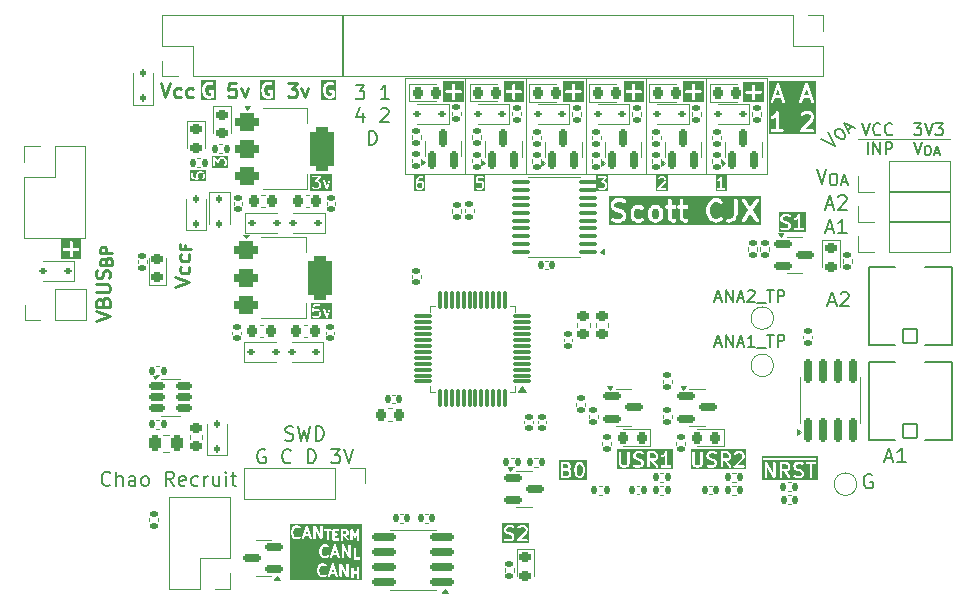
<source format=gbr>
%TF.GenerationSoftware,KiCad,Pcbnew,8.0.5*%
%TF.CreationDate,2024-10-04T16:45:09+08:00*%
%TF.ProjectId,Chao Recruit,4368616f-2052-4656-9372-7569742e6b69,rev?*%
%TF.SameCoordinates,Original*%
%TF.FileFunction,Legend,Top*%
%TF.FilePolarity,Positive*%
%FSLAX46Y46*%
G04 Gerber Fmt 4.6, Leading zero omitted, Abs format (unit mm)*
G04 Created by KiCad (PCBNEW 8.0.5) date 2024-10-04 16:45:09*
%MOMM*%
%LPD*%
G01*
G04 APERTURE LIST*
G04 Aperture macros list*
%AMRoundRect*
0 Rectangle with rounded corners*
0 $1 Rounding radius*
0 $2 $3 $4 $5 $6 $7 $8 $9 X,Y pos of 4 corners*
0 Add a 4 corners polygon primitive as box body*
4,1,4,$2,$3,$4,$5,$6,$7,$8,$9,$2,$3,0*
0 Add four circle primitives for the rounded corners*
1,1,$1+$1,$2,$3*
1,1,$1+$1,$4,$5*
1,1,$1+$1,$6,$7*
1,1,$1+$1,$8,$9*
0 Add four rect primitives between the rounded corners*
20,1,$1+$1,$2,$3,$4,$5,0*
20,1,$1+$1,$4,$5,$6,$7,0*
20,1,$1+$1,$6,$7,$8,$9,0*
20,1,$1+$1,$8,$9,$2,$3,0*%
G04 Aperture macros list end*
%ADD10C,0.100000*%
%ADD11C,0.250000*%
%ADD12C,0.200000*%
%ADD13C,0.150000*%
%ADD14C,0.300000*%
%ADD15C,0.120000*%
%ADD16C,0.127000*%
%ADD17RoundRect,0.112500X0.112500X-0.187500X0.112500X0.187500X-0.112500X0.187500X-0.112500X-0.187500X0*%
%ADD18RoundRect,0.140000X-0.170000X0.140000X-0.170000X-0.140000X0.170000X-0.140000X0.170000X0.140000X0*%
%ADD19R,1.700000X1.700000*%
%ADD20O,1.700000X1.700000*%
%ADD21RoundRect,0.218750X-0.218750X-0.256250X0.218750X-0.256250X0.218750X0.256250X-0.218750X0.256250X0*%
%ADD22RoundRect,0.135000X0.185000X-0.135000X0.185000X0.135000X-0.185000X0.135000X-0.185000X-0.135000X0*%
%ADD23RoundRect,0.135000X0.135000X0.185000X-0.135000X0.185000X-0.135000X-0.185000X0.135000X-0.185000X0*%
%ADD24RoundRect,0.135000X-0.135000X-0.185000X0.135000X-0.185000X0.135000X0.185000X-0.135000X0.185000X0*%
%ADD25RoundRect,0.140000X0.170000X-0.140000X0.170000X0.140000X-0.170000X0.140000X-0.170000X-0.140000X0*%
%ADD26RoundRect,0.150000X-0.587500X-0.150000X0.587500X-0.150000X0.587500X0.150000X-0.587500X0.150000X0*%
%ADD27RoundRect,0.140000X0.140000X0.170000X-0.140000X0.170000X-0.140000X-0.170000X0.140000X-0.170000X0*%
%ADD28RoundRect,0.375000X-0.625000X-0.375000X0.625000X-0.375000X0.625000X0.375000X-0.625000X0.375000X0*%
%ADD29RoundRect,0.500000X-0.500000X-1.400000X0.500000X-1.400000X0.500000X1.400000X-0.500000X1.400000X0*%
%ADD30RoundRect,0.218750X-0.256250X0.218750X-0.256250X-0.218750X0.256250X-0.218750X0.256250X0.218750X0*%
%ADD31RoundRect,0.102000X0.611000X-0.611000X0.611000X0.611000X-0.611000X0.611000X-0.611000X-0.611000X0*%
%ADD32C,1.426000*%
%ADD33R,0.750000X1.000000*%
%ADD34RoundRect,0.112500X-0.187500X-0.112500X0.187500X-0.112500X0.187500X0.112500X-0.187500X0.112500X0*%
%ADD35RoundRect,0.135000X-0.185000X0.135000X-0.185000X-0.135000X0.185000X-0.135000X0.185000X0.135000X0*%
%ADD36RoundRect,0.150000X-0.512500X-0.150000X0.512500X-0.150000X0.512500X0.150000X-0.512500X0.150000X0*%
%ADD37RoundRect,0.150000X0.150000X-0.587500X0.150000X0.587500X-0.150000X0.587500X-0.150000X-0.587500X0*%
%ADD38RoundRect,0.218750X0.218750X0.256250X-0.218750X0.256250X-0.218750X-0.256250X0.218750X-0.256250X0*%
%ADD39RoundRect,0.140000X-0.140000X-0.170000X0.140000X-0.170000X0.140000X0.170000X-0.140000X0.170000X0*%
%ADD40RoundRect,0.225000X0.225000X0.250000X-0.225000X0.250000X-0.225000X-0.250000X0.225000X-0.250000X0*%
%ADD41RoundRect,0.225000X-0.225000X-0.250000X0.225000X-0.250000X0.225000X0.250000X-0.225000X0.250000X0*%
%ADD42R,3.810000X4.240000*%
%ADD43RoundRect,0.112500X0.187500X0.112500X-0.187500X0.112500X-0.187500X-0.112500X0.187500X-0.112500X0*%
%ADD44RoundRect,0.150000X0.150000X-0.825000X0.150000X0.825000X-0.150000X0.825000X-0.150000X-0.825000X0*%
%ADD45C,1.500000*%
%ADD46RoundRect,0.218750X0.256250X-0.218750X0.256250X0.218750X-0.256250X0.218750X-0.256250X-0.218750X0*%
%ADD47RoundRect,0.112500X-0.112500X0.187500X-0.112500X-0.187500X0.112500X-0.187500X0.112500X0.187500X0*%
%ADD48RoundRect,0.225000X0.250000X-0.225000X0.250000X0.225000X-0.250000X0.225000X-0.250000X-0.225000X0*%
%ADD49RoundRect,0.075000X0.662500X0.075000X-0.662500X0.075000X-0.662500X-0.075000X0.662500X-0.075000X0*%
%ADD50RoundRect,0.075000X0.075000X0.662500X-0.075000X0.662500X-0.075000X-0.662500X0.075000X-0.662500X0*%
%ADD51RoundRect,0.243750X-0.243750X-0.456250X0.243750X-0.456250X0.243750X0.456250X-0.243750X0.456250X0*%
%ADD52C,4.700000*%
%ADD53C,7.500000*%
%ADD54RoundRect,0.150000X0.825000X0.150000X-0.825000X0.150000X-0.825000X-0.150000X0.825000X-0.150000X0*%
%ADD55RoundRect,0.100000X0.637500X0.100000X-0.637500X0.100000X-0.637500X-0.100000X0.637500X-0.100000X0*%
%ADD56C,0.650000*%
%ADD57R,1.450000X0.600000*%
%ADD58R,1.450000X0.300000*%
%ADD59O,2.100000X1.000000*%
%ADD60O,1.600000X1.000000*%
%ADD61RoundRect,0.150000X0.587500X0.150000X-0.587500X0.150000X-0.587500X-0.150000X0.587500X-0.150000X0*%
G04 APERTURE END LIST*
D10*
X87769996Y-55850000D02*
X87769997Y-63949999D01*
X82669996Y-63949999D01*
X82669996Y-55849999D01*
X87769996Y-55850000D01*
X92870000Y-63950001D02*
X87770000Y-63950000D01*
X87769999Y-55850001D01*
X92870000Y-55850001D01*
X92870000Y-63950001D01*
X113270008Y-63950005D02*
X108170008Y-63950004D01*
X108170007Y-55850005D01*
X113270008Y-55850005D01*
X113270008Y-63950005D01*
X108170004Y-55850004D02*
X108170005Y-63950003D01*
X103070004Y-63950003D01*
X103070004Y-55850003D01*
X108170004Y-55850004D01*
X103070004Y-63950003D02*
X97970004Y-63950002D01*
X97970003Y-55850003D01*
X103070004Y-55850003D01*
X103070004Y-63950003D01*
X121000000Y-61000000D02*
X128800000Y-61000000D01*
X97970000Y-55850002D02*
X97970001Y-63950001D01*
X92870000Y-63950001D01*
X92870000Y-55850001D01*
X97970000Y-55850002D01*
D11*
G36*
X102880694Y-57820193D02*
G01*
X101159306Y-57820193D01*
X101159306Y-56935114D01*
X101325973Y-56935114D01*
X101325973Y-56983886D01*
X101344637Y-57028946D01*
X101379125Y-57063434D01*
X101424185Y-57082098D01*
X101448571Y-57084500D01*
X101895000Y-57084500D01*
X101895000Y-57530928D01*
X101897402Y-57555314D01*
X101916066Y-57600374D01*
X101950554Y-57634862D01*
X101995614Y-57653526D01*
X102044386Y-57653526D01*
X102089446Y-57634862D01*
X102123934Y-57600374D01*
X102142598Y-57555314D01*
X102145000Y-57530928D01*
X102145000Y-57084500D01*
X102591429Y-57084500D01*
X102615815Y-57082098D01*
X102660875Y-57063434D01*
X102695363Y-57028946D01*
X102714027Y-56983886D01*
X102714027Y-56935114D01*
X102695363Y-56890054D01*
X102660875Y-56855566D01*
X102615815Y-56836902D01*
X102591429Y-56834500D01*
X102145000Y-56834500D01*
X102145000Y-56388071D01*
X102142598Y-56363685D01*
X102123934Y-56318625D01*
X102089446Y-56284137D01*
X102044386Y-56265473D01*
X101995614Y-56265473D01*
X101950554Y-56284137D01*
X101916066Y-56318625D01*
X101897402Y-56363685D01*
X101895000Y-56388071D01*
X101895000Y-56834500D01*
X101448571Y-56834500D01*
X101424185Y-56836902D01*
X101379125Y-56855566D01*
X101344637Y-56890054D01*
X101325973Y-56935114D01*
X101159306Y-56935114D01*
X101159306Y-56098806D01*
X102880694Y-56098806D01*
X102880694Y-57820193D01*
G37*
D12*
X78471428Y-56412809D02*
X79214285Y-56412809D01*
X79214285Y-56412809D02*
X78814285Y-56869952D01*
X78814285Y-56869952D02*
X78985714Y-56869952D01*
X78985714Y-56869952D02*
X79100000Y-56927095D01*
X79100000Y-56927095D02*
X79157142Y-56984238D01*
X79157142Y-56984238D02*
X79214285Y-57098524D01*
X79214285Y-57098524D02*
X79214285Y-57384238D01*
X79214285Y-57384238D02*
X79157142Y-57498524D01*
X79157142Y-57498524D02*
X79100000Y-57555667D01*
X79100000Y-57555667D02*
X78985714Y-57612809D01*
X78985714Y-57612809D02*
X78642857Y-57612809D01*
X78642857Y-57612809D02*
X78528571Y-57555667D01*
X78528571Y-57555667D02*
X78471428Y-57498524D01*
X81271428Y-57612809D02*
X80585714Y-57612809D01*
X80928571Y-57612809D02*
X80928571Y-56412809D01*
X80928571Y-56412809D02*
X80814285Y-56584238D01*
X80814285Y-56584238D02*
X80700000Y-56698524D01*
X80700000Y-56698524D02*
X80585714Y-56755667D01*
X79100000Y-58744742D02*
X79100000Y-59544742D01*
X78814285Y-58287600D02*
X78528571Y-59144742D01*
X78528571Y-59144742D02*
X79271428Y-59144742D01*
X80585714Y-58459028D02*
X80642857Y-58401885D01*
X80642857Y-58401885D02*
X80757143Y-58344742D01*
X80757143Y-58344742D02*
X81042857Y-58344742D01*
X81042857Y-58344742D02*
X81157143Y-58401885D01*
X81157143Y-58401885D02*
X81214285Y-58459028D01*
X81214285Y-58459028D02*
X81271428Y-58573314D01*
X81271428Y-58573314D02*
X81271428Y-58687600D01*
X81271428Y-58687600D02*
X81214285Y-58859028D01*
X81214285Y-58859028D02*
X80528571Y-59544742D01*
X80528571Y-59544742D02*
X81271428Y-59544742D01*
X79585714Y-61476675D02*
X79585714Y-60276675D01*
X79585714Y-60276675D02*
X79871428Y-60276675D01*
X79871428Y-60276675D02*
X80042857Y-60333818D01*
X80042857Y-60333818D02*
X80157142Y-60448104D01*
X80157142Y-60448104D02*
X80214285Y-60562390D01*
X80214285Y-60562390D02*
X80271428Y-60790961D01*
X80271428Y-60790961D02*
X80271428Y-60962390D01*
X80271428Y-60962390D02*
X80214285Y-61190961D01*
X80214285Y-61190961D02*
X80157142Y-61305247D01*
X80157142Y-61305247D02*
X80042857Y-61419533D01*
X80042857Y-61419533D02*
X79871428Y-61476675D01*
X79871428Y-61476675D02*
X79585714Y-61476675D01*
D11*
G36*
X97780694Y-57820193D02*
G01*
X96059306Y-57820193D01*
X96059306Y-56935114D01*
X96225973Y-56935114D01*
X96225973Y-56983886D01*
X96244637Y-57028946D01*
X96279125Y-57063434D01*
X96324185Y-57082098D01*
X96348571Y-57084500D01*
X96795000Y-57084500D01*
X96795000Y-57530928D01*
X96797402Y-57555314D01*
X96816066Y-57600374D01*
X96850554Y-57634862D01*
X96895614Y-57653526D01*
X96944386Y-57653526D01*
X96989446Y-57634862D01*
X97023934Y-57600374D01*
X97042598Y-57555314D01*
X97045000Y-57530928D01*
X97045000Y-57084500D01*
X97491429Y-57084500D01*
X97515815Y-57082098D01*
X97560875Y-57063434D01*
X97595363Y-57028946D01*
X97614027Y-56983886D01*
X97614027Y-56935114D01*
X97595363Y-56890054D01*
X97560875Y-56855566D01*
X97515815Y-56836902D01*
X97491429Y-56834500D01*
X97045000Y-56834500D01*
X97045000Y-56388071D01*
X97042598Y-56363685D01*
X97023934Y-56318625D01*
X96989446Y-56284137D01*
X96944386Y-56265473D01*
X96895614Y-56265473D01*
X96850554Y-56284137D01*
X96816066Y-56318625D01*
X96797402Y-56363685D01*
X96795000Y-56388071D01*
X96795000Y-56834500D01*
X96348571Y-56834500D01*
X96324185Y-56836902D01*
X96279125Y-56855566D01*
X96244637Y-56890054D01*
X96225973Y-56935114D01*
X96059306Y-56935114D01*
X96059306Y-56098806D01*
X97780694Y-56098806D01*
X97780694Y-57820193D01*
G37*
D13*
G36*
X84066049Y-64695029D02*
G01*
X84096456Y-64725436D01*
X84130714Y-64793952D01*
X84130714Y-64996637D01*
X84096455Y-65065153D01*
X84066048Y-65095561D01*
X83997533Y-65129819D01*
X83842467Y-65129819D01*
X83773951Y-65095561D01*
X83743544Y-65065153D01*
X83709286Y-64996637D01*
X83709286Y-64793952D01*
X83743544Y-64725436D01*
X83773951Y-64695029D01*
X83842467Y-64660771D01*
X83997533Y-64660771D01*
X84066049Y-64695029D01*
G37*
G36*
X84391825Y-65390930D02*
G01*
X83448175Y-65390930D01*
X83448175Y-64633390D01*
X83559286Y-64633390D01*
X83559286Y-65014342D01*
X83560727Y-65028974D01*
X83561758Y-65031463D01*
X83561949Y-65034151D01*
X83567204Y-65047883D01*
X83614823Y-65143121D01*
X83618786Y-65149417D01*
X83619544Y-65151247D01*
X83621233Y-65153305D01*
X83622655Y-65155564D01*
X83624153Y-65156863D01*
X83628871Y-65162612D01*
X83676490Y-65210232D01*
X83682239Y-65214950D01*
X83683540Y-65216450D01*
X83685799Y-65217872D01*
X83687856Y-65219560D01*
X83689683Y-65220317D01*
X83695983Y-65224282D01*
X83791221Y-65271901D01*
X83804952Y-65277156D01*
X83807641Y-65277347D01*
X83810130Y-65278378D01*
X83824762Y-65279819D01*
X84015238Y-65279819D01*
X84029870Y-65278378D01*
X84032359Y-65277346D01*
X84035047Y-65277156D01*
X84048779Y-65271901D01*
X84144017Y-65224282D01*
X84150316Y-65220317D01*
X84152144Y-65219560D01*
X84154200Y-65217872D01*
X84156460Y-65216450D01*
X84157760Y-65214950D01*
X84163510Y-65210232D01*
X84211128Y-65162613D01*
X84215846Y-65156863D01*
X84217345Y-65155564D01*
X84218766Y-65153305D01*
X84220456Y-65151247D01*
X84221213Y-65149417D01*
X84225177Y-65143121D01*
X84272796Y-65047883D01*
X84278051Y-65034152D01*
X84278242Y-65031462D01*
X84279273Y-65028974D01*
X84280714Y-65014342D01*
X84280714Y-64776247D01*
X84279273Y-64761615D01*
X84278242Y-64759126D01*
X84278051Y-64756437D01*
X84272796Y-64742706D01*
X84225177Y-64647468D01*
X84221212Y-64641168D01*
X84220455Y-64639341D01*
X84218766Y-64637284D01*
X84217345Y-64635025D01*
X84215846Y-64633725D01*
X84211128Y-64627976D01*
X84163509Y-64580357D01*
X84157759Y-64575638D01*
X84156460Y-64574140D01*
X84154200Y-64572718D01*
X84152144Y-64571030D01*
X84150316Y-64570272D01*
X84144017Y-64566308D01*
X84048779Y-64518689D01*
X84035047Y-64513434D01*
X84032359Y-64513243D01*
X84029870Y-64512212D01*
X84015238Y-64510771D01*
X83824762Y-64510771D01*
X83810130Y-64512212D01*
X83807641Y-64513242D01*
X83804952Y-64513434D01*
X83791221Y-64518689D01*
X83732991Y-64547804D01*
X83751515Y-64473707D01*
X83835427Y-64347838D01*
X83869189Y-64314077D01*
X83937705Y-64279819D01*
X84110476Y-64279819D01*
X84125108Y-64278378D01*
X84152144Y-64267179D01*
X84172836Y-64246487D01*
X84184035Y-64219451D01*
X84184035Y-64190187D01*
X84172836Y-64163151D01*
X84152144Y-64142459D01*
X84125108Y-64131260D01*
X84110476Y-64129819D01*
X83920000Y-64129819D01*
X83905368Y-64131260D01*
X83902879Y-64132290D01*
X83900190Y-64132482D01*
X83886459Y-64137737D01*
X83791221Y-64185356D01*
X83784921Y-64189320D01*
X83783094Y-64190078D01*
X83781037Y-64191766D01*
X83778778Y-64193188D01*
X83777478Y-64194686D01*
X83771729Y-64199405D01*
X83724110Y-64247024D01*
X83724076Y-64247064D01*
X83724055Y-64247079D01*
X83719271Y-64252920D01*
X83714783Y-64258389D01*
X83714773Y-64258411D01*
X83714739Y-64258454D01*
X83619501Y-64401311D01*
X83615194Y-64409389D01*
X83614091Y-64410878D01*
X83613462Y-64412637D01*
X83612584Y-64414285D01*
X83612224Y-64416101D01*
X83609144Y-64424724D01*
X83561525Y-64615200D01*
X83561149Y-64617736D01*
X83560727Y-64618758D01*
X83560184Y-64624270D01*
X83559375Y-64629744D01*
X83559537Y-64630836D01*
X83559286Y-64633390D01*
X83448175Y-64633390D01*
X83448175Y-64018708D01*
X84391825Y-64018708D01*
X84391825Y-65390930D01*
G37*
D12*
G36*
X109993143Y-87634071D02*
G01*
X110027337Y-87668264D01*
X110066666Y-87746922D01*
X110066666Y-87871135D01*
X110027337Y-87949793D01*
X109993143Y-87983986D01*
X109914487Y-88023315D01*
X109580952Y-88023315D01*
X109580952Y-87594743D01*
X109914487Y-87594743D01*
X109993143Y-87634071D01*
G37*
G36*
X111542856Y-88928076D02*
G01*
X106847619Y-88928076D01*
X106847619Y-87494743D01*
X106980952Y-87494743D01*
X106980952Y-88466172D01*
X106982873Y-88485681D01*
X106984248Y-88489001D01*
X106984503Y-88492585D01*
X106991509Y-88510893D01*
X107048652Y-88625180D01*
X107053938Y-88633578D01*
X107054948Y-88636015D01*
X107057199Y-88638758D01*
X107059095Y-88641770D01*
X107061092Y-88643502D01*
X107067384Y-88651169D01*
X107124527Y-88708311D01*
X107132196Y-88714606D01*
X107133927Y-88716601D01*
X107136932Y-88718492D01*
X107139680Y-88720748D01*
X107142121Y-88721759D01*
X107150517Y-88727044D01*
X107264802Y-88784186D01*
X107283110Y-88791192D01*
X107286693Y-88791446D01*
X107290014Y-88792822D01*
X107309523Y-88794743D01*
X107538095Y-88794743D01*
X107557604Y-88792822D01*
X107560924Y-88791446D01*
X107564508Y-88791192D01*
X107582816Y-88784186D01*
X107697101Y-88727044D01*
X107705497Y-88721758D01*
X107707937Y-88720748D01*
X107710683Y-88718494D01*
X107713691Y-88716601D01*
X107715421Y-88714606D01*
X107723091Y-88708312D01*
X107780233Y-88651169D01*
X107786525Y-88643502D01*
X107788523Y-88641770D01*
X107790416Y-88638761D01*
X107792670Y-88636016D01*
X107793680Y-88633575D01*
X107798966Y-88625179D01*
X107856109Y-88510893D01*
X107863115Y-88492585D01*
X107863369Y-88489001D01*
X107864745Y-88485681D01*
X107866666Y-88466172D01*
X107866666Y-87723315D01*
X108180952Y-87723315D01*
X108180952Y-87837601D01*
X108182873Y-87857110D01*
X108184248Y-87860430D01*
X108184503Y-87864014D01*
X108191509Y-87882323D01*
X108248653Y-87996608D01*
X108253937Y-88005004D01*
X108254948Y-88007443D01*
X108257199Y-88010186D01*
X108259095Y-88013198D01*
X108261092Y-88014930D01*
X108267384Y-88022597D01*
X108324527Y-88079739D01*
X108332193Y-88086031D01*
X108333926Y-88088029D01*
X108336935Y-88089923D01*
X108339680Y-88092176D01*
X108342118Y-88093186D01*
X108350516Y-88098472D01*
X108464802Y-88155615D01*
X108466228Y-88156160D01*
X108466809Y-88156591D01*
X108474991Y-88159514D01*
X108483110Y-88162621D01*
X108483830Y-88162672D01*
X108485269Y-88163186D01*
X108703190Y-88217666D01*
X108793145Y-88262643D01*
X108827336Y-88296834D01*
X108866666Y-88375492D01*
X108866666Y-88442564D01*
X108827336Y-88521223D01*
X108793145Y-88555414D01*
X108714488Y-88594743D01*
X108468608Y-88594743D01*
X108312574Y-88542733D01*
X108293459Y-88538386D01*
X108254539Y-88541152D01*
X108219640Y-88558602D01*
X108194075Y-88588078D01*
X108181737Y-88625094D01*
X108184503Y-88664014D01*
X108201953Y-88698913D01*
X108231429Y-88724478D01*
X108249330Y-88732469D01*
X108420759Y-88789612D01*
X108430431Y-88791811D01*
X108432872Y-88792822D01*
X108436409Y-88793170D01*
X108439874Y-88793958D01*
X108442507Y-88793770D01*
X108452381Y-88794743D01*
X108738095Y-88794743D01*
X108757604Y-88792822D01*
X108760924Y-88791446D01*
X108764507Y-88791192D01*
X108782816Y-88784186D01*
X108897102Y-88727044D01*
X108905497Y-88721759D01*
X108907939Y-88720748D01*
X108910686Y-88718492D01*
X108913692Y-88716601D01*
X108915422Y-88714605D01*
X108923092Y-88708311D01*
X108980235Y-88651168D01*
X108986526Y-88643501D01*
X108988523Y-88641770D01*
X108990417Y-88638759D01*
X108992671Y-88636014D01*
X108993681Y-88633575D01*
X108998966Y-88625179D01*
X109056109Y-88510893D01*
X109063115Y-88492585D01*
X109063369Y-88489001D01*
X109064745Y-88485681D01*
X109066666Y-88466172D01*
X109066666Y-88351886D01*
X109064745Y-88332377D01*
X109063369Y-88329056D01*
X109063115Y-88325473D01*
X109056109Y-88307165D01*
X108998966Y-88192879D01*
X108993680Y-88184482D01*
X108992671Y-88182045D01*
X108990418Y-88179300D01*
X108988523Y-88176289D01*
X108986526Y-88174557D01*
X108980235Y-88166891D01*
X108923092Y-88109748D01*
X108915425Y-88103455D01*
X108913693Y-88101458D01*
X108910683Y-88099563D01*
X108907939Y-88097311D01*
X108905500Y-88096300D01*
X108897103Y-88091015D01*
X108782816Y-88033872D01*
X108781391Y-88033326D01*
X108780810Y-88032896D01*
X108772618Y-88029969D01*
X108764508Y-88026866D01*
X108763787Y-88026814D01*
X108762349Y-88026301D01*
X108544425Y-87971820D01*
X108454472Y-87926842D01*
X108420280Y-87892649D01*
X108380952Y-87813993D01*
X108380952Y-87746922D01*
X108420280Y-87668265D01*
X108454472Y-87634072D01*
X108533130Y-87594743D01*
X108779011Y-87594743D01*
X108935043Y-87646754D01*
X108954158Y-87651101D01*
X108993078Y-87648335D01*
X109027977Y-87630885D01*
X109053542Y-87601409D01*
X109065881Y-87564394D01*
X109063115Y-87525474D01*
X109047749Y-87494743D01*
X109380952Y-87494743D01*
X109380952Y-88694743D01*
X109382873Y-88714252D01*
X109397805Y-88750300D01*
X109425395Y-88777890D01*
X109461443Y-88792822D01*
X109500461Y-88792822D01*
X109536509Y-88777890D01*
X109564099Y-88750300D01*
X109579031Y-88714252D01*
X109580952Y-88694743D01*
X109580952Y-88223315D01*
X109714601Y-88223315D01*
X110084743Y-88752089D01*
X110097504Y-88766970D01*
X110130409Y-88787939D01*
X110168834Y-88794720D01*
X110206928Y-88786280D01*
X110238893Y-88763905D01*
X110259862Y-88731000D01*
X110266643Y-88692575D01*
X110262801Y-88675234D01*
X110468587Y-88675234D01*
X110468587Y-88714252D01*
X110483519Y-88750300D01*
X110511109Y-88777890D01*
X110547157Y-88792822D01*
X110566666Y-88794743D01*
X111309523Y-88794743D01*
X111329032Y-88792822D01*
X111365080Y-88777890D01*
X111392670Y-88750300D01*
X111407602Y-88714252D01*
X111407602Y-88675234D01*
X111392670Y-88639186D01*
X111365080Y-88611596D01*
X111329032Y-88596664D01*
X111309523Y-88594743D01*
X110808088Y-88594743D01*
X111323091Y-88079740D01*
X111335527Y-88064586D01*
X111336901Y-88061267D01*
X111339257Y-88058552D01*
X111347248Y-88040652D01*
X111404391Y-87869224D01*
X111406590Y-87859551D01*
X111407602Y-87857110D01*
X111407950Y-87853572D01*
X111408738Y-87850109D01*
X111408550Y-87847474D01*
X111409523Y-87837601D01*
X111409523Y-87723315D01*
X111407602Y-87703806D01*
X111406226Y-87700485D01*
X111405972Y-87696902D01*
X111398966Y-87678594D01*
X111341823Y-87564308D01*
X111336538Y-87555911D01*
X111335528Y-87553473D01*
X111333274Y-87550727D01*
X111331380Y-87547717D01*
X111329383Y-87545985D01*
X111323092Y-87538319D01*
X111265949Y-87481176D01*
X111258282Y-87474883D01*
X111256550Y-87472886D01*
X111253540Y-87470991D01*
X111250796Y-87468739D01*
X111248357Y-87467728D01*
X111239960Y-87462443D01*
X111125673Y-87405300D01*
X111107365Y-87398294D01*
X111103781Y-87398039D01*
X111100461Y-87396664D01*
X111080952Y-87394743D01*
X110795238Y-87394743D01*
X110775729Y-87396664D01*
X110772408Y-87398039D01*
X110768825Y-87398294D01*
X110750517Y-87405300D01*
X110636231Y-87462443D01*
X110627834Y-87467728D01*
X110625394Y-87468739D01*
X110622648Y-87470992D01*
X110619640Y-87472886D01*
X110617907Y-87474883D01*
X110610241Y-87481176D01*
X110553098Y-87538318D01*
X110540662Y-87553472D01*
X110525730Y-87589520D01*
X110525730Y-87628538D01*
X110540662Y-87664586D01*
X110568252Y-87692176D01*
X110604300Y-87707108D01*
X110643318Y-87707108D01*
X110679366Y-87692176D01*
X110694520Y-87679740D01*
X110740187Y-87634071D01*
X110818846Y-87594743D01*
X111057345Y-87594743D01*
X111136002Y-87634071D01*
X111170193Y-87668263D01*
X111209523Y-87746922D01*
X111209523Y-87821373D01*
X111164977Y-87955009D01*
X110495955Y-88624032D01*
X110483519Y-88639186D01*
X110468587Y-88675234D01*
X110262801Y-88675234D01*
X110258203Y-88654481D01*
X110248589Y-88637397D01*
X109957400Y-88221414D01*
X109957604Y-88221394D01*
X109960924Y-88220018D01*
X109964508Y-88219764D01*
X109982817Y-88212758D01*
X110097102Y-88155614D01*
X110105498Y-88150329D01*
X110107937Y-88149319D01*
X110110680Y-88147067D01*
X110113692Y-88145172D01*
X110115424Y-88143174D01*
X110123091Y-88136883D01*
X110180233Y-88079740D01*
X110186525Y-88072073D01*
X110188523Y-88070341D01*
X110190416Y-88067332D01*
X110192670Y-88064587D01*
X110193680Y-88062146D01*
X110198966Y-88053750D01*
X110256109Y-87939464D01*
X110263115Y-87921156D01*
X110263369Y-87917572D01*
X110264745Y-87914252D01*
X110266666Y-87894743D01*
X110266666Y-87723315D01*
X110264745Y-87703806D01*
X110263369Y-87700485D01*
X110263115Y-87696902D01*
X110256109Y-87678594D01*
X110198966Y-87564308D01*
X110193680Y-87555911D01*
X110192670Y-87553471D01*
X110190416Y-87550725D01*
X110188523Y-87547717D01*
X110186525Y-87545984D01*
X110180233Y-87538318D01*
X110123091Y-87481175D01*
X110115424Y-87474883D01*
X110113692Y-87472886D01*
X110110680Y-87470990D01*
X110107937Y-87468739D01*
X110105498Y-87467728D01*
X110097102Y-87462444D01*
X109982817Y-87405300D01*
X109964508Y-87398294D01*
X109960924Y-87398039D01*
X109957604Y-87396664D01*
X109938095Y-87394743D01*
X109480952Y-87394743D01*
X109461443Y-87396664D01*
X109425395Y-87411596D01*
X109397805Y-87439186D01*
X109382873Y-87475234D01*
X109380952Y-87494743D01*
X109047749Y-87494743D01*
X109045665Y-87490575D01*
X109016189Y-87465009D01*
X108998289Y-87457018D01*
X108826861Y-87399875D01*
X108817188Y-87397675D01*
X108814747Y-87396664D01*
X108811209Y-87396315D01*
X108807746Y-87395528D01*
X108805111Y-87395715D01*
X108795238Y-87394743D01*
X108509523Y-87394743D01*
X108490014Y-87396664D01*
X108486693Y-87398039D01*
X108483110Y-87398294D01*
X108464802Y-87405300D01*
X108350516Y-87462443D01*
X108342118Y-87467728D01*
X108339680Y-87468739D01*
X108336935Y-87470991D01*
X108333926Y-87472886D01*
X108332193Y-87474883D01*
X108324527Y-87481176D01*
X108267384Y-87538318D01*
X108261092Y-87545984D01*
X108259095Y-87547717D01*
X108257199Y-87550728D01*
X108254948Y-87553472D01*
X108253938Y-87555908D01*
X108248652Y-87564307D01*
X108191509Y-87678594D01*
X108184503Y-87696902D01*
X108184248Y-87700485D01*
X108182873Y-87703806D01*
X108180952Y-87723315D01*
X107866666Y-87723315D01*
X107866666Y-87494743D01*
X107864745Y-87475234D01*
X107849813Y-87439186D01*
X107822223Y-87411596D01*
X107786175Y-87396664D01*
X107747157Y-87396664D01*
X107711109Y-87411596D01*
X107683519Y-87439186D01*
X107668587Y-87475234D01*
X107666666Y-87494743D01*
X107666666Y-88442564D01*
X107627337Y-88521222D01*
X107593143Y-88555415D01*
X107514488Y-88594743D01*
X107333130Y-88594743D01*
X107254473Y-88555415D01*
X107220280Y-88521221D01*
X107180952Y-88442565D01*
X107180952Y-87494743D01*
X107179031Y-87475234D01*
X107164099Y-87439186D01*
X107136509Y-87411596D01*
X107100461Y-87396664D01*
X107061443Y-87396664D01*
X107025395Y-87411596D01*
X106997805Y-87439186D01*
X106982873Y-87475234D01*
X106980952Y-87494743D01*
X106847619Y-87494743D01*
X106847619Y-87261410D01*
X111542856Y-87261410D01*
X111542856Y-88928076D01*
G37*
X123325565Y-88001885D02*
X123896994Y-88001885D01*
X123211279Y-88344742D02*
X123611279Y-87144742D01*
X123611279Y-87144742D02*
X124011279Y-88344742D01*
X125039850Y-88344742D02*
X124354136Y-88344742D01*
X124696993Y-88344742D02*
X124696993Y-87144742D01*
X124696993Y-87144742D02*
X124582707Y-87316171D01*
X124582707Y-87316171D02*
X124468422Y-87430457D01*
X124468422Y-87430457D02*
X124354136Y-87487600D01*
D11*
X72742857Y-56242142D02*
X73485714Y-56242142D01*
X73485714Y-56242142D02*
X73085714Y-56699285D01*
X73085714Y-56699285D02*
X73257143Y-56699285D01*
X73257143Y-56699285D02*
X73371429Y-56756428D01*
X73371429Y-56756428D02*
X73428571Y-56813571D01*
X73428571Y-56813571D02*
X73485714Y-56927857D01*
X73485714Y-56927857D02*
X73485714Y-57213571D01*
X73485714Y-57213571D02*
X73428571Y-57327857D01*
X73428571Y-57327857D02*
X73371429Y-57385000D01*
X73371429Y-57385000D02*
X73257143Y-57442142D01*
X73257143Y-57442142D02*
X72914286Y-57442142D01*
X72914286Y-57442142D02*
X72800000Y-57385000D01*
X72800000Y-57385000D02*
X72742857Y-57327857D01*
X73885714Y-56642142D02*
X74171428Y-57442142D01*
X74171428Y-57442142D02*
X74457143Y-56642142D01*
D12*
G36*
X116595697Y-68853075D02*
G01*
X114302381Y-68853075D01*
X114302381Y-67648314D01*
X114435714Y-67648314D01*
X114435714Y-67762600D01*
X114437635Y-67782109D01*
X114439010Y-67785429D01*
X114439265Y-67789013D01*
X114446271Y-67807322D01*
X114503415Y-67921607D01*
X114508699Y-67930003D01*
X114509710Y-67932442D01*
X114511961Y-67935185D01*
X114513857Y-67938197D01*
X114515854Y-67939929D01*
X114522146Y-67947596D01*
X114579289Y-68004738D01*
X114586955Y-68011030D01*
X114588688Y-68013028D01*
X114591697Y-68014922D01*
X114594442Y-68017175D01*
X114596880Y-68018185D01*
X114605278Y-68023471D01*
X114719564Y-68080614D01*
X114720990Y-68081159D01*
X114721571Y-68081590D01*
X114729753Y-68084513D01*
X114737872Y-68087620D01*
X114738592Y-68087671D01*
X114740031Y-68088185D01*
X114957952Y-68142665D01*
X115047907Y-68187642D01*
X115082098Y-68221833D01*
X115121428Y-68300491D01*
X115121428Y-68367563D01*
X115082098Y-68446222D01*
X115047907Y-68480413D01*
X114969250Y-68519742D01*
X114723370Y-68519742D01*
X114567336Y-68467732D01*
X114548221Y-68463385D01*
X114509301Y-68466151D01*
X114474402Y-68483601D01*
X114448837Y-68513077D01*
X114436499Y-68550093D01*
X114439265Y-68589013D01*
X114456715Y-68623912D01*
X114486191Y-68649477D01*
X114504092Y-68657468D01*
X114675521Y-68714611D01*
X114685193Y-68716810D01*
X114687634Y-68717821D01*
X114691171Y-68718169D01*
X114694636Y-68718957D01*
X114697269Y-68718769D01*
X114707143Y-68719742D01*
X114992857Y-68719742D01*
X115012366Y-68717821D01*
X115015686Y-68716445D01*
X115019269Y-68716191D01*
X115037578Y-68709185D01*
X115151864Y-68652043D01*
X115160259Y-68646758D01*
X115162701Y-68645747D01*
X115165448Y-68643491D01*
X115168454Y-68641600D01*
X115170184Y-68639604D01*
X115177854Y-68633310D01*
X115234997Y-68576167D01*
X115241288Y-68568500D01*
X115243285Y-68566769D01*
X115245179Y-68563758D01*
X115247433Y-68561013D01*
X115248443Y-68558574D01*
X115253728Y-68550178D01*
X115310871Y-68435892D01*
X115317877Y-68417584D01*
X115318131Y-68414000D01*
X115319507Y-68410680D01*
X115321428Y-68391171D01*
X115321428Y-68276885D01*
X115319507Y-68257376D01*
X115318131Y-68254055D01*
X115317877Y-68250472D01*
X115310871Y-68232164D01*
X115253728Y-68117878D01*
X115248442Y-68109481D01*
X115247433Y-68107044D01*
X115245180Y-68104299D01*
X115243285Y-68101288D01*
X115241288Y-68099556D01*
X115234997Y-68091890D01*
X115177854Y-68034747D01*
X115170187Y-68028454D01*
X115168455Y-68026457D01*
X115165445Y-68024562D01*
X115162701Y-68022310D01*
X115160262Y-68021299D01*
X115151865Y-68016014D01*
X115037578Y-67958871D01*
X115036153Y-67958325D01*
X115035572Y-67957895D01*
X115027380Y-67954968D01*
X115019270Y-67951865D01*
X115018549Y-67951813D01*
X115017111Y-67951300D01*
X114799187Y-67896819D01*
X114709234Y-67851841D01*
X114675042Y-67817648D01*
X114641264Y-67750093D01*
X115579356Y-67750093D01*
X115582122Y-67789013D01*
X115599571Y-67823912D01*
X115629048Y-67849476D01*
X115666064Y-67861815D01*
X115704984Y-67859049D01*
X115723292Y-67852043D01*
X115837579Y-67794900D01*
X115845976Y-67789614D01*
X115848415Y-67788604D01*
X115851159Y-67786351D01*
X115854169Y-67784457D01*
X115855901Y-67782459D01*
X115863568Y-67776167D01*
X115921428Y-67718306D01*
X115921428Y-68519742D01*
X115678571Y-68519742D01*
X115659062Y-68521663D01*
X115623014Y-68536595D01*
X115595424Y-68564185D01*
X115580492Y-68600233D01*
X115580492Y-68639251D01*
X115595424Y-68675299D01*
X115623014Y-68702889D01*
X115659062Y-68717821D01*
X115678571Y-68719742D01*
X116364285Y-68719742D01*
X116383794Y-68717821D01*
X116419842Y-68702889D01*
X116447432Y-68675299D01*
X116462364Y-68639251D01*
X116462364Y-68600233D01*
X116447432Y-68564185D01*
X116419842Y-68536595D01*
X116383794Y-68521663D01*
X116364285Y-68519742D01*
X116121428Y-68519742D01*
X116121428Y-67419742D01*
X116121421Y-67419671D01*
X116121428Y-67419637D01*
X116121407Y-67419535D01*
X116119507Y-67400233D01*
X116115717Y-67391084D01*
X116113776Y-67381377D01*
X116108324Y-67373236D01*
X116104575Y-67364185D01*
X116097575Y-67357185D01*
X116092065Y-67348957D01*
X116083911Y-67343521D01*
X116076985Y-67336595D01*
X116067838Y-67332806D01*
X116059600Y-67327314D01*
X116049989Y-67325412D01*
X116040937Y-67321663D01*
X116031034Y-67321663D01*
X116021323Y-67319742D01*
X116011718Y-67321663D01*
X116001919Y-67321663D01*
X115992770Y-67325452D01*
X115983063Y-67327394D01*
X115974922Y-67332845D01*
X115965871Y-67336595D01*
X115958871Y-67343594D01*
X115950643Y-67349105D01*
X115938354Y-67364111D01*
X115938281Y-67364185D01*
X115938267Y-67364217D01*
X115938223Y-67364272D01*
X115829428Y-67527463D01*
X115733621Y-67623271D01*
X115633850Y-67673157D01*
X115617259Y-67683600D01*
X115591695Y-67713077D01*
X115579356Y-67750093D01*
X114641264Y-67750093D01*
X114635714Y-67738992D01*
X114635714Y-67671921D01*
X114675042Y-67593264D01*
X114709234Y-67559071D01*
X114787892Y-67519742D01*
X115033773Y-67519742D01*
X115189805Y-67571753D01*
X115208920Y-67576100D01*
X115247840Y-67573334D01*
X115282739Y-67555884D01*
X115308304Y-67526408D01*
X115320643Y-67489393D01*
X115317877Y-67450473D01*
X115300427Y-67415574D01*
X115270951Y-67390008D01*
X115253051Y-67382017D01*
X115081623Y-67324874D01*
X115071950Y-67322674D01*
X115069509Y-67321663D01*
X115065971Y-67321314D01*
X115062508Y-67320527D01*
X115059873Y-67320714D01*
X115050000Y-67319742D01*
X114764285Y-67319742D01*
X114744776Y-67321663D01*
X114741455Y-67323038D01*
X114737872Y-67323293D01*
X114719564Y-67330299D01*
X114605278Y-67387442D01*
X114596880Y-67392727D01*
X114594442Y-67393738D01*
X114591697Y-67395990D01*
X114588688Y-67397885D01*
X114586955Y-67399882D01*
X114579289Y-67406175D01*
X114522146Y-67463317D01*
X114515854Y-67470983D01*
X114513857Y-67472716D01*
X114511961Y-67475727D01*
X114509710Y-67478471D01*
X114508700Y-67480907D01*
X114503414Y-67489306D01*
X114446271Y-67603593D01*
X114439265Y-67621901D01*
X114439010Y-67625484D01*
X114437635Y-67628805D01*
X114435714Y-67648314D01*
X114302381Y-67648314D01*
X114302381Y-67186409D01*
X116595697Y-67186409D01*
X116595697Y-68853075D01*
G37*
X118325565Y-68601885D02*
X118896994Y-68601885D01*
X118211279Y-68944742D02*
X118611279Y-67744742D01*
X118611279Y-67744742D02*
X119011279Y-68944742D01*
X120039850Y-68944742D02*
X119354136Y-68944742D01*
X119696993Y-68944742D02*
X119696993Y-67744742D01*
X119696993Y-67744742D02*
X119582707Y-67916171D01*
X119582707Y-67916171D02*
X119468422Y-68030457D01*
X119468422Y-68030457D02*
X119354136Y-68087600D01*
X122182707Y-89401885D02*
X122068422Y-89344742D01*
X122068422Y-89344742D02*
X121896993Y-89344742D01*
X121896993Y-89344742D02*
X121725564Y-89401885D01*
X121725564Y-89401885D02*
X121611279Y-89516171D01*
X121611279Y-89516171D02*
X121554136Y-89630457D01*
X121554136Y-89630457D02*
X121496993Y-89859028D01*
X121496993Y-89859028D02*
X121496993Y-90030457D01*
X121496993Y-90030457D02*
X121554136Y-90259028D01*
X121554136Y-90259028D02*
X121611279Y-90373314D01*
X121611279Y-90373314D02*
X121725564Y-90487600D01*
X121725564Y-90487600D02*
X121896993Y-90544742D01*
X121896993Y-90544742D02*
X122011279Y-90544742D01*
X122011279Y-90544742D02*
X122182707Y-90487600D01*
X122182707Y-90487600D02*
X122239850Y-90430457D01*
X122239850Y-90430457D02*
X122239850Y-90030457D01*
X122239850Y-90030457D02*
X122011279Y-90030457D01*
D11*
G36*
X66629761Y-57700475D02*
G01*
X65370238Y-57700475D01*
X65370238Y-56756428D01*
X65503571Y-56756428D01*
X65503571Y-56927857D01*
X65503990Y-56932111D01*
X65503719Y-56933934D01*
X65505068Y-56943063D01*
X65505973Y-56952243D01*
X65506677Y-56953944D01*
X65507303Y-56958174D01*
X65564446Y-57186745D01*
X65565089Y-57188544D01*
X65565153Y-57189444D01*
X65569032Y-57199583D01*
X65572691Y-57209821D01*
X65573228Y-57210546D01*
X65573911Y-57212330D01*
X65631054Y-57326616D01*
X65637659Y-57337108D01*
X65638923Y-57340160D01*
X65641743Y-57343596D01*
X65644108Y-57347353D01*
X65646599Y-57349513D01*
X65654468Y-57359102D01*
X65768753Y-57473388D01*
X65787695Y-57488933D01*
X65791846Y-57490652D01*
X65795239Y-57493595D01*
X65817614Y-57503586D01*
X65989043Y-57560728D01*
X66001135Y-57563477D01*
X66004185Y-57564740D01*
X66008607Y-57565175D01*
X66012938Y-57566160D01*
X66016227Y-57565926D01*
X66028571Y-57567142D01*
X66142857Y-57567142D01*
X66155200Y-57565926D01*
X66158491Y-57566160D01*
X66162821Y-57565175D01*
X66167243Y-57564740D01*
X66170291Y-57563477D01*
X66182385Y-57560728D01*
X66353813Y-57503585D01*
X66376188Y-57493595D01*
X66379581Y-57490651D01*
X66383731Y-57488933D01*
X66402673Y-57473388D01*
X66459816Y-57416246D01*
X66475361Y-57397304D01*
X66475362Y-57397303D01*
X66494026Y-57352243D01*
X66496428Y-57327857D01*
X66496428Y-56927857D01*
X66494026Y-56903471D01*
X66475362Y-56858411D01*
X66440874Y-56823923D01*
X66395814Y-56805259D01*
X66371428Y-56802857D01*
X66142857Y-56802857D01*
X66118471Y-56805259D01*
X66073411Y-56823923D01*
X66038923Y-56858411D01*
X66020259Y-56903471D01*
X66020259Y-56952243D01*
X66038923Y-56997303D01*
X66073411Y-57031791D01*
X66118471Y-57050455D01*
X66142857Y-57052857D01*
X66246428Y-57052857D01*
X66246428Y-57275856D01*
X66122571Y-57317142D01*
X66048857Y-57317142D01*
X65924664Y-57275745D01*
X65845588Y-57196669D01*
X65803654Y-57112800D01*
X65753571Y-56912467D01*
X65753571Y-56771817D01*
X65803654Y-56571484D01*
X65845588Y-56487615D01*
X65924666Y-56408537D01*
X66048854Y-56367142D01*
X66170492Y-56367142D01*
X66258383Y-56411088D01*
X66281269Y-56419846D01*
X66329918Y-56423304D01*
X66376189Y-56407880D01*
X66413034Y-56375924D01*
X66434846Y-56332302D01*
X66438304Y-56283652D01*
X66422881Y-56237381D01*
X66390925Y-56200536D01*
X66370187Y-56187482D01*
X66255902Y-56130339D01*
X66233016Y-56121581D01*
X66228534Y-56121262D01*
X66224386Y-56119544D01*
X66200000Y-56117142D01*
X66028571Y-56117142D01*
X66016227Y-56118357D01*
X66012937Y-56118124D01*
X66008607Y-56119108D01*
X66004185Y-56119544D01*
X66001134Y-56120807D01*
X65989042Y-56123557D01*
X65817614Y-56180700D01*
X65795239Y-56190690D01*
X65791846Y-56193632D01*
X65787695Y-56195352D01*
X65768753Y-56210897D01*
X65654468Y-56325183D01*
X65646599Y-56334771D01*
X65644108Y-56336932D01*
X65641743Y-56340688D01*
X65638923Y-56344125D01*
X65637659Y-56347176D01*
X65631054Y-56357669D01*
X65573911Y-56471955D01*
X65573228Y-56473738D01*
X65572691Y-56474464D01*
X65569032Y-56484701D01*
X65565153Y-56494841D01*
X65565089Y-56495740D01*
X65564446Y-56497540D01*
X65507303Y-56726111D01*
X65506677Y-56730340D01*
X65505973Y-56732042D01*
X65505068Y-56741221D01*
X65503719Y-56750351D01*
X65503990Y-56752173D01*
X65503571Y-56756428D01*
X65370238Y-56756428D01*
X65370238Y-55983809D01*
X66629761Y-55983809D01*
X66629761Y-57700475D01*
G37*
X61971429Y-56242142D02*
X62371429Y-57442142D01*
X62371429Y-57442142D02*
X62771429Y-56242142D01*
X63685715Y-57385000D02*
X63571429Y-57442142D01*
X63571429Y-57442142D02*
X63342857Y-57442142D01*
X63342857Y-57442142D02*
X63228572Y-57385000D01*
X63228572Y-57385000D02*
X63171429Y-57327857D01*
X63171429Y-57327857D02*
X63114286Y-57213571D01*
X63114286Y-57213571D02*
X63114286Y-56870714D01*
X63114286Y-56870714D02*
X63171429Y-56756428D01*
X63171429Y-56756428D02*
X63228572Y-56699285D01*
X63228572Y-56699285D02*
X63342857Y-56642142D01*
X63342857Y-56642142D02*
X63571429Y-56642142D01*
X63571429Y-56642142D02*
X63685715Y-56699285D01*
X64714286Y-57385000D02*
X64600000Y-57442142D01*
X64600000Y-57442142D02*
X64371428Y-57442142D01*
X64371428Y-57442142D02*
X64257143Y-57385000D01*
X64257143Y-57385000D02*
X64200000Y-57327857D01*
X64200000Y-57327857D02*
X64142857Y-57213571D01*
X64142857Y-57213571D02*
X64142857Y-56870714D01*
X64142857Y-56870714D02*
X64200000Y-56756428D01*
X64200000Y-56756428D02*
X64257143Y-56699285D01*
X64257143Y-56699285D02*
X64371428Y-56642142D01*
X64371428Y-56642142D02*
X64600000Y-56642142D01*
X64600000Y-56642142D02*
X64714286Y-56699285D01*
D12*
X118525565Y-74801885D02*
X119096994Y-74801885D01*
X118411279Y-75144742D02*
X118811279Y-73944742D01*
X118811279Y-73944742D02*
X119211279Y-75144742D01*
X119554136Y-74059028D02*
X119611279Y-74001885D01*
X119611279Y-74001885D02*
X119725565Y-73944742D01*
X119725565Y-73944742D02*
X120011279Y-73944742D01*
X120011279Y-73944742D02*
X120125565Y-74001885D01*
X120125565Y-74001885D02*
X120182707Y-74059028D01*
X120182707Y-74059028D02*
X120239850Y-74173314D01*
X120239850Y-74173314D02*
X120239850Y-74287600D01*
X120239850Y-74287600D02*
X120182707Y-74459028D01*
X120182707Y-74459028D02*
X119496993Y-75144742D01*
X119496993Y-75144742D02*
X120239850Y-75144742D01*
D13*
G36*
X99841825Y-65390930D02*
G01*
X98851997Y-65390930D01*
X98851997Y-64190187D01*
X98963108Y-64190187D01*
X98963108Y-64219451D01*
X98974307Y-64246487D01*
X98994999Y-64267179D01*
X99022035Y-64278378D01*
X99036667Y-64279819D01*
X99490432Y-64279819D01*
X99265938Y-64536383D01*
X99261416Y-64542707D01*
X99260021Y-64544103D01*
X99259472Y-64545426D01*
X99257387Y-64548344D01*
X99253485Y-64559881D01*
X99248822Y-64571139D01*
X99248822Y-64573669D01*
X99248012Y-64576065D01*
X99248822Y-64588218D01*
X99248822Y-64600403D01*
X99249789Y-64602739D01*
X99249958Y-64605263D01*
X99255360Y-64616188D01*
X99260021Y-64627439D01*
X99261807Y-64629225D01*
X99262930Y-64631495D01*
X99272102Y-64639520D01*
X99280713Y-64648131D01*
X99283049Y-64649099D01*
X99284954Y-64650765D01*
X99296491Y-64654666D01*
X99307749Y-64659330D01*
X99311319Y-64659681D01*
X99312675Y-64660140D01*
X99314642Y-64660008D01*
X99322381Y-64660771D01*
X99447533Y-64660771D01*
X99516049Y-64695029D01*
X99546456Y-64725436D01*
X99580714Y-64793952D01*
X99580714Y-64996637D01*
X99546455Y-65065153D01*
X99516048Y-65095561D01*
X99447533Y-65129819D01*
X99197229Y-65129819D01*
X99128713Y-65095561D01*
X99089701Y-65056548D01*
X99078335Y-65047220D01*
X99051299Y-65036021D01*
X99022036Y-65036021D01*
X98995000Y-65047219D01*
X98974307Y-65067912D01*
X98963108Y-65094948D01*
X98963108Y-65124211D01*
X98974306Y-65151247D01*
X98983633Y-65162612D01*
X99031252Y-65210232D01*
X99037001Y-65214950D01*
X99038302Y-65216450D01*
X99040561Y-65217872D01*
X99042618Y-65219560D01*
X99044445Y-65220317D01*
X99050745Y-65224282D01*
X99145983Y-65271901D01*
X99159714Y-65277156D01*
X99162403Y-65277347D01*
X99164892Y-65278378D01*
X99179524Y-65279819D01*
X99465238Y-65279819D01*
X99479870Y-65278378D01*
X99482359Y-65277346D01*
X99485047Y-65277156D01*
X99498779Y-65271901D01*
X99594017Y-65224282D01*
X99600316Y-65220317D01*
X99602144Y-65219560D01*
X99604200Y-65217872D01*
X99606460Y-65216450D01*
X99607760Y-65214950D01*
X99613510Y-65210232D01*
X99661128Y-65162613D01*
X99665846Y-65156863D01*
X99667345Y-65155564D01*
X99668766Y-65153305D01*
X99670456Y-65151247D01*
X99671213Y-65149417D01*
X99675177Y-65143121D01*
X99722796Y-65047883D01*
X99728051Y-65034152D01*
X99728242Y-65031462D01*
X99729273Y-65028974D01*
X99730714Y-65014342D01*
X99730714Y-64776247D01*
X99729273Y-64761615D01*
X99728242Y-64759126D01*
X99728051Y-64756437D01*
X99722796Y-64742706D01*
X99675177Y-64647468D01*
X99671212Y-64641168D01*
X99670455Y-64639341D01*
X99668766Y-64637284D01*
X99667345Y-64635025D01*
X99665846Y-64633725D01*
X99661128Y-64627976D01*
X99613509Y-64580357D01*
X99607759Y-64575638D01*
X99606460Y-64574140D01*
X99604200Y-64572718D01*
X99602144Y-64571030D01*
X99600316Y-64570272D01*
X99594017Y-64566308D01*
X99498779Y-64518689D01*
X99485261Y-64513516D01*
X99712157Y-64254207D01*
X99716678Y-64247882D01*
X99718074Y-64246487D01*
X99718622Y-64245163D01*
X99720708Y-64242246D01*
X99724609Y-64230708D01*
X99729273Y-64219451D01*
X99729273Y-64216920D01*
X99730083Y-64214525D01*
X99729273Y-64202371D01*
X99729273Y-64190187D01*
X99728305Y-64187850D01*
X99728137Y-64185327D01*
X99722734Y-64174401D01*
X99718074Y-64163151D01*
X99716287Y-64161364D01*
X99715165Y-64159095D01*
X99705992Y-64151069D01*
X99697382Y-64142459D01*
X99695045Y-64141490D01*
X99693141Y-64139825D01*
X99681603Y-64135923D01*
X99670346Y-64131260D01*
X99666775Y-64130908D01*
X99665420Y-64130450D01*
X99663452Y-64130581D01*
X99655714Y-64129819D01*
X99036667Y-64129819D01*
X99022035Y-64131260D01*
X98994999Y-64142459D01*
X98974307Y-64163151D01*
X98963108Y-64190187D01*
X98851997Y-64190187D01*
X98851997Y-64018708D01*
X99841825Y-64018708D01*
X99841825Y-65390930D01*
G37*
D11*
G36*
X55260694Y-71170193D02*
G01*
X53539306Y-71170193D01*
X53539306Y-70285114D01*
X53705973Y-70285114D01*
X53705973Y-70333886D01*
X53724637Y-70378946D01*
X53759125Y-70413434D01*
X53804185Y-70432098D01*
X53828571Y-70434500D01*
X54275000Y-70434500D01*
X54275000Y-70880928D01*
X54277402Y-70905314D01*
X54296066Y-70950374D01*
X54330554Y-70984862D01*
X54375614Y-71003526D01*
X54424386Y-71003526D01*
X54469446Y-70984862D01*
X54503934Y-70950374D01*
X54522598Y-70905314D01*
X54525000Y-70880928D01*
X54525000Y-70434500D01*
X54971429Y-70434500D01*
X54995815Y-70432098D01*
X55040875Y-70413434D01*
X55075363Y-70378946D01*
X55094027Y-70333886D01*
X55094027Y-70285114D01*
X55075363Y-70240054D01*
X55040875Y-70205566D01*
X54995815Y-70186902D01*
X54971429Y-70184500D01*
X54525000Y-70184500D01*
X54525000Y-69738071D01*
X54522598Y-69713685D01*
X54503934Y-69668625D01*
X54469446Y-69634137D01*
X54424386Y-69615473D01*
X54375614Y-69615473D01*
X54330554Y-69634137D01*
X54296066Y-69668625D01*
X54277402Y-69713685D01*
X54275000Y-69738071D01*
X54275000Y-70184500D01*
X53828571Y-70184500D01*
X53804185Y-70186902D01*
X53759125Y-70205566D01*
X53724637Y-70240054D01*
X53705973Y-70285114D01*
X53539306Y-70285114D01*
X53539306Y-69448806D01*
X55260694Y-69448806D01*
X55260694Y-71170193D01*
G37*
D12*
G36*
X76643489Y-97601448D02*
G01*
X76444784Y-97601448D01*
X76544136Y-97303390D01*
X76643489Y-97601448D01*
G37*
G36*
X76833965Y-95991504D02*
G01*
X76635260Y-95991504D01*
X76734612Y-95693446D01*
X76833965Y-95991504D01*
G37*
G36*
X77656327Y-94198031D02*
G01*
X77671474Y-94213177D01*
X77691755Y-94253739D01*
X77691755Y-94320809D01*
X77671474Y-94361371D01*
X77656327Y-94376517D01*
X77615767Y-94396798D01*
X77434612Y-94396798D01*
X77434612Y-94177751D01*
X77615767Y-94177751D01*
X77656327Y-94198031D01*
G37*
G36*
X74433964Y-94381560D02*
G01*
X74235259Y-94381560D01*
X74334611Y-94083502D01*
X74433964Y-94381560D01*
G37*
G36*
X78991421Y-98306829D02*
G01*
X72885405Y-98306829D01*
X72885405Y-97415734D01*
X75206041Y-97415734D01*
X75206041Y-97558591D01*
X75206376Y-97561993D01*
X75206159Y-97563452D01*
X75207238Y-97570749D01*
X75207962Y-97578100D01*
X75208526Y-97579463D01*
X75209027Y-97582845D01*
X75256646Y-97773320D01*
X75257159Y-97774757D01*
X75257211Y-97775480D01*
X75260319Y-97783604D01*
X75263241Y-97791781D01*
X75263671Y-97792361D01*
X75264217Y-97793788D01*
X75311836Y-97889026D01*
X75317118Y-97897418D01*
X75318131Y-97899862D01*
X75320387Y-97902611D01*
X75322279Y-97905616D01*
X75324273Y-97907345D01*
X75330568Y-97915015D01*
X75425806Y-98010255D01*
X75440959Y-98022691D01*
X75444278Y-98024066D01*
X75446994Y-98026421D01*
X75464894Y-98034412D01*
X75607751Y-98082031D01*
X75617423Y-98084230D01*
X75619865Y-98085242D01*
X75623402Y-98085590D01*
X75626866Y-98086378D01*
X75629500Y-98086190D01*
X75639374Y-98087163D01*
X75734612Y-98087163D01*
X75744485Y-98086190D01*
X75747119Y-98086378D01*
X75750582Y-98085590D01*
X75754121Y-98085242D01*
X75756563Y-98084230D01*
X75766235Y-98082031D01*
X75909091Y-98034412D01*
X75926992Y-98026421D01*
X75929707Y-98024066D01*
X75933027Y-98022691D01*
X75948180Y-98010254D01*
X75983777Y-97974656D01*
X76111588Y-97974656D01*
X76114354Y-98013576D01*
X76131804Y-98048475D01*
X76161280Y-98074040D01*
X76198296Y-98086378D01*
X76237216Y-98083612D01*
X76272115Y-98066162D01*
X76297680Y-98036686D01*
X76305671Y-98018786D01*
X76378117Y-97801448D01*
X76710155Y-97801448D01*
X76782601Y-98018785D01*
X76790592Y-98036686D01*
X76816157Y-98066162D01*
X76851056Y-98083611D01*
X76889976Y-98086378D01*
X76926992Y-98074039D01*
X76956468Y-98048474D01*
X76973918Y-98013575D01*
X76976684Y-97974655D01*
X76972337Y-97955540D01*
X76649545Y-96987163D01*
X77110803Y-96987163D01*
X77110803Y-97987163D01*
X77112724Y-98006672D01*
X77127656Y-98042720D01*
X77155246Y-98070310D01*
X77191294Y-98085242D01*
X77230312Y-98085242D01*
X77266360Y-98070310D01*
X77293950Y-98042720D01*
X77308882Y-98006672D01*
X77310803Y-97987163D01*
X77310803Y-97363719D01*
X77695407Y-98036777D01*
X77698325Y-98040887D01*
X77699084Y-98042720D01*
X77700950Y-98044586D01*
X77706754Y-98052762D01*
X77717270Y-98060906D01*
X77726674Y-98070310D01*
X77732561Y-98072748D01*
X77737603Y-98076653D01*
X77750435Y-98080152D01*
X77762722Y-98085242D01*
X77769098Y-98085242D01*
X77775247Y-98086919D01*
X77788440Y-98085242D01*
X77801740Y-98085242D01*
X77807628Y-98082802D01*
X77813953Y-98081999D01*
X77825502Y-98075398D01*
X77837788Y-98070310D01*
X77842295Y-98065802D01*
X77847830Y-98062640D01*
X77855974Y-98052123D01*
X77865378Y-98042720D01*
X77867816Y-98036832D01*
X77871721Y-98031791D01*
X77875220Y-98018958D01*
X77880310Y-98006672D01*
X77881292Y-97996694D01*
X77881987Y-97994148D01*
X77881736Y-97992180D01*
X77882231Y-97987163D01*
X77882231Y-97297639D01*
X78110803Y-97297639D01*
X78110803Y-98097639D01*
X78112724Y-98117148D01*
X78127656Y-98153196D01*
X78155246Y-98180786D01*
X78191294Y-98195718D01*
X78230312Y-98195718D01*
X78266360Y-98180786D01*
X78293950Y-98153196D01*
X78308882Y-98117148D01*
X78310803Y-98097639D01*
X78310803Y-97778591D01*
X78567946Y-97778591D01*
X78567946Y-98097639D01*
X78569867Y-98117148D01*
X78584799Y-98153196D01*
X78612389Y-98180786D01*
X78648437Y-98195718D01*
X78687455Y-98195718D01*
X78723503Y-98180786D01*
X78751093Y-98153196D01*
X78766025Y-98117148D01*
X78767946Y-98097639D01*
X78767946Y-97297639D01*
X78766025Y-97278130D01*
X78751093Y-97242082D01*
X78723503Y-97214492D01*
X78687455Y-97199560D01*
X78648437Y-97199560D01*
X78612389Y-97214492D01*
X78584799Y-97242082D01*
X78569867Y-97278130D01*
X78567946Y-97297639D01*
X78567946Y-97578591D01*
X78310803Y-97578591D01*
X78310803Y-97297639D01*
X78308882Y-97278130D01*
X78293950Y-97242082D01*
X78266360Y-97214492D01*
X78230312Y-97199560D01*
X78191294Y-97199560D01*
X78155246Y-97214492D01*
X78127656Y-97242082D01*
X78112724Y-97278130D01*
X78110803Y-97297639D01*
X77882231Y-97297639D01*
X77882231Y-96987163D01*
X77880310Y-96967654D01*
X77865378Y-96931606D01*
X77837788Y-96904016D01*
X77801740Y-96889084D01*
X77762722Y-96889084D01*
X77726674Y-96904016D01*
X77699084Y-96931606D01*
X77684152Y-96967654D01*
X77682231Y-96987163D01*
X77682231Y-97610606D01*
X77297627Y-96937549D01*
X77294708Y-96933438D01*
X77293950Y-96931606D01*
X77292083Y-96929739D01*
X77286280Y-96921564D01*
X77275765Y-96913421D01*
X77266360Y-96904016D01*
X77260469Y-96901576D01*
X77255431Y-96897674D01*
X77242602Y-96894175D01*
X77230312Y-96889084D01*
X77223937Y-96889084D01*
X77217788Y-96887407D01*
X77204595Y-96889084D01*
X77191294Y-96889084D01*
X77185405Y-96891523D01*
X77179081Y-96892327D01*
X77167531Y-96898927D01*
X77155246Y-96904016D01*
X77150738Y-96908523D01*
X77145204Y-96911686D01*
X77137061Y-96922200D01*
X77127656Y-96931606D01*
X77125216Y-96937496D01*
X77121314Y-96942535D01*
X77117815Y-96955363D01*
X77112724Y-96967654D01*
X77111741Y-96977631D01*
X77111047Y-96980178D01*
X77111297Y-96982145D01*
X77110803Y-96987163D01*
X76649545Y-96987163D01*
X76639004Y-96955540D01*
X76631013Y-96937640D01*
X76626328Y-96932238D01*
X76623135Y-96925852D01*
X76613666Y-96917639D01*
X76605448Y-96908164D01*
X76599056Y-96904967D01*
X76593659Y-96900287D01*
X76581765Y-96896322D01*
X76570549Y-96890714D01*
X76563421Y-96890207D01*
X76556643Y-96887948D01*
X76544138Y-96888837D01*
X76531629Y-96887948D01*
X76524847Y-96890208D01*
X76517723Y-96890715D01*
X76506514Y-96896318D01*
X76494613Y-96900286D01*
X76489212Y-96904969D01*
X76482824Y-96908164D01*
X76474608Y-96917635D01*
X76465137Y-96925851D01*
X76461942Y-96932240D01*
X76457259Y-96937640D01*
X76449268Y-96955541D01*
X76115935Y-97955540D01*
X76111588Y-97974656D01*
X75983777Y-97974656D01*
X75995799Y-97962634D01*
X76008236Y-97947481D01*
X76023167Y-97911432D01*
X76023166Y-97872414D01*
X76008235Y-97836366D01*
X75980644Y-97808776D01*
X75944596Y-97793845D01*
X75905578Y-97793846D01*
X75869530Y-97808777D01*
X75854376Y-97821214D01*
X75823449Y-97852141D01*
X75718385Y-97887163D01*
X75655600Y-97887163D01*
X75550535Y-97852141D01*
X75483465Y-97785071D01*
X75448011Y-97714162D01*
X75406041Y-97546281D01*
X75406041Y-97428044D01*
X75448011Y-97260162D01*
X75483464Y-97189256D01*
X75550536Y-97122184D01*
X75655600Y-97087163D01*
X75718385Y-97087163D01*
X75823450Y-97122184D01*
X75854377Y-97153111D01*
X75869530Y-97165548D01*
X75905579Y-97180479D01*
X75944597Y-97180479D01*
X75980645Y-97165548D01*
X76008235Y-97137958D01*
X76023166Y-97101910D01*
X76023166Y-97062892D01*
X76008235Y-97026843D01*
X75995798Y-97011690D01*
X75948180Y-96964071D01*
X75933026Y-96951635D01*
X75929707Y-96950260D01*
X75926992Y-96947905D01*
X75909091Y-96939914D01*
X75766235Y-96892295D01*
X75756563Y-96890095D01*
X75754121Y-96889084D01*
X75750582Y-96888735D01*
X75747119Y-96887948D01*
X75744485Y-96888135D01*
X75734612Y-96887163D01*
X75639374Y-96887163D01*
X75629500Y-96888135D01*
X75626866Y-96887948D01*
X75623402Y-96888735D01*
X75619865Y-96889084D01*
X75617423Y-96890095D01*
X75607751Y-96892295D01*
X75464894Y-96939914D01*
X75446994Y-96947905D01*
X75444278Y-96950260D01*
X75440960Y-96951635D01*
X75425806Y-96964071D01*
X75330568Y-97059309D01*
X75324273Y-97066979D01*
X75322279Y-97068709D01*
X75320385Y-97071716D01*
X75318132Y-97074463D01*
X75317121Y-97076902D01*
X75311836Y-97085299D01*
X75264217Y-97180537D01*
X75263671Y-97181963D01*
X75263241Y-97182544D01*
X75260319Y-97190720D01*
X75257211Y-97198845D01*
X75257159Y-97199567D01*
X75256646Y-97201005D01*
X75209027Y-97391480D01*
X75208526Y-97394861D01*
X75207962Y-97396225D01*
X75207238Y-97403575D01*
X75206159Y-97410873D01*
X75206376Y-97412331D01*
X75206041Y-97415734D01*
X72885405Y-97415734D01*
X72885405Y-95805790D01*
X75396517Y-95805790D01*
X75396517Y-95948647D01*
X75396852Y-95952049D01*
X75396635Y-95953508D01*
X75397714Y-95960805D01*
X75398438Y-95968156D01*
X75399002Y-95969519D01*
X75399503Y-95972901D01*
X75447122Y-96163376D01*
X75447635Y-96164813D01*
X75447687Y-96165536D01*
X75450795Y-96173660D01*
X75453717Y-96181837D01*
X75454147Y-96182417D01*
X75454693Y-96183844D01*
X75502312Y-96279082D01*
X75507594Y-96287474D01*
X75508607Y-96289918D01*
X75510863Y-96292667D01*
X75512755Y-96295672D01*
X75514749Y-96297401D01*
X75521044Y-96305071D01*
X75616282Y-96400311D01*
X75631435Y-96412747D01*
X75634754Y-96414122D01*
X75637470Y-96416477D01*
X75655370Y-96424468D01*
X75798227Y-96472087D01*
X75807899Y-96474286D01*
X75810341Y-96475298D01*
X75813878Y-96475646D01*
X75817342Y-96476434D01*
X75819976Y-96476246D01*
X75829850Y-96477219D01*
X75925088Y-96477219D01*
X75934961Y-96476246D01*
X75937595Y-96476434D01*
X75941058Y-96475646D01*
X75944597Y-96475298D01*
X75947039Y-96474286D01*
X75956711Y-96472087D01*
X76099567Y-96424468D01*
X76117468Y-96416477D01*
X76120183Y-96414122D01*
X76123503Y-96412747D01*
X76138656Y-96400310D01*
X76174253Y-96364712D01*
X76302064Y-96364712D01*
X76304830Y-96403632D01*
X76322280Y-96438531D01*
X76351756Y-96464096D01*
X76388772Y-96476434D01*
X76427692Y-96473668D01*
X76462591Y-96456218D01*
X76488156Y-96426742D01*
X76496147Y-96408842D01*
X76568593Y-96191504D01*
X76900631Y-96191504D01*
X76973077Y-96408841D01*
X76981068Y-96426742D01*
X77006633Y-96456218D01*
X77041532Y-96473667D01*
X77080452Y-96476434D01*
X77117468Y-96464095D01*
X77146944Y-96438530D01*
X77164394Y-96403631D01*
X77167160Y-96364711D01*
X77162813Y-96345596D01*
X76840021Y-95377219D01*
X77301279Y-95377219D01*
X77301279Y-96377219D01*
X77303200Y-96396728D01*
X77318132Y-96432776D01*
X77345722Y-96460366D01*
X77381770Y-96475298D01*
X77420788Y-96475298D01*
X77456836Y-96460366D01*
X77484426Y-96432776D01*
X77499358Y-96396728D01*
X77501279Y-96377219D01*
X77501279Y-95753775D01*
X77885883Y-96426833D01*
X77888801Y-96430943D01*
X77889560Y-96432776D01*
X77891426Y-96434642D01*
X77897230Y-96442818D01*
X77907746Y-96450962D01*
X77917150Y-96460366D01*
X77923037Y-96462804D01*
X77928079Y-96466709D01*
X77940911Y-96470208D01*
X77953198Y-96475298D01*
X77959574Y-96475298D01*
X77965723Y-96476975D01*
X77978916Y-96475298D01*
X77992216Y-96475298D01*
X77998104Y-96472858D01*
X78004429Y-96472055D01*
X78015978Y-96465454D01*
X78028264Y-96460366D01*
X78032771Y-96455858D01*
X78038306Y-96452696D01*
X78046450Y-96442179D01*
X78055854Y-96432776D01*
X78058292Y-96426888D01*
X78062197Y-96421847D01*
X78065696Y-96409014D01*
X78070786Y-96396728D01*
X78071768Y-96386750D01*
X78072463Y-96384204D01*
X78072212Y-96382236D01*
X78072707Y-96377219D01*
X78072707Y-95687695D01*
X78301279Y-95687695D01*
X78301279Y-96487695D01*
X78303200Y-96507204D01*
X78318132Y-96543252D01*
X78345722Y-96570842D01*
X78381770Y-96585774D01*
X78401279Y-96587695D01*
X78782231Y-96587695D01*
X78801740Y-96585774D01*
X78837788Y-96570842D01*
X78865378Y-96543252D01*
X78880310Y-96507204D01*
X78880310Y-96468186D01*
X78865378Y-96432138D01*
X78837788Y-96404548D01*
X78801740Y-96389616D01*
X78782231Y-96387695D01*
X78501279Y-96387695D01*
X78501279Y-95687695D01*
X78499358Y-95668186D01*
X78484426Y-95632138D01*
X78456836Y-95604548D01*
X78420788Y-95589616D01*
X78381770Y-95589616D01*
X78345722Y-95604548D01*
X78318132Y-95632138D01*
X78303200Y-95668186D01*
X78301279Y-95687695D01*
X78072707Y-95687695D01*
X78072707Y-95377219D01*
X78070786Y-95357710D01*
X78055854Y-95321662D01*
X78028264Y-95294072D01*
X77992216Y-95279140D01*
X77953198Y-95279140D01*
X77917150Y-95294072D01*
X77889560Y-95321662D01*
X77874628Y-95357710D01*
X77872707Y-95377219D01*
X77872707Y-96000662D01*
X77488103Y-95327605D01*
X77485184Y-95323494D01*
X77484426Y-95321662D01*
X77482559Y-95319795D01*
X77476756Y-95311620D01*
X77466241Y-95303477D01*
X77456836Y-95294072D01*
X77450945Y-95291632D01*
X77445907Y-95287730D01*
X77433078Y-95284231D01*
X77420788Y-95279140D01*
X77414413Y-95279140D01*
X77408264Y-95277463D01*
X77395071Y-95279140D01*
X77381770Y-95279140D01*
X77375881Y-95281579D01*
X77369557Y-95282383D01*
X77358007Y-95288983D01*
X77345722Y-95294072D01*
X77341214Y-95298579D01*
X77335680Y-95301742D01*
X77327537Y-95312256D01*
X77318132Y-95321662D01*
X77315692Y-95327552D01*
X77311790Y-95332591D01*
X77308291Y-95345419D01*
X77303200Y-95357710D01*
X77302217Y-95367687D01*
X77301523Y-95370234D01*
X77301773Y-95372201D01*
X77301279Y-95377219D01*
X76840021Y-95377219D01*
X76829480Y-95345596D01*
X76821489Y-95327696D01*
X76816804Y-95322294D01*
X76813611Y-95315908D01*
X76804142Y-95307695D01*
X76795924Y-95298220D01*
X76789532Y-95295023D01*
X76784135Y-95290343D01*
X76772241Y-95286378D01*
X76761025Y-95280770D01*
X76753897Y-95280263D01*
X76747119Y-95278004D01*
X76734614Y-95278893D01*
X76722105Y-95278004D01*
X76715323Y-95280264D01*
X76708199Y-95280771D01*
X76696990Y-95286374D01*
X76685089Y-95290342D01*
X76679688Y-95295025D01*
X76673300Y-95298220D01*
X76665084Y-95307691D01*
X76655613Y-95315907D01*
X76652418Y-95322296D01*
X76647735Y-95327696D01*
X76639744Y-95345597D01*
X76306411Y-96345596D01*
X76302064Y-96364712D01*
X76174253Y-96364712D01*
X76186275Y-96352690D01*
X76198712Y-96337537D01*
X76213643Y-96301488D01*
X76213642Y-96262470D01*
X76198711Y-96226422D01*
X76171120Y-96198832D01*
X76135072Y-96183901D01*
X76096054Y-96183902D01*
X76060006Y-96198833D01*
X76044852Y-96211270D01*
X76013925Y-96242197D01*
X75908861Y-96277219D01*
X75846076Y-96277219D01*
X75741011Y-96242197D01*
X75673941Y-96175127D01*
X75638487Y-96104218D01*
X75596517Y-95936337D01*
X75596517Y-95818100D01*
X75638487Y-95650218D01*
X75673940Y-95579312D01*
X75741012Y-95512240D01*
X75846076Y-95477219D01*
X75908861Y-95477219D01*
X76013926Y-95512240D01*
X76044853Y-95543167D01*
X76060006Y-95555604D01*
X76096055Y-95570535D01*
X76135073Y-95570535D01*
X76171121Y-95555604D01*
X76198711Y-95528014D01*
X76213642Y-95491966D01*
X76213642Y-95452948D01*
X76198711Y-95416899D01*
X76186274Y-95401746D01*
X76138656Y-95354127D01*
X76123502Y-95341691D01*
X76120183Y-95340316D01*
X76117468Y-95337961D01*
X76099567Y-95329970D01*
X75956711Y-95282351D01*
X75947039Y-95280151D01*
X75944597Y-95279140D01*
X75941058Y-95278791D01*
X75937595Y-95278004D01*
X75934961Y-95278191D01*
X75925088Y-95277219D01*
X75829850Y-95277219D01*
X75819976Y-95278191D01*
X75817342Y-95278004D01*
X75813878Y-95278791D01*
X75810341Y-95279140D01*
X75807899Y-95280151D01*
X75798227Y-95282351D01*
X75655370Y-95329970D01*
X75637470Y-95337961D01*
X75634754Y-95340316D01*
X75631436Y-95341691D01*
X75616282Y-95354127D01*
X75521044Y-95449365D01*
X75514749Y-95457035D01*
X75512755Y-95458765D01*
X75510861Y-95461772D01*
X75508608Y-95464519D01*
X75507597Y-95466958D01*
X75502312Y-95475355D01*
X75454693Y-95570593D01*
X75454147Y-95572019D01*
X75453717Y-95572600D01*
X75450795Y-95580776D01*
X75447687Y-95588901D01*
X75447635Y-95589623D01*
X75447122Y-95591061D01*
X75399503Y-95781536D01*
X75399002Y-95784917D01*
X75398438Y-95786281D01*
X75397714Y-95793631D01*
X75396635Y-95800929D01*
X75396852Y-95802387D01*
X75396517Y-95805790D01*
X72885405Y-95805790D01*
X72885405Y-94195846D01*
X72996516Y-94195846D01*
X72996516Y-94338703D01*
X72996851Y-94342105D01*
X72996634Y-94343564D01*
X72997713Y-94350861D01*
X72998437Y-94358212D01*
X72999001Y-94359575D01*
X72999502Y-94362957D01*
X73047121Y-94553432D01*
X73047634Y-94554869D01*
X73047686Y-94555592D01*
X73050794Y-94563716D01*
X73053716Y-94571893D01*
X73054146Y-94572473D01*
X73054692Y-94573900D01*
X73102311Y-94669138D01*
X73107593Y-94677530D01*
X73108606Y-94679974D01*
X73110862Y-94682723D01*
X73112754Y-94685728D01*
X73114748Y-94687457D01*
X73121043Y-94695127D01*
X73216281Y-94790367D01*
X73231434Y-94802803D01*
X73234753Y-94804178D01*
X73237469Y-94806533D01*
X73255369Y-94814524D01*
X73398226Y-94862143D01*
X73407898Y-94864342D01*
X73410340Y-94865354D01*
X73413877Y-94865702D01*
X73417341Y-94866490D01*
X73419975Y-94866302D01*
X73429849Y-94867275D01*
X73525087Y-94867275D01*
X73534960Y-94866302D01*
X73537594Y-94866490D01*
X73541057Y-94865702D01*
X73544596Y-94865354D01*
X73547038Y-94864342D01*
X73556710Y-94862143D01*
X73699566Y-94814524D01*
X73717467Y-94806533D01*
X73720182Y-94804178D01*
X73723502Y-94802803D01*
X73738655Y-94790366D01*
X73774252Y-94754768D01*
X73902063Y-94754768D01*
X73904829Y-94793688D01*
X73922279Y-94828587D01*
X73951755Y-94854152D01*
X73988771Y-94866490D01*
X74027691Y-94863724D01*
X74062590Y-94846274D01*
X74088155Y-94816798D01*
X74096146Y-94798898D01*
X74168592Y-94581560D01*
X74500630Y-94581560D01*
X74573076Y-94798897D01*
X74581067Y-94816798D01*
X74606632Y-94846274D01*
X74641531Y-94863723D01*
X74680451Y-94866490D01*
X74717467Y-94854151D01*
X74746943Y-94828586D01*
X74764393Y-94793687D01*
X74767159Y-94754767D01*
X74762812Y-94735652D01*
X74440020Y-93767275D01*
X74901278Y-93767275D01*
X74901278Y-94767275D01*
X74903199Y-94786784D01*
X74918131Y-94822832D01*
X74945721Y-94850422D01*
X74981769Y-94865354D01*
X75020787Y-94865354D01*
X75056835Y-94850422D01*
X75084425Y-94822832D01*
X75099357Y-94786784D01*
X75101278Y-94767275D01*
X75101278Y-94143831D01*
X75485882Y-94816889D01*
X75488800Y-94820999D01*
X75489559Y-94822832D01*
X75491425Y-94824698D01*
X75497229Y-94832874D01*
X75507745Y-94841018D01*
X75517149Y-94850422D01*
X75523036Y-94852860D01*
X75528078Y-94856765D01*
X75540910Y-94860264D01*
X75553197Y-94865354D01*
X75559573Y-94865354D01*
X75565722Y-94867031D01*
X75578915Y-94865354D01*
X75592215Y-94865354D01*
X75598103Y-94862914D01*
X75604428Y-94862111D01*
X75615977Y-94855510D01*
X75628263Y-94850422D01*
X75632770Y-94845914D01*
X75638305Y-94842752D01*
X75646449Y-94832235D01*
X75655853Y-94822832D01*
X75658291Y-94816944D01*
X75662196Y-94811903D01*
X75665695Y-94799070D01*
X75670785Y-94786784D01*
X75671767Y-94776806D01*
X75672462Y-94774260D01*
X75672211Y-94772292D01*
X75672706Y-94767275D01*
X75672706Y-94058242D01*
X75788913Y-94058242D01*
X75788913Y-94097260D01*
X75803845Y-94133308D01*
X75831435Y-94160898D01*
X75867483Y-94175830D01*
X75886992Y-94177751D01*
X76015563Y-94177751D01*
X76015563Y-94877751D01*
X76017484Y-94897260D01*
X76032416Y-94933308D01*
X76060006Y-94960898D01*
X76096054Y-94975830D01*
X76135072Y-94975830D01*
X76171120Y-94960898D01*
X76198710Y-94933308D01*
X76213642Y-94897260D01*
X76215563Y-94877751D01*
X76215563Y-94177751D01*
X76344135Y-94177751D01*
X76363644Y-94175830D01*
X76399692Y-94160898D01*
X76427282Y-94133308D01*
X76442214Y-94097260D01*
X76442214Y-94077751D01*
X76510802Y-94077751D01*
X76510802Y-94877751D01*
X76512723Y-94897260D01*
X76527655Y-94933308D01*
X76555245Y-94960898D01*
X76591293Y-94975830D01*
X76610802Y-94977751D01*
X76991754Y-94977751D01*
X77011263Y-94975830D01*
X77047311Y-94960898D01*
X77074901Y-94933308D01*
X77089833Y-94897260D01*
X77089833Y-94858242D01*
X77074901Y-94822194D01*
X77047311Y-94794604D01*
X77011263Y-94779672D01*
X76991754Y-94777751D01*
X76710802Y-94777751D01*
X76710802Y-94558703D01*
X76877468Y-94558703D01*
X76896977Y-94556782D01*
X76933025Y-94541850D01*
X76960615Y-94514260D01*
X76975547Y-94478212D01*
X76975547Y-94439194D01*
X76960615Y-94403146D01*
X76933025Y-94375556D01*
X76896977Y-94360624D01*
X76877468Y-94358703D01*
X76710802Y-94358703D01*
X76710802Y-94177751D01*
X76991754Y-94177751D01*
X77011263Y-94175830D01*
X77047311Y-94160898D01*
X77074901Y-94133308D01*
X77089833Y-94097260D01*
X77089833Y-94077751D01*
X77234612Y-94077751D01*
X77234612Y-94877751D01*
X77236533Y-94897260D01*
X77251465Y-94933308D01*
X77279055Y-94960898D01*
X77315103Y-94975830D01*
X77354121Y-94975830D01*
X77390169Y-94960898D01*
X77417759Y-94933308D01*
X77432691Y-94897260D01*
X77434612Y-94877751D01*
X77434612Y-94596798D01*
X77473023Y-94596798D01*
X77709832Y-94935097D01*
X77722593Y-94949978D01*
X77755498Y-94970946D01*
X77793922Y-94977727D01*
X77832017Y-94969288D01*
X77863982Y-94946913D01*
X77884951Y-94914008D01*
X77891731Y-94875583D01*
X77883292Y-94837489D01*
X77873678Y-94820405D01*
X77703108Y-94576734D01*
X77760285Y-94548146D01*
X77768683Y-94542859D01*
X77771121Y-94541850D01*
X77773864Y-94539598D01*
X77776876Y-94537703D01*
X77778608Y-94535705D01*
X77786275Y-94529414D01*
X77824369Y-94491319D01*
X77830661Y-94483652D01*
X77832659Y-94481920D01*
X77834552Y-94478911D01*
X77836806Y-94476166D01*
X77837816Y-94473725D01*
X77843101Y-94465330D01*
X77881197Y-94389139D01*
X77888204Y-94370831D01*
X77888458Y-94367245D01*
X77889834Y-94363926D01*
X77891755Y-94344417D01*
X77891755Y-94230132D01*
X77889834Y-94210623D01*
X77888458Y-94207303D01*
X77888204Y-94203718D01*
X77881197Y-94185410D01*
X77843101Y-94109219D01*
X77837816Y-94100823D01*
X77836806Y-94098383D01*
X77834552Y-94095637D01*
X77832659Y-94092629D01*
X77830661Y-94090896D01*
X77824369Y-94083230D01*
X77818890Y-94077751D01*
X78034612Y-94077751D01*
X78034612Y-94877751D01*
X78036533Y-94897260D01*
X78051465Y-94933308D01*
X78079055Y-94960898D01*
X78115103Y-94975830D01*
X78154121Y-94975830D01*
X78190169Y-94960898D01*
X78217759Y-94933308D01*
X78232691Y-94897260D01*
X78234612Y-94877751D01*
X78234612Y-94528507D01*
X78310660Y-94691468D01*
X78314890Y-94698609D01*
X78315771Y-94701031D01*
X78317339Y-94702743D01*
X78320651Y-94708334D01*
X78331858Y-94718598D01*
X78342123Y-94729806D01*
X78346148Y-94731684D01*
X78349426Y-94734686D01*
X78363705Y-94739878D01*
X78377480Y-94746307D01*
X78381920Y-94746502D01*
X78386095Y-94748020D01*
X78401278Y-94747352D01*
X78416461Y-94748020D01*
X78420635Y-94746502D01*
X78425076Y-94746307D01*
X78438854Y-94739877D01*
X78453130Y-94734686D01*
X78456405Y-94731686D01*
X78460433Y-94729807D01*
X78470702Y-94718592D01*
X78481905Y-94708334D01*
X78485214Y-94702746D01*
X78486785Y-94701032D01*
X78487666Y-94698607D01*
X78491896Y-94691468D01*
X78567945Y-94528506D01*
X78567945Y-94877751D01*
X78569866Y-94897260D01*
X78584798Y-94933308D01*
X78612388Y-94960898D01*
X78648436Y-94975830D01*
X78687454Y-94975830D01*
X78723502Y-94960898D01*
X78751092Y-94933308D01*
X78766024Y-94897260D01*
X78767945Y-94877751D01*
X78767945Y-94077751D01*
X78766682Y-94064927D01*
X78766786Y-94062568D01*
X78766325Y-94061300D01*
X78766024Y-94058242D01*
X78759383Y-94042211D01*
X78753452Y-94025899D01*
X78751945Y-94024253D01*
X78751092Y-94022194D01*
X78738824Y-94009926D01*
X78727100Y-93997124D01*
X78725078Y-93996180D01*
X78723502Y-93994604D01*
X78707477Y-93987966D01*
X78691743Y-93980623D01*
X78689513Y-93980525D01*
X78687454Y-93979672D01*
X78670102Y-93979672D01*
X78652762Y-93978910D01*
X78650666Y-93979672D01*
X78648436Y-93979672D01*
X78632405Y-93986312D01*
X78616093Y-93992244D01*
X78614447Y-93993750D01*
X78612388Y-93994604D01*
X78600120Y-94006871D01*
X78587318Y-94018596D01*
X78585751Y-94021240D01*
X78584798Y-94022194D01*
X78583894Y-94024375D01*
X78577327Y-94035462D01*
X78401278Y-94412708D01*
X78225230Y-94035463D01*
X78218663Y-94024376D01*
X78217759Y-94022194D01*
X78216805Y-94021240D01*
X78215239Y-94018596D01*
X78202442Y-94006877D01*
X78190169Y-93994604D01*
X78188107Y-93993750D01*
X78186464Y-93992245D01*
X78170162Y-93986316D01*
X78154121Y-93979672D01*
X78151890Y-93979672D01*
X78149795Y-93978910D01*
X78132455Y-93979672D01*
X78115103Y-93979672D01*
X78113043Y-93980525D01*
X78110815Y-93980623D01*
X78095084Y-93987964D01*
X78079055Y-93994604D01*
X78077478Y-93996180D01*
X78075457Y-93997124D01*
X78063738Y-94009920D01*
X78051465Y-94022194D01*
X78050611Y-94024255D01*
X78049106Y-94025899D01*
X78043177Y-94042200D01*
X78036533Y-94058242D01*
X78036231Y-94061300D01*
X78035771Y-94062568D01*
X78035874Y-94064927D01*
X78034612Y-94077751D01*
X77818890Y-94077751D01*
X77786275Y-94045135D01*
X77778608Y-94038843D01*
X77776876Y-94036846D01*
X77773864Y-94034950D01*
X77771121Y-94032699D01*
X77768683Y-94031689D01*
X77760285Y-94026403D01*
X77684095Y-93988308D01*
X77665787Y-93981302D01*
X77662203Y-93981047D01*
X77658883Y-93979672D01*
X77639374Y-93977751D01*
X77334612Y-93977751D01*
X77315103Y-93979672D01*
X77279055Y-93994604D01*
X77251465Y-94022194D01*
X77236533Y-94058242D01*
X77234612Y-94077751D01*
X77089833Y-94077751D01*
X77089833Y-94058242D01*
X77074901Y-94022194D01*
X77047311Y-93994604D01*
X77011263Y-93979672D01*
X76991754Y-93977751D01*
X76610802Y-93977751D01*
X76591293Y-93979672D01*
X76555245Y-93994604D01*
X76527655Y-94022194D01*
X76512723Y-94058242D01*
X76510802Y-94077751D01*
X76442214Y-94077751D01*
X76442214Y-94058242D01*
X76427282Y-94022194D01*
X76399692Y-93994604D01*
X76363644Y-93979672D01*
X76344135Y-93977751D01*
X75886992Y-93977751D01*
X75867483Y-93979672D01*
X75831435Y-93994604D01*
X75803845Y-94022194D01*
X75788913Y-94058242D01*
X75672706Y-94058242D01*
X75672706Y-93767275D01*
X75670785Y-93747766D01*
X75655853Y-93711718D01*
X75628263Y-93684128D01*
X75592215Y-93669196D01*
X75553197Y-93669196D01*
X75517149Y-93684128D01*
X75489559Y-93711718D01*
X75474627Y-93747766D01*
X75472706Y-93767275D01*
X75472706Y-94390718D01*
X75088102Y-93717661D01*
X75085183Y-93713550D01*
X75084425Y-93711718D01*
X75082558Y-93709851D01*
X75076755Y-93701676D01*
X75066240Y-93693533D01*
X75056835Y-93684128D01*
X75050944Y-93681688D01*
X75045906Y-93677786D01*
X75033077Y-93674287D01*
X75020787Y-93669196D01*
X75014412Y-93669196D01*
X75008263Y-93667519D01*
X74995070Y-93669196D01*
X74981769Y-93669196D01*
X74975880Y-93671635D01*
X74969556Y-93672439D01*
X74958006Y-93679039D01*
X74945721Y-93684128D01*
X74941213Y-93688635D01*
X74935679Y-93691798D01*
X74927536Y-93702312D01*
X74918131Y-93711718D01*
X74915691Y-93717608D01*
X74911789Y-93722647D01*
X74908290Y-93735475D01*
X74903199Y-93747766D01*
X74902216Y-93757743D01*
X74901522Y-93760290D01*
X74901772Y-93762257D01*
X74901278Y-93767275D01*
X74440020Y-93767275D01*
X74429479Y-93735652D01*
X74421488Y-93717752D01*
X74416803Y-93712350D01*
X74413610Y-93705964D01*
X74404141Y-93697751D01*
X74395923Y-93688276D01*
X74389531Y-93685079D01*
X74384134Y-93680399D01*
X74372240Y-93676434D01*
X74361024Y-93670826D01*
X74353896Y-93670319D01*
X74347118Y-93668060D01*
X74334613Y-93668949D01*
X74322104Y-93668060D01*
X74315322Y-93670320D01*
X74308198Y-93670827D01*
X74296989Y-93676430D01*
X74285088Y-93680398D01*
X74279687Y-93685081D01*
X74273299Y-93688276D01*
X74265083Y-93697747D01*
X74255612Y-93705963D01*
X74252417Y-93712352D01*
X74247734Y-93717752D01*
X74239743Y-93735653D01*
X73906410Y-94735652D01*
X73902063Y-94754768D01*
X73774252Y-94754768D01*
X73786274Y-94742746D01*
X73798711Y-94727593D01*
X73813642Y-94691544D01*
X73813641Y-94652526D01*
X73798710Y-94616478D01*
X73771119Y-94588888D01*
X73735071Y-94573957D01*
X73696053Y-94573958D01*
X73660005Y-94588889D01*
X73644851Y-94601326D01*
X73613924Y-94632253D01*
X73508860Y-94667275D01*
X73446075Y-94667275D01*
X73341010Y-94632253D01*
X73273940Y-94565183D01*
X73238486Y-94494274D01*
X73196516Y-94326393D01*
X73196516Y-94208156D01*
X73238486Y-94040274D01*
X73273939Y-93969368D01*
X73341011Y-93902296D01*
X73446075Y-93867275D01*
X73508860Y-93867275D01*
X73613925Y-93902296D01*
X73644852Y-93933223D01*
X73660005Y-93945660D01*
X73696054Y-93960591D01*
X73735072Y-93960591D01*
X73771120Y-93945660D01*
X73798710Y-93918070D01*
X73813641Y-93882022D01*
X73813641Y-93843004D01*
X73798710Y-93806955D01*
X73786273Y-93791802D01*
X73738655Y-93744183D01*
X73723501Y-93731747D01*
X73720182Y-93730372D01*
X73717467Y-93728017D01*
X73699566Y-93720026D01*
X73556710Y-93672407D01*
X73547038Y-93670207D01*
X73544596Y-93669196D01*
X73541057Y-93668847D01*
X73537594Y-93668060D01*
X73534960Y-93668247D01*
X73525087Y-93667275D01*
X73429849Y-93667275D01*
X73419975Y-93668247D01*
X73417341Y-93668060D01*
X73413877Y-93668847D01*
X73410340Y-93669196D01*
X73407898Y-93670207D01*
X73398226Y-93672407D01*
X73255369Y-93720026D01*
X73237469Y-93728017D01*
X73234753Y-93730372D01*
X73231435Y-93731747D01*
X73216281Y-93744183D01*
X73121043Y-93839421D01*
X73114748Y-93847091D01*
X73112754Y-93848821D01*
X73110860Y-93851828D01*
X73108607Y-93854575D01*
X73107596Y-93857014D01*
X73102311Y-93865411D01*
X73054692Y-93960649D01*
X73054146Y-93962075D01*
X73053716Y-93962656D01*
X73050794Y-93970832D01*
X73047686Y-93978957D01*
X73047634Y-93979679D01*
X73047121Y-93981117D01*
X72999502Y-94171592D01*
X72999001Y-94174973D01*
X72998437Y-94176337D01*
X72997713Y-94183687D01*
X72996634Y-94190985D01*
X72996851Y-94192443D01*
X72996516Y-94195846D01*
X72885405Y-94195846D01*
X72885405Y-93556164D01*
X78991421Y-93556164D01*
X78991421Y-98306829D01*
G37*
D11*
X56492142Y-76359999D02*
X57692142Y-75959999D01*
X57692142Y-75959999D02*
X56492142Y-75559999D01*
X57063571Y-74759999D02*
X57120714Y-74588571D01*
X57120714Y-74588571D02*
X57177857Y-74531428D01*
X57177857Y-74531428D02*
X57292142Y-74474285D01*
X57292142Y-74474285D02*
X57463571Y-74474285D01*
X57463571Y-74474285D02*
X57577857Y-74531428D01*
X57577857Y-74531428D02*
X57635000Y-74588571D01*
X57635000Y-74588571D02*
X57692142Y-74702856D01*
X57692142Y-74702856D02*
X57692142Y-75159999D01*
X57692142Y-75159999D02*
X56492142Y-75159999D01*
X56492142Y-75159999D02*
X56492142Y-74759999D01*
X56492142Y-74759999D02*
X56549285Y-74645714D01*
X56549285Y-74645714D02*
X56606428Y-74588571D01*
X56606428Y-74588571D02*
X56720714Y-74531428D01*
X56720714Y-74531428D02*
X56835000Y-74531428D01*
X56835000Y-74531428D02*
X56949285Y-74588571D01*
X56949285Y-74588571D02*
X57006428Y-74645714D01*
X57006428Y-74645714D02*
X57063571Y-74759999D01*
X57063571Y-74759999D02*
X57063571Y-75159999D01*
X56492142Y-73959999D02*
X57463571Y-73959999D01*
X57463571Y-73959999D02*
X57577857Y-73902856D01*
X57577857Y-73902856D02*
X57635000Y-73845714D01*
X57635000Y-73845714D02*
X57692142Y-73731428D01*
X57692142Y-73731428D02*
X57692142Y-73502856D01*
X57692142Y-73502856D02*
X57635000Y-73388571D01*
X57635000Y-73388571D02*
X57577857Y-73331428D01*
X57577857Y-73331428D02*
X57463571Y-73274285D01*
X57463571Y-73274285D02*
X56492142Y-73274285D01*
X57635000Y-72759999D02*
X57692142Y-72588571D01*
X57692142Y-72588571D02*
X57692142Y-72302856D01*
X57692142Y-72302856D02*
X57635000Y-72188571D01*
X57635000Y-72188571D02*
X57577857Y-72131428D01*
X57577857Y-72131428D02*
X57463571Y-72074285D01*
X57463571Y-72074285D02*
X57349285Y-72074285D01*
X57349285Y-72074285D02*
X57235000Y-72131428D01*
X57235000Y-72131428D02*
X57177857Y-72188571D01*
X57177857Y-72188571D02*
X57120714Y-72302856D01*
X57120714Y-72302856D02*
X57063571Y-72531428D01*
X57063571Y-72531428D02*
X57006428Y-72645713D01*
X57006428Y-72645713D02*
X56949285Y-72702856D01*
X56949285Y-72702856D02*
X56835000Y-72759999D01*
X56835000Y-72759999D02*
X56720714Y-72759999D01*
X56720714Y-72759999D02*
X56606428Y-72702856D01*
X56606428Y-72702856D02*
X56549285Y-72645713D01*
X56549285Y-72645713D02*
X56492142Y-72531428D01*
X56492142Y-72531428D02*
X56492142Y-72245713D01*
X56492142Y-72245713D02*
X56549285Y-72074285D01*
X57321857Y-71297142D02*
X57367571Y-71159999D01*
X57367571Y-71159999D02*
X57413285Y-71114285D01*
X57413285Y-71114285D02*
X57504714Y-71068571D01*
X57504714Y-71068571D02*
X57641857Y-71068571D01*
X57641857Y-71068571D02*
X57733285Y-71114285D01*
X57733285Y-71114285D02*
X57779000Y-71159999D01*
X57779000Y-71159999D02*
X57824714Y-71251428D01*
X57824714Y-71251428D02*
X57824714Y-71617142D01*
X57824714Y-71617142D02*
X56864714Y-71617142D01*
X56864714Y-71617142D02*
X56864714Y-71297142D01*
X56864714Y-71297142D02*
X56910428Y-71205714D01*
X56910428Y-71205714D02*
X56956142Y-71159999D01*
X56956142Y-71159999D02*
X57047571Y-71114285D01*
X57047571Y-71114285D02*
X57139000Y-71114285D01*
X57139000Y-71114285D02*
X57230428Y-71159999D01*
X57230428Y-71159999D02*
X57276142Y-71205714D01*
X57276142Y-71205714D02*
X57321857Y-71297142D01*
X57321857Y-71297142D02*
X57321857Y-71617142D01*
X57824714Y-70657142D02*
X56864714Y-70657142D01*
X56864714Y-70657142D02*
X56864714Y-70291428D01*
X56864714Y-70291428D02*
X56910428Y-70199999D01*
X56910428Y-70199999D02*
X56956142Y-70154285D01*
X56956142Y-70154285D02*
X57047571Y-70108571D01*
X57047571Y-70108571D02*
X57184714Y-70108571D01*
X57184714Y-70108571D02*
X57276142Y-70154285D01*
X57276142Y-70154285D02*
X57321857Y-70199999D01*
X57321857Y-70199999D02*
X57367571Y-70291428D01*
X57367571Y-70291428D02*
X57367571Y-70657142D01*
D13*
G36*
X89471825Y-65390930D02*
G01*
X88528525Y-65390930D01*
X88528525Y-64688249D01*
X88639636Y-64688249D01*
X88640727Y-64691864D01*
X88640727Y-64695640D01*
X88644921Y-64705765D01*
X88648089Y-64716265D01*
X88650480Y-64719188D01*
X88651926Y-64722677D01*
X88659679Y-64730430D01*
X88666620Y-64738913D01*
X88669946Y-64740697D01*
X88672618Y-64743369D01*
X88682745Y-64747564D01*
X88692407Y-64752747D01*
X88696166Y-64753122D01*
X88699655Y-64754568D01*
X88710616Y-64754568D01*
X88721526Y-64755659D01*
X88725142Y-64754568D01*
X88728917Y-64754568D01*
X88739042Y-64750373D01*
X88749542Y-64747206D01*
X88752465Y-64744814D01*
X88755954Y-64743369D01*
X88767319Y-64734042D01*
X88806332Y-64695029D01*
X88874848Y-64660771D01*
X89077533Y-64660771D01*
X89146049Y-64695029D01*
X89176456Y-64725436D01*
X89210714Y-64793952D01*
X89210714Y-64996637D01*
X89176455Y-65065153D01*
X89146048Y-65095561D01*
X89077533Y-65129819D01*
X88874848Y-65129819D01*
X88806332Y-65095561D01*
X88767320Y-65056548D01*
X88755954Y-65047220D01*
X88728918Y-65036021D01*
X88699655Y-65036021D01*
X88672619Y-65047219D01*
X88651926Y-65067912D01*
X88640727Y-65094948D01*
X88640727Y-65124211D01*
X88651925Y-65151247D01*
X88661252Y-65162612D01*
X88708871Y-65210232D01*
X88714620Y-65214950D01*
X88715921Y-65216450D01*
X88718180Y-65217872D01*
X88720237Y-65219560D01*
X88722064Y-65220317D01*
X88728364Y-65224282D01*
X88823602Y-65271901D01*
X88837333Y-65277156D01*
X88840022Y-65277347D01*
X88842511Y-65278378D01*
X88857143Y-65279819D01*
X89095238Y-65279819D01*
X89109870Y-65278378D01*
X89112359Y-65277346D01*
X89115047Y-65277156D01*
X89128779Y-65271901D01*
X89224017Y-65224282D01*
X89230316Y-65220317D01*
X89232144Y-65219560D01*
X89234200Y-65217872D01*
X89236460Y-65216450D01*
X89237760Y-65214950D01*
X89243510Y-65210232D01*
X89291128Y-65162613D01*
X89295846Y-65156863D01*
X89297345Y-65155564D01*
X89298766Y-65153305D01*
X89300456Y-65151247D01*
X89301213Y-65149417D01*
X89305177Y-65143121D01*
X89352796Y-65047883D01*
X89358051Y-65034152D01*
X89358242Y-65031462D01*
X89359273Y-65028974D01*
X89360714Y-65014342D01*
X89360714Y-64776247D01*
X89359273Y-64761615D01*
X89358242Y-64759126D01*
X89358051Y-64756437D01*
X89352796Y-64742706D01*
X89305177Y-64647468D01*
X89301212Y-64641168D01*
X89300455Y-64639341D01*
X89298766Y-64637284D01*
X89297345Y-64635025D01*
X89295846Y-64633725D01*
X89291128Y-64627976D01*
X89243509Y-64580357D01*
X89237759Y-64575638D01*
X89236460Y-64574140D01*
X89234200Y-64572718D01*
X89232144Y-64571030D01*
X89230316Y-64570272D01*
X89224017Y-64566308D01*
X89128779Y-64518689D01*
X89115047Y-64513434D01*
X89112359Y-64513243D01*
X89109870Y-64512212D01*
X89095238Y-64510771D01*
X88857143Y-64510771D01*
X88842511Y-64512212D01*
X88840022Y-64513242D01*
X88837333Y-64513434D01*
X88823602Y-64518689D01*
X88804960Y-64528009D01*
X88829779Y-64279819D01*
X89238095Y-64279819D01*
X89252727Y-64278378D01*
X89279763Y-64267179D01*
X89300455Y-64246487D01*
X89311654Y-64219451D01*
X89311654Y-64190187D01*
X89300455Y-64163151D01*
X89279763Y-64142459D01*
X89252727Y-64131260D01*
X89238095Y-64129819D01*
X88761905Y-64129819D01*
X88756493Y-64130351D01*
X88754665Y-64130169D01*
X88752878Y-64130707D01*
X88747273Y-64131260D01*
X88737146Y-64135454D01*
X88726649Y-64138622D01*
X88723725Y-64141013D01*
X88720237Y-64142459D01*
X88712483Y-64150212D01*
X88704001Y-64157153D01*
X88702216Y-64160479D01*
X88699545Y-64163151D01*
X88695349Y-64173280D01*
X88690167Y-64182940D01*
X88689059Y-64188464D01*
X88688346Y-64190187D01*
X88688346Y-64192023D01*
X88687277Y-64197356D01*
X88639658Y-64673546D01*
X88639636Y-64688249D01*
X88528525Y-64688249D01*
X88528525Y-64018708D01*
X89471825Y-64018708D01*
X89471825Y-65390930D01*
G37*
G36*
X76449591Y-76240930D02*
G01*
X74697572Y-76240930D01*
X74697572Y-75538249D01*
X74808683Y-75538249D01*
X74809774Y-75541864D01*
X74809774Y-75545640D01*
X74813968Y-75555765D01*
X74817136Y-75566265D01*
X74819527Y-75569188D01*
X74820973Y-75572677D01*
X74828726Y-75580430D01*
X74835667Y-75588913D01*
X74838993Y-75590697D01*
X74841665Y-75593369D01*
X74851792Y-75597564D01*
X74861454Y-75602747D01*
X74865213Y-75603122D01*
X74868702Y-75604568D01*
X74879663Y-75604568D01*
X74890573Y-75605659D01*
X74894189Y-75604568D01*
X74897964Y-75604568D01*
X74908089Y-75600373D01*
X74918589Y-75597206D01*
X74921512Y-75594814D01*
X74925001Y-75593369D01*
X74936366Y-75584042D01*
X74975379Y-75545029D01*
X75043895Y-75510771D01*
X75246580Y-75510771D01*
X75315096Y-75545029D01*
X75345503Y-75575436D01*
X75379761Y-75643952D01*
X75379761Y-75846637D01*
X75345502Y-75915153D01*
X75315095Y-75945561D01*
X75246580Y-75979819D01*
X75043895Y-75979819D01*
X74975379Y-75945561D01*
X74936367Y-75906548D01*
X74925001Y-75897220D01*
X74897965Y-75886021D01*
X74868702Y-75886021D01*
X74841666Y-75897219D01*
X74820973Y-75917912D01*
X74809774Y-75944948D01*
X74809774Y-75974211D01*
X74820972Y-76001247D01*
X74830299Y-76012612D01*
X74877918Y-76060232D01*
X74883667Y-76064950D01*
X74884968Y-76066450D01*
X74887227Y-76067872D01*
X74889284Y-76069560D01*
X74891111Y-76070317D01*
X74897411Y-76074282D01*
X74992649Y-76121901D01*
X75006380Y-76127156D01*
X75009069Y-76127347D01*
X75011558Y-76128378D01*
X75026190Y-76129819D01*
X75264285Y-76129819D01*
X75278917Y-76128378D01*
X75281406Y-76127346D01*
X75284094Y-76127156D01*
X75297826Y-76121901D01*
X75393064Y-76074282D01*
X75399363Y-76070317D01*
X75401191Y-76069560D01*
X75403247Y-76067872D01*
X75405507Y-76066450D01*
X75406807Y-76064950D01*
X75412557Y-76060232D01*
X75460175Y-76012613D01*
X75464893Y-76006863D01*
X75466392Y-76005564D01*
X75467813Y-76003305D01*
X75469503Y-76001247D01*
X75470260Y-75999417D01*
X75474224Y-75993121D01*
X75521843Y-75897883D01*
X75527098Y-75884152D01*
X75527289Y-75881462D01*
X75528320Y-75878974D01*
X75529761Y-75864342D01*
X75529761Y-75626247D01*
X75528320Y-75611615D01*
X75527289Y-75609126D01*
X75527098Y-75606437D01*
X75521843Y-75592706D01*
X75474224Y-75497468D01*
X75470259Y-75491168D01*
X75469502Y-75489341D01*
X75467813Y-75487284D01*
X75466392Y-75485025D01*
X75464893Y-75483725D01*
X75460175Y-75477976D01*
X75412556Y-75430357D01*
X75406806Y-75425638D01*
X75405507Y-75424140D01*
X75403247Y-75422718D01*
X75401191Y-75421030D01*
X75399363Y-75420272D01*
X75393064Y-75416308D01*
X75358674Y-75399113D01*
X75713900Y-75399113D01*
X75717464Y-75413377D01*
X75955559Y-76080044D01*
X75961838Y-76093339D01*
X75964364Y-76096129D01*
X75965976Y-76099532D01*
X75974111Y-76106897D01*
X75981477Y-76115033D01*
X75984879Y-76116644D01*
X75987670Y-76119171D01*
X75998007Y-76122862D01*
X76007923Y-76127560D01*
X76011681Y-76127746D01*
X76015229Y-76129014D01*
X76026190Y-76128468D01*
X76037151Y-76129014D01*
X76040698Y-76127746D01*
X76044457Y-76127560D01*
X76054372Y-76122862D01*
X76064710Y-76119171D01*
X76067500Y-76116644D01*
X76070903Y-76115033D01*
X76078271Y-76106893D01*
X76086404Y-76099531D01*
X76088014Y-76096130D01*
X76090542Y-76093339D01*
X76096821Y-76080044D01*
X76334916Y-75413377D01*
X76338480Y-75399113D01*
X76337026Y-75369886D01*
X76324499Y-75343440D01*
X76302805Y-75323800D01*
X76275246Y-75313957D01*
X76246018Y-75315411D01*
X76219572Y-75327938D01*
X76199933Y-75349632D01*
X76193654Y-75362927D01*
X76026190Y-75831826D01*
X75858726Y-75362927D01*
X75852447Y-75349632D01*
X75832808Y-75327938D01*
X75806362Y-75315411D01*
X75777134Y-75313957D01*
X75749575Y-75323800D01*
X75727881Y-75343439D01*
X75715354Y-75369885D01*
X75713900Y-75399113D01*
X75358674Y-75399113D01*
X75297826Y-75368689D01*
X75284094Y-75363434D01*
X75281406Y-75363243D01*
X75278917Y-75362212D01*
X75264285Y-75360771D01*
X75026190Y-75360771D01*
X75011558Y-75362212D01*
X75009069Y-75363242D01*
X75006380Y-75363434D01*
X74992649Y-75368689D01*
X74974007Y-75378009D01*
X74998826Y-75129819D01*
X75407142Y-75129819D01*
X75421774Y-75128378D01*
X75448810Y-75117179D01*
X75469502Y-75096487D01*
X75480701Y-75069451D01*
X75480701Y-75040187D01*
X75469502Y-75013151D01*
X75448810Y-74992459D01*
X75421774Y-74981260D01*
X75407142Y-74979819D01*
X74930952Y-74979819D01*
X74925540Y-74980351D01*
X74923712Y-74980169D01*
X74921925Y-74980707D01*
X74916320Y-74981260D01*
X74906193Y-74985454D01*
X74895696Y-74988622D01*
X74892772Y-74991013D01*
X74889284Y-74992459D01*
X74881530Y-75000212D01*
X74873048Y-75007153D01*
X74871263Y-75010479D01*
X74868592Y-75013151D01*
X74864396Y-75023280D01*
X74859214Y-75032940D01*
X74858106Y-75038464D01*
X74857393Y-75040187D01*
X74857393Y-75042023D01*
X74856324Y-75047356D01*
X74808705Y-75523546D01*
X74808683Y-75538249D01*
X74697572Y-75538249D01*
X74697572Y-74868708D01*
X76449591Y-74868708D01*
X76449591Y-76240930D01*
G37*
D11*
G36*
X71629761Y-57700475D02*
G01*
X70370238Y-57700475D01*
X70370238Y-56756428D01*
X70503571Y-56756428D01*
X70503571Y-56927857D01*
X70503990Y-56932111D01*
X70503719Y-56933934D01*
X70505068Y-56943063D01*
X70505973Y-56952243D01*
X70506677Y-56953944D01*
X70507303Y-56958174D01*
X70564446Y-57186745D01*
X70565089Y-57188544D01*
X70565153Y-57189444D01*
X70569032Y-57199583D01*
X70572691Y-57209821D01*
X70573228Y-57210546D01*
X70573911Y-57212330D01*
X70631054Y-57326616D01*
X70637659Y-57337108D01*
X70638923Y-57340160D01*
X70641743Y-57343596D01*
X70644108Y-57347353D01*
X70646599Y-57349513D01*
X70654468Y-57359102D01*
X70768753Y-57473388D01*
X70787695Y-57488933D01*
X70791846Y-57490652D01*
X70795239Y-57493595D01*
X70817614Y-57503586D01*
X70989043Y-57560728D01*
X71001135Y-57563477D01*
X71004185Y-57564740D01*
X71008607Y-57565175D01*
X71012938Y-57566160D01*
X71016227Y-57565926D01*
X71028571Y-57567142D01*
X71142857Y-57567142D01*
X71155200Y-57565926D01*
X71158491Y-57566160D01*
X71162821Y-57565175D01*
X71167243Y-57564740D01*
X71170291Y-57563477D01*
X71182385Y-57560728D01*
X71353813Y-57503585D01*
X71376188Y-57493595D01*
X71379581Y-57490651D01*
X71383731Y-57488933D01*
X71402673Y-57473388D01*
X71459816Y-57416246D01*
X71475361Y-57397304D01*
X71475362Y-57397303D01*
X71494026Y-57352243D01*
X71496428Y-57327857D01*
X71496428Y-56927857D01*
X71494026Y-56903471D01*
X71475362Y-56858411D01*
X71440874Y-56823923D01*
X71395814Y-56805259D01*
X71371428Y-56802857D01*
X71142857Y-56802857D01*
X71118471Y-56805259D01*
X71073411Y-56823923D01*
X71038923Y-56858411D01*
X71020259Y-56903471D01*
X71020259Y-56952243D01*
X71038923Y-56997303D01*
X71073411Y-57031791D01*
X71118471Y-57050455D01*
X71142857Y-57052857D01*
X71246428Y-57052857D01*
X71246428Y-57275856D01*
X71122571Y-57317142D01*
X71048857Y-57317142D01*
X70924664Y-57275745D01*
X70845588Y-57196669D01*
X70803654Y-57112800D01*
X70753571Y-56912467D01*
X70753571Y-56771817D01*
X70803654Y-56571484D01*
X70845588Y-56487615D01*
X70924666Y-56408537D01*
X71048854Y-56367142D01*
X71170492Y-56367142D01*
X71258383Y-56411088D01*
X71281269Y-56419846D01*
X71329918Y-56423304D01*
X71376189Y-56407880D01*
X71413034Y-56375924D01*
X71434846Y-56332302D01*
X71438304Y-56283652D01*
X71422881Y-56237381D01*
X71390925Y-56200536D01*
X71370187Y-56187482D01*
X71255902Y-56130339D01*
X71233016Y-56121581D01*
X71228534Y-56121262D01*
X71224386Y-56119544D01*
X71200000Y-56117142D01*
X71028571Y-56117142D01*
X71016227Y-56118357D01*
X71012937Y-56118124D01*
X71008607Y-56119108D01*
X71004185Y-56119544D01*
X71001134Y-56120807D01*
X70989042Y-56123557D01*
X70817614Y-56180700D01*
X70795239Y-56190690D01*
X70791846Y-56193632D01*
X70787695Y-56195352D01*
X70768753Y-56210897D01*
X70654468Y-56325183D01*
X70646599Y-56334771D01*
X70644108Y-56336932D01*
X70641743Y-56340688D01*
X70638923Y-56344125D01*
X70637659Y-56347176D01*
X70631054Y-56357669D01*
X70573911Y-56471955D01*
X70573228Y-56473738D01*
X70572691Y-56474464D01*
X70569032Y-56484701D01*
X70565153Y-56494841D01*
X70565089Y-56495740D01*
X70564446Y-56497540D01*
X70507303Y-56726111D01*
X70506677Y-56730340D01*
X70505973Y-56732042D01*
X70505068Y-56741221D01*
X70503719Y-56750351D01*
X70503990Y-56752173D01*
X70503571Y-56756428D01*
X70370238Y-56756428D01*
X70370238Y-55983809D01*
X71629761Y-55983809D01*
X71629761Y-57700475D01*
G37*
G36*
X107930694Y-57820193D02*
G01*
X106209306Y-57820193D01*
X106209306Y-56935114D01*
X106375973Y-56935114D01*
X106375973Y-56983886D01*
X106394637Y-57028946D01*
X106429125Y-57063434D01*
X106474185Y-57082098D01*
X106498571Y-57084500D01*
X106945000Y-57084500D01*
X106945000Y-57530928D01*
X106947402Y-57555314D01*
X106966066Y-57600374D01*
X107000554Y-57634862D01*
X107045614Y-57653526D01*
X107094386Y-57653526D01*
X107139446Y-57634862D01*
X107173934Y-57600374D01*
X107192598Y-57555314D01*
X107195000Y-57530928D01*
X107195000Y-57084500D01*
X107641429Y-57084500D01*
X107665815Y-57082098D01*
X107710875Y-57063434D01*
X107745363Y-57028946D01*
X107764027Y-56983886D01*
X107764027Y-56935114D01*
X107745363Y-56890054D01*
X107710875Y-56855566D01*
X107665815Y-56836902D01*
X107641429Y-56834500D01*
X107195000Y-56834500D01*
X107195000Y-56388071D01*
X107192598Y-56363685D01*
X107173934Y-56318625D01*
X107139446Y-56284137D01*
X107094386Y-56265473D01*
X107045614Y-56265473D01*
X107000554Y-56284137D01*
X106966066Y-56318625D01*
X106947402Y-56363685D01*
X106945000Y-56388071D01*
X106945000Y-56834500D01*
X106498571Y-56834500D01*
X106474185Y-56836902D01*
X106429125Y-56855566D01*
X106394637Y-56890054D01*
X106375973Y-56935114D01*
X106209306Y-56935114D01*
X106209306Y-56098806D01*
X107930694Y-56098806D01*
X107930694Y-57820193D01*
G37*
D13*
G36*
X67665930Y-63393002D02*
G01*
X66293708Y-63393002D01*
X66293708Y-62589285D01*
X66404819Y-62589285D01*
X66404819Y-63208332D01*
X66406260Y-63222964D01*
X66417459Y-63250000D01*
X66438151Y-63270692D01*
X66465187Y-63281891D01*
X66494451Y-63281891D01*
X66521487Y-63270692D01*
X66542179Y-63250000D01*
X66553378Y-63222964D01*
X66554819Y-63208332D01*
X66554819Y-62754567D01*
X66811383Y-62979061D01*
X66817707Y-62983582D01*
X66819103Y-62984978D01*
X66820426Y-62985526D01*
X66823344Y-62987612D01*
X66834881Y-62991513D01*
X66846139Y-62996177D01*
X66848670Y-62996177D01*
X66851065Y-62996987D01*
X66863218Y-62996177D01*
X66875403Y-62996177D01*
X66877739Y-62995209D01*
X66880263Y-62995041D01*
X66891188Y-62989638D01*
X66902439Y-62984978D01*
X66904225Y-62983191D01*
X66906495Y-62982069D01*
X66914520Y-62972896D01*
X66923131Y-62964286D01*
X66924099Y-62961949D01*
X66925765Y-62960045D01*
X66929666Y-62948507D01*
X66934330Y-62937250D01*
X66934681Y-62933679D01*
X66935140Y-62932324D01*
X66935008Y-62930356D01*
X66935771Y-62922618D01*
X66935771Y-62797466D01*
X66970029Y-62728950D01*
X67000436Y-62698543D01*
X67068952Y-62664285D01*
X67271637Y-62664285D01*
X67340153Y-62698543D01*
X67370561Y-62728950D01*
X67404819Y-62797466D01*
X67404819Y-63047770D01*
X67370561Y-63116285D01*
X67331548Y-63155298D01*
X67322220Y-63166664D01*
X67311021Y-63193700D01*
X67311021Y-63222963D01*
X67322219Y-63249999D01*
X67342912Y-63270692D01*
X67369948Y-63281891D01*
X67399211Y-63281891D01*
X67426247Y-63270693D01*
X67437612Y-63261366D01*
X67485232Y-63213747D01*
X67489950Y-63207997D01*
X67491450Y-63206697D01*
X67492872Y-63204437D01*
X67494560Y-63202381D01*
X67495317Y-63200553D01*
X67499282Y-63194254D01*
X67546901Y-63099016D01*
X67552156Y-63085285D01*
X67552347Y-63082595D01*
X67553378Y-63080107D01*
X67554819Y-63065475D01*
X67554819Y-62779761D01*
X67553378Y-62765129D01*
X67552347Y-62762640D01*
X67552156Y-62759951D01*
X67546901Y-62746220D01*
X67499282Y-62650982D01*
X67495317Y-62644682D01*
X67494560Y-62642855D01*
X67492872Y-62640798D01*
X67491450Y-62638539D01*
X67489950Y-62637238D01*
X67485232Y-62631489D01*
X67437612Y-62583870D01*
X67431863Y-62579152D01*
X67430564Y-62577654D01*
X67428305Y-62576232D01*
X67426247Y-62574543D01*
X67424417Y-62573785D01*
X67418121Y-62569822D01*
X67322883Y-62522203D01*
X67309151Y-62516948D01*
X67306463Y-62516757D01*
X67303974Y-62515726D01*
X67289342Y-62514285D01*
X67051247Y-62514285D01*
X67036615Y-62515726D01*
X67034126Y-62516756D01*
X67031437Y-62516948D01*
X67017706Y-62522203D01*
X66922468Y-62569822D01*
X66916168Y-62573786D01*
X66914341Y-62574544D01*
X66912284Y-62576232D01*
X66910025Y-62577654D01*
X66908725Y-62579152D01*
X66902976Y-62583871D01*
X66855357Y-62631490D01*
X66850638Y-62637239D01*
X66849140Y-62638539D01*
X66847718Y-62640798D01*
X66846030Y-62642855D01*
X66845272Y-62644682D01*
X66841308Y-62650982D01*
X66793689Y-62746220D01*
X66788516Y-62759737D01*
X66529207Y-62532842D01*
X66522882Y-62528320D01*
X66521487Y-62526925D01*
X66520163Y-62526376D01*
X66517246Y-62524291D01*
X66505708Y-62520389D01*
X66494451Y-62515726D01*
X66491920Y-62515726D01*
X66489525Y-62514916D01*
X66477372Y-62515726D01*
X66465187Y-62515726D01*
X66462850Y-62516693D01*
X66460327Y-62516862D01*
X66449401Y-62522264D01*
X66438151Y-62526925D01*
X66436364Y-62528711D01*
X66434095Y-62529834D01*
X66426069Y-62539006D01*
X66417459Y-62547617D01*
X66416490Y-62549953D01*
X66414825Y-62551858D01*
X66410923Y-62563395D01*
X66406260Y-62574653D01*
X66405908Y-62578223D01*
X66405450Y-62579579D01*
X66405581Y-62581546D01*
X66404819Y-62589285D01*
X66293708Y-62589285D01*
X66293708Y-62403174D01*
X67665930Y-62403174D01*
X67665930Y-63393002D01*
G37*
D11*
X68328571Y-56242142D02*
X67757143Y-56242142D01*
X67757143Y-56242142D02*
X67700000Y-56813571D01*
X67700000Y-56813571D02*
X67757143Y-56756428D01*
X67757143Y-56756428D02*
X67871429Y-56699285D01*
X67871429Y-56699285D02*
X68157143Y-56699285D01*
X68157143Y-56699285D02*
X68271429Y-56756428D01*
X68271429Y-56756428D02*
X68328571Y-56813571D01*
X68328571Y-56813571D02*
X68385714Y-56927857D01*
X68385714Y-56927857D02*
X68385714Y-57213571D01*
X68385714Y-57213571D02*
X68328571Y-57327857D01*
X68328571Y-57327857D02*
X68271429Y-57385000D01*
X68271429Y-57385000D02*
X68157143Y-57442142D01*
X68157143Y-57442142D02*
X67871429Y-57442142D01*
X67871429Y-57442142D02*
X67757143Y-57385000D01*
X67757143Y-57385000D02*
X67700000Y-57327857D01*
X68785714Y-56642142D02*
X69071428Y-57442142D01*
X69071428Y-57442142D02*
X69357143Y-56642142D01*
D12*
G36*
X103793143Y-87634071D02*
G01*
X103827337Y-87668264D01*
X103866666Y-87746922D01*
X103866666Y-87871135D01*
X103827337Y-87949793D01*
X103793143Y-87983986D01*
X103714487Y-88023315D01*
X103380952Y-88023315D01*
X103380952Y-87594743D01*
X103714487Y-87594743D01*
X103793143Y-87634071D01*
G37*
G36*
X105340935Y-88928076D02*
G01*
X100647619Y-88928076D01*
X100647619Y-87494743D01*
X100780952Y-87494743D01*
X100780952Y-88466172D01*
X100782873Y-88485681D01*
X100784248Y-88489001D01*
X100784503Y-88492585D01*
X100791509Y-88510893D01*
X100848652Y-88625180D01*
X100853938Y-88633578D01*
X100854948Y-88636015D01*
X100857199Y-88638758D01*
X100859095Y-88641770D01*
X100861092Y-88643502D01*
X100867384Y-88651169D01*
X100924527Y-88708311D01*
X100932196Y-88714606D01*
X100933927Y-88716601D01*
X100936932Y-88718492D01*
X100939680Y-88720748D01*
X100942121Y-88721759D01*
X100950517Y-88727044D01*
X101064802Y-88784186D01*
X101083110Y-88791192D01*
X101086693Y-88791446D01*
X101090014Y-88792822D01*
X101109523Y-88794743D01*
X101338095Y-88794743D01*
X101357604Y-88792822D01*
X101360924Y-88791446D01*
X101364508Y-88791192D01*
X101382816Y-88784186D01*
X101497101Y-88727044D01*
X101505497Y-88721758D01*
X101507937Y-88720748D01*
X101510683Y-88718494D01*
X101513691Y-88716601D01*
X101515421Y-88714606D01*
X101523091Y-88708312D01*
X101580233Y-88651169D01*
X101586525Y-88643502D01*
X101588523Y-88641770D01*
X101590416Y-88638761D01*
X101592670Y-88636016D01*
X101593680Y-88633575D01*
X101598966Y-88625179D01*
X101656109Y-88510893D01*
X101663115Y-88492585D01*
X101663369Y-88489001D01*
X101664745Y-88485681D01*
X101666666Y-88466172D01*
X101666666Y-87723315D01*
X101980952Y-87723315D01*
X101980952Y-87837601D01*
X101982873Y-87857110D01*
X101984248Y-87860430D01*
X101984503Y-87864014D01*
X101991509Y-87882323D01*
X102048653Y-87996608D01*
X102053937Y-88005004D01*
X102054948Y-88007443D01*
X102057199Y-88010186D01*
X102059095Y-88013198D01*
X102061092Y-88014930D01*
X102067384Y-88022597D01*
X102124527Y-88079739D01*
X102132193Y-88086031D01*
X102133926Y-88088029D01*
X102136935Y-88089923D01*
X102139680Y-88092176D01*
X102142118Y-88093186D01*
X102150516Y-88098472D01*
X102264802Y-88155615D01*
X102266228Y-88156160D01*
X102266809Y-88156591D01*
X102274991Y-88159514D01*
X102283110Y-88162621D01*
X102283830Y-88162672D01*
X102285269Y-88163186D01*
X102503190Y-88217666D01*
X102593145Y-88262643D01*
X102627336Y-88296834D01*
X102666666Y-88375492D01*
X102666666Y-88442564D01*
X102627336Y-88521223D01*
X102593145Y-88555414D01*
X102514488Y-88594743D01*
X102268608Y-88594743D01*
X102112574Y-88542733D01*
X102093459Y-88538386D01*
X102054539Y-88541152D01*
X102019640Y-88558602D01*
X101994075Y-88588078D01*
X101981737Y-88625094D01*
X101984503Y-88664014D01*
X102001953Y-88698913D01*
X102031429Y-88724478D01*
X102049330Y-88732469D01*
X102220759Y-88789612D01*
X102230431Y-88791811D01*
X102232872Y-88792822D01*
X102236409Y-88793170D01*
X102239874Y-88793958D01*
X102242507Y-88793770D01*
X102252381Y-88794743D01*
X102538095Y-88794743D01*
X102557604Y-88792822D01*
X102560924Y-88791446D01*
X102564507Y-88791192D01*
X102582816Y-88784186D01*
X102697102Y-88727044D01*
X102705497Y-88721759D01*
X102707939Y-88720748D01*
X102710686Y-88718492D01*
X102713692Y-88716601D01*
X102715422Y-88714605D01*
X102723092Y-88708311D01*
X102780235Y-88651168D01*
X102786526Y-88643501D01*
X102788523Y-88641770D01*
X102790417Y-88638759D01*
X102792671Y-88636014D01*
X102793681Y-88633575D01*
X102798966Y-88625179D01*
X102856109Y-88510893D01*
X102863115Y-88492585D01*
X102863369Y-88489001D01*
X102864745Y-88485681D01*
X102866666Y-88466172D01*
X102866666Y-88351886D01*
X102864745Y-88332377D01*
X102863369Y-88329056D01*
X102863115Y-88325473D01*
X102856109Y-88307165D01*
X102798966Y-88192879D01*
X102793680Y-88184482D01*
X102792671Y-88182045D01*
X102790418Y-88179300D01*
X102788523Y-88176289D01*
X102786526Y-88174557D01*
X102780235Y-88166891D01*
X102723092Y-88109748D01*
X102715425Y-88103455D01*
X102713693Y-88101458D01*
X102710683Y-88099563D01*
X102707939Y-88097311D01*
X102705500Y-88096300D01*
X102697103Y-88091015D01*
X102582816Y-88033872D01*
X102581391Y-88033326D01*
X102580810Y-88032896D01*
X102572618Y-88029969D01*
X102564508Y-88026866D01*
X102563787Y-88026814D01*
X102562349Y-88026301D01*
X102344425Y-87971820D01*
X102254472Y-87926842D01*
X102220280Y-87892649D01*
X102180952Y-87813993D01*
X102180952Y-87746922D01*
X102220280Y-87668265D01*
X102254472Y-87634072D01*
X102333130Y-87594743D01*
X102579011Y-87594743D01*
X102735043Y-87646754D01*
X102754158Y-87651101D01*
X102793078Y-87648335D01*
X102827977Y-87630885D01*
X102853542Y-87601409D01*
X102865881Y-87564394D01*
X102863115Y-87525474D01*
X102847749Y-87494743D01*
X103180952Y-87494743D01*
X103180952Y-88694743D01*
X103182873Y-88714252D01*
X103197805Y-88750300D01*
X103225395Y-88777890D01*
X103261443Y-88792822D01*
X103300461Y-88792822D01*
X103336509Y-88777890D01*
X103364099Y-88750300D01*
X103379031Y-88714252D01*
X103380952Y-88694743D01*
X103380952Y-88223315D01*
X103514601Y-88223315D01*
X103884743Y-88752089D01*
X103897504Y-88766970D01*
X103930409Y-88787939D01*
X103968834Y-88794720D01*
X104006928Y-88786280D01*
X104038893Y-88763905D01*
X104059862Y-88731000D01*
X104066643Y-88692575D01*
X104058203Y-88654481D01*
X104048589Y-88637397D01*
X103757400Y-88221414D01*
X103757604Y-88221394D01*
X103760924Y-88220018D01*
X103764508Y-88219764D01*
X103782817Y-88212758D01*
X103897102Y-88155614D01*
X103905498Y-88150329D01*
X103907937Y-88149319D01*
X103910680Y-88147067D01*
X103913692Y-88145172D01*
X103915424Y-88143174D01*
X103923091Y-88136883D01*
X103980233Y-88079740D01*
X103986525Y-88072073D01*
X103988523Y-88070341D01*
X103990416Y-88067332D01*
X103992670Y-88064587D01*
X103993680Y-88062146D01*
X103998966Y-88053750D01*
X104056109Y-87939464D01*
X104063115Y-87921156D01*
X104063369Y-87917572D01*
X104064745Y-87914252D01*
X104066666Y-87894743D01*
X104066666Y-87825094D01*
X104324594Y-87825094D01*
X104327360Y-87864014D01*
X104344809Y-87898913D01*
X104374286Y-87924477D01*
X104411302Y-87936816D01*
X104450222Y-87934050D01*
X104468530Y-87927044D01*
X104582817Y-87869901D01*
X104591214Y-87864615D01*
X104593653Y-87863605D01*
X104596397Y-87861352D01*
X104599407Y-87859458D01*
X104601139Y-87857460D01*
X104608806Y-87851168D01*
X104666666Y-87793307D01*
X104666666Y-88594743D01*
X104423809Y-88594743D01*
X104404300Y-88596664D01*
X104368252Y-88611596D01*
X104340662Y-88639186D01*
X104325730Y-88675234D01*
X104325730Y-88714252D01*
X104340662Y-88750300D01*
X104368252Y-88777890D01*
X104404300Y-88792822D01*
X104423809Y-88794743D01*
X105109523Y-88794743D01*
X105129032Y-88792822D01*
X105165080Y-88777890D01*
X105192670Y-88750300D01*
X105207602Y-88714252D01*
X105207602Y-88675234D01*
X105192670Y-88639186D01*
X105165080Y-88611596D01*
X105129032Y-88596664D01*
X105109523Y-88594743D01*
X104866666Y-88594743D01*
X104866666Y-87494743D01*
X104866659Y-87494672D01*
X104866666Y-87494638D01*
X104866645Y-87494536D01*
X104864745Y-87475234D01*
X104860955Y-87466085D01*
X104859014Y-87456378D01*
X104853562Y-87448237D01*
X104849813Y-87439186D01*
X104842813Y-87432186D01*
X104837303Y-87423958D01*
X104829149Y-87418522D01*
X104822223Y-87411596D01*
X104813076Y-87407807D01*
X104804838Y-87402315D01*
X104795227Y-87400413D01*
X104786175Y-87396664D01*
X104776272Y-87396664D01*
X104766561Y-87394743D01*
X104756956Y-87396664D01*
X104747157Y-87396664D01*
X104738008Y-87400453D01*
X104728301Y-87402395D01*
X104720160Y-87407846D01*
X104711109Y-87411596D01*
X104704109Y-87418595D01*
X104695881Y-87424106D01*
X104683592Y-87439112D01*
X104683519Y-87439186D01*
X104683505Y-87439218D01*
X104683461Y-87439273D01*
X104574666Y-87602464D01*
X104478859Y-87698272D01*
X104379088Y-87748158D01*
X104362497Y-87758601D01*
X104336933Y-87788078D01*
X104324594Y-87825094D01*
X104066666Y-87825094D01*
X104066666Y-87723315D01*
X104064745Y-87703806D01*
X104063369Y-87700485D01*
X104063115Y-87696902D01*
X104056109Y-87678594D01*
X103998966Y-87564308D01*
X103993680Y-87555911D01*
X103992670Y-87553471D01*
X103990416Y-87550725D01*
X103988523Y-87547717D01*
X103986525Y-87545984D01*
X103980233Y-87538318D01*
X103923091Y-87481175D01*
X103915424Y-87474883D01*
X103913692Y-87472886D01*
X103910680Y-87470990D01*
X103907937Y-87468739D01*
X103905498Y-87467728D01*
X103897102Y-87462444D01*
X103782817Y-87405300D01*
X103764508Y-87398294D01*
X103760924Y-87398039D01*
X103757604Y-87396664D01*
X103738095Y-87394743D01*
X103280952Y-87394743D01*
X103261443Y-87396664D01*
X103225395Y-87411596D01*
X103197805Y-87439186D01*
X103182873Y-87475234D01*
X103180952Y-87494743D01*
X102847749Y-87494743D01*
X102845665Y-87490575D01*
X102816189Y-87465009D01*
X102798289Y-87457018D01*
X102626861Y-87399875D01*
X102617188Y-87397675D01*
X102614747Y-87396664D01*
X102611209Y-87396315D01*
X102607746Y-87395528D01*
X102605111Y-87395715D01*
X102595238Y-87394743D01*
X102309523Y-87394743D01*
X102290014Y-87396664D01*
X102286693Y-87398039D01*
X102283110Y-87398294D01*
X102264802Y-87405300D01*
X102150516Y-87462443D01*
X102142118Y-87467728D01*
X102139680Y-87468739D01*
X102136935Y-87470991D01*
X102133926Y-87472886D01*
X102132193Y-87474883D01*
X102124527Y-87481176D01*
X102067384Y-87538318D01*
X102061092Y-87545984D01*
X102059095Y-87547717D01*
X102057199Y-87550728D01*
X102054948Y-87553472D01*
X102053938Y-87555908D01*
X102048652Y-87564307D01*
X101991509Y-87678594D01*
X101984503Y-87696902D01*
X101984248Y-87700485D01*
X101982873Y-87703806D01*
X101980952Y-87723315D01*
X101666666Y-87723315D01*
X101666666Y-87494743D01*
X101664745Y-87475234D01*
X101649813Y-87439186D01*
X101622223Y-87411596D01*
X101586175Y-87396664D01*
X101547157Y-87396664D01*
X101511109Y-87411596D01*
X101483519Y-87439186D01*
X101468587Y-87475234D01*
X101466666Y-87494743D01*
X101466666Y-88442564D01*
X101427337Y-88521222D01*
X101393143Y-88555415D01*
X101314488Y-88594743D01*
X101133130Y-88594743D01*
X101054473Y-88555415D01*
X101020280Y-88521221D01*
X100980952Y-88442565D01*
X100980952Y-87494743D01*
X100979031Y-87475234D01*
X100964099Y-87439186D01*
X100936509Y-87411596D01*
X100900461Y-87396664D01*
X100861443Y-87396664D01*
X100825395Y-87411596D01*
X100797805Y-87439186D01*
X100782873Y-87475234D01*
X100780952Y-87494743D01*
X100647619Y-87494743D01*
X100647619Y-87261410D01*
X105340935Y-87261410D01*
X105340935Y-88928076D01*
G37*
G36*
X96481694Y-89110716D02*
G01*
X96510670Y-89139691D01*
X96550000Y-89218348D01*
X96550000Y-89342563D01*
X96510671Y-89421221D01*
X96476477Y-89455414D01*
X96397822Y-89494742D01*
X96064286Y-89494742D01*
X96064286Y-89066171D01*
X96348059Y-89066171D01*
X96481694Y-89110716D01*
G37*
G36*
X96419336Y-88534070D02*
G01*
X96453527Y-88568262D01*
X96492857Y-88646921D01*
X96492857Y-88713993D01*
X96453527Y-88792651D01*
X96419336Y-88826842D01*
X96340679Y-88866171D01*
X96064286Y-88866171D01*
X96064286Y-88494742D01*
X96340679Y-88494742D01*
X96419336Y-88534070D01*
G37*
G36*
X97562192Y-88534070D02*
G01*
X97596385Y-88568263D01*
X97641362Y-88658217D01*
X97692857Y-88864195D01*
X97692857Y-89125289D01*
X97641362Y-89331267D01*
X97596385Y-89421221D01*
X97562192Y-89455414D01*
X97483536Y-89494742D01*
X97416464Y-89494742D01*
X97337807Y-89455414D01*
X97303614Y-89421220D01*
X97258637Y-89331266D01*
X97207143Y-89125290D01*
X97207143Y-88864195D01*
X97258637Y-88658219D01*
X97303614Y-88568264D01*
X97337806Y-88534071D01*
X97416464Y-88494742D01*
X97483536Y-88494742D01*
X97562192Y-88534070D01*
G37*
G36*
X98026190Y-89828075D02*
G01*
X95730953Y-89828075D01*
X95730953Y-88394742D01*
X95864286Y-88394742D01*
X95864286Y-89594742D01*
X95866207Y-89614251D01*
X95881139Y-89650299D01*
X95908729Y-89677889D01*
X95944777Y-89692821D01*
X95964286Y-89694742D01*
X96421429Y-89694742D01*
X96440938Y-89692821D01*
X96444258Y-89691445D01*
X96447842Y-89691191D01*
X96466150Y-89684185D01*
X96580435Y-89627043D01*
X96588831Y-89621757D01*
X96591271Y-89620747D01*
X96594017Y-89618493D01*
X96597025Y-89616600D01*
X96598755Y-89614605D01*
X96606425Y-89608311D01*
X96663567Y-89551168D01*
X96669859Y-89543501D01*
X96671857Y-89541769D01*
X96673750Y-89538760D01*
X96676004Y-89536015D01*
X96677014Y-89533574D01*
X96682300Y-89525178D01*
X96739443Y-89410892D01*
X96746449Y-89392584D01*
X96746703Y-89389000D01*
X96748079Y-89385680D01*
X96750000Y-89366171D01*
X96750000Y-89194742D01*
X96748079Y-89175233D01*
X96746703Y-89171912D01*
X96746449Y-89168329D01*
X96739443Y-89150021D01*
X96682300Y-89035735D01*
X96677014Y-89027337D01*
X96676004Y-89024899D01*
X96673751Y-89022154D01*
X96671857Y-89019145D01*
X96669859Y-89017412D01*
X96663567Y-89009746D01*
X96606425Y-88952603D01*
X96591271Y-88940167D01*
X96589561Y-88939459D01*
X96606426Y-88922595D01*
X96612717Y-88914928D01*
X96614714Y-88913197D01*
X96616609Y-88910185D01*
X96618862Y-88907441D01*
X96619871Y-88905003D01*
X96625157Y-88896607D01*
X96647518Y-88851885D01*
X97007143Y-88851885D01*
X97007143Y-89137600D01*
X97007478Y-89141002D01*
X97007261Y-89142461D01*
X97008340Y-89149758D01*
X97009064Y-89157109D01*
X97009628Y-89158472D01*
X97010129Y-89161854D01*
X97067272Y-89390425D01*
X97067785Y-89391863D01*
X97067837Y-89392584D01*
X97070940Y-89400694D01*
X97073867Y-89408886D01*
X97074297Y-89409467D01*
X97074843Y-89410892D01*
X97131986Y-89525179D01*
X97137272Y-89533577D01*
X97138282Y-89536014D01*
X97140533Y-89538757D01*
X97142429Y-89541769D01*
X97144426Y-89543501D01*
X97150718Y-89551168D01*
X97207861Y-89608310D01*
X97215530Y-89614605D01*
X97217261Y-89616600D01*
X97220266Y-89618491D01*
X97223014Y-89620747D01*
X97225455Y-89621758D01*
X97233851Y-89627043D01*
X97348136Y-89684185D01*
X97366444Y-89691191D01*
X97370027Y-89691445D01*
X97373348Y-89692821D01*
X97392857Y-89694742D01*
X97507143Y-89694742D01*
X97526652Y-89692821D01*
X97529972Y-89691445D01*
X97533555Y-89691191D01*
X97551864Y-89684185D01*
X97666150Y-89627043D01*
X97674546Y-89621757D01*
X97676986Y-89620747D01*
X97679732Y-89618493D01*
X97682740Y-89616600D01*
X97684470Y-89614605D01*
X97692140Y-89608311D01*
X97749282Y-89551168D01*
X97755576Y-89543498D01*
X97757572Y-89541768D01*
X97759463Y-89538762D01*
X97761719Y-89536015D01*
X97762730Y-89533573D01*
X97768015Y-89525178D01*
X97825157Y-89410892D01*
X97825702Y-89409465D01*
X97826133Y-89408885D01*
X97829059Y-89400693D01*
X97832163Y-89392583D01*
X97832214Y-89391863D01*
X97832728Y-89390425D01*
X97889871Y-89161853D01*
X97890370Y-89158473D01*
X97890936Y-89157109D01*
X97891659Y-89149757D01*
X97892739Y-89142461D01*
X97892521Y-89141002D01*
X97892857Y-89137600D01*
X97892857Y-88851885D01*
X97892521Y-88848482D01*
X97892739Y-88847024D01*
X97891659Y-88839727D01*
X97890936Y-88832376D01*
X97890370Y-88831011D01*
X97889871Y-88827632D01*
X97832728Y-88599060D01*
X97832214Y-88597621D01*
X97832163Y-88596902D01*
X97829059Y-88588791D01*
X97826133Y-88580600D01*
X97825702Y-88580019D01*
X97825157Y-88578593D01*
X97768015Y-88464307D01*
X97762730Y-88455911D01*
X97761719Y-88453470D01*
X97759463Y-88450722D01*
X97757572Y-88447717D01*
X97755576Y-88445986D01*
X97749282Y-88438317D01*
X97692140Y-88381174D01*
X97684473Y-88374882D01*
X97682741Y-88372885D01*
X97679729Y-88370989D01*
X97676986Y-88368738D01*
X97674549Y-88367728D01*
X97666151Y-88362442D01*
X97551864Y-88305299D01*
X97533556Y-88298293D01*
X97529972Y-88298038D01*
X97526652Y-88296663D01*
X97507143Y-88294742D01*
X97392857Y-88294742D01*
X97373348Y-88296663D01*
X97370027Y-88298038D01*
X97366444Y-88298293D01*
X97348136Y-88305299D01*
X97233850Y-88362442D01*
X97225452Y-88367727D01*
X97223014Y-88368738D01*
X97220269Y-88370990D01*
X97217260Y-88372885D01*
X97215527Y-88374882D01*
X97207861Y-88381175D01*
X97150718Y-88438317D01*
X97144426Y-88445983D01*
X97142429Y-88447716D01*
X97140533Y-88450727D01*
X97138282Y-88453471D01*
X97137272Y-88455907D01*
X97131986Y-88464306D01*
X97074843Y-88578593D01*
X97074297Y-88580017D01*
X97073867Y-88580599D01*
X97070940Y-88588790D01*
X97067837Y-88596901D01*
X97067785Y-88597621D01*
X97067272Y-88599060D01*
X97010129Y-88827631D01*
X97009628Y-88831012D01*
X97009064Y-88832376D01*
X97008340Y-88839726D01*
X97007261Y-88847024D01*
X97007478Y-88848482D01*
X97007143Y-88851885D01*
X96647518Y-88851885D01*
X96682300Y-88782321D01*
X96689306Y-88764013D01*
X96689560Y-88760429D01*
X96690936Y-88757109D01*
X96692857Y-88737600D01*
X96692857Y-88623314D01*
X96690936Y-88603805D01*
X96689560Y-88600484D01*
X96689306Y-88596901D01*
X96682300Y-88578593D01*
X96625157Y-88464307D01*
X96619872Y-88455910D01*
X96618862Y-88453472D01*
X96616608Y-88450726D01*
X96614714Y-88447716D01*
X96612717Y-88445984D01*
X96606426Y-88438318D01*
X96549283Y-88381175D01*
X96541616Y-88374882D01*
X96539884Y-88372885D01*
X96536874Y-88370990D01*
X96534130Y-88368738D01*
X96531691Y-88367727D01*
X96523294Y-88362442D01*
X96409007Y-88305299D01*
X96390699Y-88298293D01*
X96387115Y-88298038D01*
X96383795Y-88296663D01*
X96364286Y-88294742D01*
X95964286Y-88294742D01*
X95944777Y-88296663D01*
X95908729Y-88311595D01*
X95881139Y-88339185D01*
X95866207Y-88375233D01*
X95864286Y-88394742D01*
X95730953Y-88394742D01*
X95730953Y-88161409D01*
X98026190Y-88161409D01*
X98026190Y-89828075D01*
G37*
G36*
X93197618Y-95178075D02*
G01*
X90902381Y-95178075D01*
X90902381Y-93973314D01*
X91035714Y-93973314D01*
X91035714Y-94087600D01*
X91037635Y-94107109D01*
X91039010Y-94110429D01*
X91039265Y-94114013D01*
X91046271Y-94132322D01*
X91103415Y-94246607D01*
X91108699Y-94255003D01*
X91109710Y-94257442D01*
X91111961Y-94260185D01*
X91113857Y-94263197D01*
X91115854Y-94264929D01*
X91122146Y-94272596D01*
X91179289Y-94329738D01*
X91186955Y-94336030D01*
X91188688Y-94338028D01*
X91191697Y-94339922D01*
X91194442Y-94342175D01*
X91196880Y-94343185D01*
X91205278Y-94348471D01*
X91319564Y-94405614D01*
X91320990Y-94406159D01*
X91321571Y-94406590D01*
X91329753Y-94409513D01*
X91337872Y-94412620D01*
X91338592Y-94412671D01*
X91340031Y-94413185D01*
X91557952Y-94467665D01*
X91647907Y-94512642D01*
X91682098Y-94546833D01*
X91721428Y-94625491D01*
X91721428Y-94692563D01*
X91682098Y-94771222D01*
X91647907Y-94805413D01*
X91569250Y-94844742D01*
X91323370Y-94844742D01*
X91167336Y-94792732D01*
X91148221Y-94788385D01*
X91109301Y-94791151D01*
X91074402Y-94808601D01*
X91048837Y-94838077D01*
X91036499Y-94875093D01*
X91039265Y-94914013D01*
X91056715Y-94948912D01*
X91086191Y-94974477D01*
X91104092Y-94982468D01*
X91275521Y-95039611D01*
X91285193Y-95041810D01*
X91287634Y-95042821D01*
X91291171Y-95043169D01*
X91294636Y-95043957D01*
X91297269Y-95043769D01*
X91307143Y-95044742D01*
X91592857Y-95044742D01*
X91612366Y-95042821D01*
X91615686Y-95041445D01*
X91619269Y-95041191D01*
X91637578Y-95034185D01*
X91751864Y-94977043D01*
X91760259Y-94971758D01*
X91762701Y-94970747D01*
X91765448Y-94968491D01*
X91768454Y-94966600D01*
X91770184Y-94964604D01*
X91777854Y-94958310D01*
X91810931Y-94925233D01*
X92123349Y-94925233D01*
X92123349Y-94964251D01*
X92138281Y-95000299D01*
X92165871Y-95027889D01*
X92201919Y-95042821D01*
X92221428Y-95044742D01*
X92964285Y-95044742D01*
X92983794Y-95042821D01*
X93019842Y-95027889D01*
X93047432Y-95000299D01*
X93062364Y-94964251D01*
X93062364Y-94925233D01*
X93047432Y-94889185D01*
X93019842Y-94861595D01*
X92983794Y-94846663D01*
X92964285Y-94844742D01*
X92462850Y-94844742D01*
X92977853Y-94329739D01*
X92990289Y-94314585D01*
X92991663Y-94311266D01*
X92994019Y-94308551D01*
X93002010Y-94290651D01*
X93059153Y-94119223D01*
X93061352Y-94109550D01*
X93062364Y-94107109D01*
X93062712Y-94103571D01*
X93063500Y-94100108D01*
X93063312Y-94097473D01*
X93064285Y-94087600D01*
X93064285Y-93973314D01*
X93062364Y-93953805D01*
X93060988Y-93950484D01*
X93060734Y-93946901D01*
X93053728Y-93928593D01*
X92996585Y-93814307D01*
X92991300Y-93805910D01*
X92990290Y-93803472D01*
X92988036Y-93800726D01*
X92986142Y-93797716D01*
X92984145Y-93795984D01*
X92977854Y-93788318D01*
X92920711Y-93731175D01*
X92913044Y-93724882D01*
X92911312Y-93722885D01*
X92908302Y-93720990D01*
X92905558Y-93718738D01*
X92903119Y-93717727D01*
X92894722Y-93712442D01*
X92780435Y-93655299D01*
X92762127Y-93648293D01*
X92758543Y-93648038D01*
X92755223Y-93646663D01*
X92735714Y-93644742D01*
X92450000Y-93644742D01*
X92430491Y-93646663D01*
X92427170Y-93648038D01*
X92423587Y-93648293D01*
X92405279Y-93655299D01*
X92290993Y-93712442D01*
X92282596Y-93717727D01*
X92280156Y-93718738D01*
X92277410Y-93720991D01*
X92274402Y-93722885D01*
X92272669Y-93724882D01*
X92265003Y-93731175D01*
X92207860Y-93788317D01*
X92195424Y-93803471D01*
X92180492Y-93839519D01*
X92180492Y-93878537D01*
X92195424Y-93914585D01*
X92223014Y-93942175D01*
X92259062Y-93957107D01*
X92298080Y-93957107D01*
X92334128Y-93942175D01*
X92349282Y-93929739D01*
X92394949Y-93884070D01*
X92473608Y-93844742D01*
X92712107Y-93844742D01*
X92790764Y-93884070D01*
X92824955Y-93918262D01*
X92864285Y-93996921D01*
X92864285Y-94071372D01*
X92819739Y-94205008D01*
X92150717Y-94874031D01*
X92138281Y-94889185D01*
X92123349Y-94925233D01*
X91810931Y-94925233D01*
X91834997Y-94901167D01*
X91841288Y-94893500D01*
X91843285Y-94891769D01*
X91845179Y-94888758D01*
X91847433Y-94886013D01*
X91848443Y-94883574D01*
X91853728Y-94875178D01*
X91910871Y-94760892D01*
X91917877Y-94742584D01*
X91918131Y-94739000D01*
X91919507Y-94735680D01*
X91921428Y-94716171D01*
X91921428Y-94601885D01*
X91919507Y-94582376D01*
X91918131Y-94579055D01*
X91917877Y-94575472D01*
X91910871Y-94557164D01*
X91853728Y-94442878D01*
X91848442Y-94434481D01*
X91847433Y-94432044D01*
X91845180Y-94429299D01*
X91843285Y-94426288D01*
X91841288Y-94424556D01*
X91834997Y-94416890D01*
X91777854Y-94359747D01*
X91770187Y-94353454D01*
X91768455Y-94351457D01*
X91765445Y-94349562D01*
X91762701Y-94347310D01*
X91760262Y-94346299D01*
X91751865Y-94341014D01*
X91637578Y-94283871D01*
X91636153Y-94283325D01*
X91635572Y-94282895D01*
X91627380Y-94279968D01*
X91619270Y-94276865D01*
X91618549Y-94276813D01*
X91617111Y-94276300D01*
X91399187Y-94221819D01*
X91309234Y-94176841D01*
X91275042Y-94142648D01*
X91235714Y-94063992D01*
X91235714Y-93996921D01*
X91275042Y-93918264D01*
X91309234Y-93884071D01*
X91387892Y-93844742D01*
X91633773Y-93844742D01*
X91789805Y-93896753D01*
X91808920Y-93901100D01*
X91847840Y-93898334D01*
X91882739Y-93880884D01*
X91908304Y-93851408D01*
X91920643Y-93814393D01*
X91917877Y-93775473D01*
X91900427Y-93740574D01*
X91870951Y-93715008D01*
X91853051Y-93707017D01*
X91681623Y-93649874D01*
X91671950Y-93647674D01*
X91669509Y-93646663D01*
X91665971Y-93646314D01*
X91662508Y-93645527D01*
X91659873Y-93645714D01*
X91650000Y-93644742D01*
X91364285Y-93644742D01*
X91344776Y-93646663D01*
X91341455Y-93648038D01*
X91337872Y-93648293D01*
X91319564Y-93655299D01*
X91205278Y-93712442D01*
X91196880Y-93717727D01*
X91194442Y-93718738D01*
X91191697Y-93720990D01*
X91188688Y-93722885D01*
X91186955Y-93724882D01*
X91179289Y-93731175D01*
X91122146Y-93788317D01*
X91115854Y-93795983D01*
X91113857Y-93797716D01*
X91111961Y-93800727D01*
X91109710Y-93803471D01*
X91108700Y-93805907D01*
X91103414Y-93814306D01*
X91046271Y-93928593D01*
X91039265Y-93946901D01*
X91039010Y-93950484D01*
X91037635Y-93953805D01*
X91035714Y-93973314D01*
X90902381Y-93973314D01*
X90902381Y-93511409D01*
X93197618Y-93511409D01*
X93197618Y-95178075D01*
G37*
D14*
G36*
X104069479Y-66933928D02*
G01*
X104118389Y-66982838D01*
X104175001Y-67096062D01*
X104175001Y-67525239D01*
X104118388Y-67638464D01*
X104069479Y-67687373D01*
X103956257Y-67743984D01*
X103777077Y-67743984D01*
X103663855Y-67687373D01*
X103614945Y-67638463D01*
X103558334Y-67525241D01*
X103558334Y-67096060D01*
X103614944Y-66982838D01*
X103663853Y-66933929D01*
X103777078Y-66877317D01*
X103956257Y-66877317D01*
X104069479Y-66933928D01*
G37*
G36*
X112836110Y-68238428D02*
G01*
X99897223Y-68238428D01*
X99897223Y-66477317D01*
X100091667Y-66477317D01*
X100091667Y-66643984D01*
X100094549Y-66673248D01*
X100096611Y-66678226D01*
X100096993Y-66683602D01*
X100107503Y-66711066D01*
X100190836Y-66877733D01*
X100198764Y-66890327D01*
X100200280Y-66893987D01*
X100203661Y-66898107D01*
X100206501Y-66902618D01*
X100209492Y-66905212D01*
X100218935Y-66916718D01*
X100302268Y-67000050D01*
X100313769Y-67009489D01*
X100316366Y-67012483D01*
X100320879Y-67015323D01*
X100324999Y-67018705D01*
X100328658Y-67020220D01*
X100341252Y-67028148D01*
X100507918Y-67111481D01*
X100510056Y-67112299D01*
X100510928Y-67112945D01*
X100523220Y-67117336D01*
X100535381Y-67121990D01*
X100536460Y-67122066D01*
X100538619Y-67122838D01*
X100855977Y-67202177D01*
X100986146Y-67267262D01*
X101035056Y-67316171D01*
X101091667Y-67429393D01*
X101091667Y-67525241D01*
X101035056Y-67638463D01*
X100986146Y-67687373D01*
X100872924Y-67743984D01*
X100516010Y-67743984D01*
X100289101Y-67668348D01*
X100260427Y-67661828D01*
X100202047Y-67665978D01*
X100149700Y-67692152D01*
X100111353Y-67736366D01*
X100092844Y-67791891D01*
X100096994Y-67850271D01*
X100123168Y-67902618D01*
X100167382Y-67940965D01*
X100194233Y-67952954D01*
X100444233Y-68036287D01*
X100458742Y-68039585D01*
X100462403Y-68041102D01*
X100467711Y-68041624D01*
X100472907Y-68042806D01*
X100476855Y-68042525D01*
X100491667Y-68043984D01*
X100908334Y-68043984D01*
X100937598Y-68041102D01*
X100942575Y-68039040D01*
X100947953Y-68038658D01*
X100975416Y-68028148D01*
X101142082Y-67944815D01*
X101154673Y-67936888D01*
X101158335Y-67935372D01*
X101162457Y-67931988D01*
X101166967Y-67929150D01*
X101169561Y-67926158D01*
X101181066Y-67916717D01*
X101264400Y-67833383D01*
X101273839Y-67821881D01*
X101276833Y-67819285D01*
X101279673Y-67814771D01*
X101283055Y-67810652D01*
X101284570Y-67806992D01*
X101292498Y-67794399D01*
X101375831Y-67627733D01*
X101386340Y-67600270D01*
X101386721Y-67594895D01*
X101388785Y-67589915D01*
X101391667Y-67560651D01*
X101391667Y-67393984D01*
X101388785Y-67364720D01*
X101386722Y-67359741D01*
X101386341Y-67354366D01*
X101375831Y-67326902D01*
X101292498Y-67160235D01*
X101284569Y-67147640D01*
X101283054Y-67143981D01*
X101279672Y-67139860D01*
X101276833Y-67135350D01*
X101273841Y-67132755D01*
X101264399Y-67121250D01*
X101203799Y-67060651D01*
X101758334Y-67060651D01*
X101758334Y-67560651D01*
X101761216Y-67589915D01*
X101763277Y-67594892D01*
X101763660Y-67600270D01*
X101774170Y-67627733D01*
X101857503Y-67794399D01*
X101865429Y-67806990D01*
X101866946Y-67810652D01*
X101870329Y-67814774D01*
X101873168Y-67819284D01*
X101876159Y-67821878D01*
X101885601Y-67833383D01*
X101968935Y-67916717D01*
X101980436Y-67926156D01*
X101983033Y-67929150D01*
X101987546Y-67931990D01*
X101991666Y-67935372D01*
X101995325Y-67936887D01*
X102007919Y-67944815D01*
X102174585Y-68028148D01*
X102202048Y-68038657D01*
X102207422Y-68039038D01*
X102212403Y-68041102D01*
X102241667Y-68043984D01*
X102575001Y-68043984D01*
X102604265Y-68041102D01*
X102609242Y-68039040D01*
X102614620Y-68038658D01*
X102642083Y-68028148D01*
X102808749Y-67944815D01*
X102833634Y-67929150D01*
X102871981Y-67884935D01*
X102890489Y-67829413D01*
X102886340Y-67771032D01*
X102860166Y-67718683D01*
X102815951Y-67680337D01*
X102760428Y-67661829D01*
X102702048Y-67665978D01*
X102674585Y-67676487D01*
X102539591Y-67743984D01*
X102277077Y-67743984D01*
X102163855Y-67687373D01*
X102114945Y-67638463D01*
X102058334Y-67525241D01*
X102058334Y-67096060D01*
X102076038Y-67060651D01*
X103258334Y-67060651D01*
X103258334Y-67560651D01*
X103261216Y-67589915D01*
X103263277Y-67594892D01*
X103263660Y-67600270D01*
X103274170Y-67627733D01*
X103357503Y-67794399D01*
X103365429Y-67806990D01*
X103366946Y-67810652D01*
X103370329Y-67814774D01*
X103373168Y-67819284D01*
X103376159Y-67821878D01*
X103385601Y-67833383D01*
X103468935Y-67916717D01*
X103480436Y-67926156D01*
X103483033Y-67929150D01*
X103487546Y-67931990D01*
X103491666Y-67935372D01*
X103495325Y-67936887D01*
X103507919Y-67944815D01*
X103674585Y-68028148D01*
X103702048Y-68038657D01*
X103707422Y-68039038D01*
X103712403Y-68041102D01*
X103741667Y-68043984D01*
X103991667Y-68043984D01*
X104020931Y-68041102D01*
X104025909Y-68039039D01*
X104031285Y-68038658D01*
X104058749Y-68028148D01*
X104225416Y-67944815D01*
X104238010Y-67936886D01*
X104241670Y-67935371D01*
X104245790Y-67931989D01*
X104250301Y-67929150D01*
X104252895Y-67926158D01*
X104264401Y-67916716D01*
X104347733Y-67833383D01*
X104357172Y-67821881D01*
X104360166Y-67819285D01*
X104363007Y-67814771D01*
X104366388Y-67810652D01*
X104367903Y-67806993D01*
X104375831Y-67794400D01*
X104459165Y-67627733D01*
X104469675Y-67600270D01*
X104470057Y-67594892D01*
X104472119Y-67589915D01*
X104475001Y-67560651D01*
X104475001Y-67060651D01*
X104472119Y-67031387D01*
X104470057Y-67026409D01*
X104469675Y-67021032D01*
X104459165Y-66993569D01*
X104375831Y-66826902D01*
X104367903Y-66814308D01*
X104366388Y-66810649D01*
X104363006Y-66806529D01*
X104360166Y-66802016D01*
X104357171Y-66799419D01*
X104347733Y-66787918D01*
X104264400Y-66704585D01*
X104256441Y-66698053D01*
X104677882Y-66698053D01*
X104677882Y-66756581D01*
X104700280Y-66810653D01*
X104741664Y-66852037D01*
X104795736Y-66874435D01*
X104825000Y-66877317D01*
X104925000Y-66877317D01*
X104925000Y-67643984D01*
X104927882Y-67673248D01*
X104929943Y-67678225D01*
X104930326Y-67683603D01*
X104940836Y-67711066D01*
X105024170Y-67877734D01*
X105027251Y-67882628D01*
X105028020Y-67884935D01*
X105030511Y-67887807D01*
X105039835Y-67902619D01*
X105054043Y-67914941D01*
X105066366Y-67929150D01*
X105081175Y-67938472D01*
X105084051Y-67940966D01*
X105086360Y-67941735D01*
X105091252Y-67944815D01*
X105257918Y-68028148D01*
X105285381Y-68038657D01*
X105290755Y-68039038D01*
X105295736Y-68041102D01*
X105325000Y-68043984D01*
X105491667Y-68043984D01*
X105520931Y-68041102D01*
X105575003Y-68018704D01*
X105616387Y-67977320D01*
X105638785Y-67923248D01*
X105638785Y-67864720D01*
X105616387Y-67810648D01*
X105575003Y-67769264D01*
X105520931Y-67746866D01*
X105491667Y-67743984D01*
X105360410Y-67743984D01*
X105270137Y-67698847D01*
X105225000Y-67608573D01*
X105225000Y-66877317D01*
X105491667Y-66877317D01*
X105520931Y-66874435D01*
X105575003Y-66852037D01*
X105616387Y-66810653D01*
X105638785Y-66756581D01*
X105638785Y-66698053D01*
X105677882Y-66698053D01*
X105677882Y-66756581D01*
X105700280Y-66810653D01*
X105741664Y-66852037D01*
X105795736Y-66874435D01*
X105825000Y-66877317D01*
X105925000Y-66877317D01*
X105925000Y-67643984D01*
X105927882Y-67673248D01*
X105929943Y-67678225D01*
X105930326Y-67683603D01*
X105940836Y-67711066D01*
X106024170Y-67877734D01*
X106027251Y-67882628D01*
X106028020Y-67884935D01*
X106030511Y-67887807D01*
X106039835Y-67902619D01*
X106054043Y-67914941D01*
X106066366Y-67929150D01*
X106081175Y-67938472D01*
X106084051Y-67940966D01*
X106086360Y-67941735D01*
X106091252Y-67944815D01*
X106257918Y-68028148D01*
X106285381Y-68038657D01*
X106290755Y-68039038D01*
X106295736Y-68041102D01*
X106325000Y-68043984D01*
X106491667Y-68043984D01*
X106520931Y-68041102D01*
X106575003Y-68018704D01*
X106616387Y-67977320D01*
X106638785Y-67923248D01*
X106638785Y-67864720D01*
X106616387Y-67810648D01*
X106575003Y-67769264D01*
X106520931Y-67746866D01*
X106491667Y-67743984D01*
X106360410Y-67743984D01*
X106270137Y-67698847D01*
X106225000Y-67608573D01*
X106225000Y-66893984D01*
X108175000Y-66893984D01*
X108175000Y-67143984D01*
X108175502Y-67149087D01*
X108175177Y-67151275D01*
X108176796Y-67162225D01*
X108177882Y-67173248D01*
X108178729Y-67175292D01*
X108179479Y-67180364D01*
X108262812Y-67513698D01*
X108263582Y-67515853D01*
X108263659Y-67516936D01*
X108268321Y-67529118D01*
X108272705Y-67541389D01*
X108273350Y-67542260D01*
X108274169Y-67544399D01*
X108357503Y-67711067D01*
X108365430Y-67723660D01*
X108366946Y-67727319D01*
X108370326Y-67731438D01*
X108373168Y-67735952D01*
X108376161Y-67738548D01*
X108385601Y-67750050D01*
X108552267Y-67916717D01*
X108574997Y-67935372D01*
X108579978Y-67937435D01*
X108584048Y-67940965D01*
X108610899Y-67952954D01*
X108860899Y-68036287D01*
X108875408Y-68039585D01*
X108879069Y-68041102D01*
X108884377Y-68041624D01*
X108889573Y-68042806D01*
X108893521Y-68042525D01*
X108908333Y-68043984D01*
X109075000Y-68043984D01*
X109089805Y-68042525D01*
X109093760Y-68042807D01*
X109098961Y-68041624D01*
X109104264Y-68041102D01*
X109107921Y-68039586D01*
X109122434Y-68036287D01*
X109372434Y-67952954D01*
X109399285Y-67940965D01*
X109403356Y-67937433D01*
X109408336Y-67935371D01*
X109431067Y-67916716D01*
X109483062Y-67864720D01*
X109844549Y-67864720D01*
X109844549Y-67923248D01*
X109866947Y-67977320D01*
X109908331Y-68018704D01*
X109962403Y-68041102D01*
X109991667Y-68043984D01*
X110158333Y-68043984D01*
X110173138Y-68042525D01*
X110177093Y-68042807D01*
X110182294Y-68041624D01*
X110187597Y-68041102D01*
X110191254Y-68039586D01*
X110205767Y-68036287D01*
X110455767Y-67952954D01*
X110482618Y-67940965D01*
X110486688Y-67937434D01*
X110491668Y-67935372D01*
X110514399Y-67916717D01*
X110681066Y-67750050D01*
X110699721Y-67727319D01*
X110701783Y-67722339D01*
X110705314Y-67718269D01*
X110717303Y-67691418D01*
X110800636Y-67441418D01*
X110803934Y-67426908D01*
X110805451Y-67423248D01*
X110805973Y-67417939D01*
X110807155Y-67412744D01*
X110806874Y-67408795D01*
X110808333Y-67393984D01*
X110808333Y-66143984D01*
X110808317Y-66143826D01*
X111175000Y-66143826D01*
X111186358Y-66201241D01*
X111200192Y-66227189D01*
X111728055Y-67018984D01*
X111200192Y-67810779D01*
X111186358Y-67836727D01*
X111175000Y-67894142D01*
X111186478Y-67951531D01*
X111219045Y-68000161D01*
X111267743Y-68032626D01*
X111325158Y-68043984D01*
X111382547Y-68032506D01*
X111431177Y-67999939D01*
X111449808Y-67977189D01*
X111908333Y-67289400D01*
X112366859Y-67977189D01*
X112385489Y-67999940D01*
X112434119Y-68032506D01*
X112491508Y-68043984D01*
X112548923Y-68032626D01*
X112597622Y-68000161D01*
X112630188Y-67951531D01*
X112641666Y-67894142D01*
X112630308Y-67836727D01*
X112616474Y-67810779D01*
X112088610Y-67018984D01*
X112616474Y-66227189D01*
X112630308Y-66201241D01*
X112641666Y-66143826D01*
X112630188Y-66086437D01*
X112597622Y-66037807D01*
X112548923Y-66005342D01*
X112491508Y-65993984D01*
X112434119Y-66005462D01*
X112385489Y-66038028D01*
X112366859Y-66060779D01*
X111908333Y-66748567D01*
X111449808Y-66060779D01*
X111431177Y-66038029D01*
X111382547Y-66005462D01*
X111325158Y-65993984D01*
X111267743Y-66005342D01*
X111219045Y-66037807D01*
X111186478Y-66086437D01*
X111175000Y-66143826D01*
X110808317Y-66143826D01*
X110805451Y-66114720D01*
X110783053Y-66060648D01*
X110741669Y-66019264D01*
X110687597Y-65996866D01*
X110629069Y-65996866D01*
X110574997Y-66019264D01*
X110533613Y-66060648D01*
X110511215Y-66114720D01*
X110508333Y-66143984D01*
X110508333Y-67369641D01*
X110443894Y-67562957D01*
X110327306Y-67679545D01*
X110133990Y-67743984D01*
X109991667Y-67743984D01*
X109962403Y-67746866D01*
X109908331Y-67769264D01*
X109866947Y-67810648D01*
X109844549Y-67864720D01*
X109483062Y-67864720D01*
X109514399Y-67833383D01*
X109533054Y-67810652D01*
X109555451Y-67756579D01*
X109555450Y-67698053D01*
X109533053Y-67643981D01*
X109491667Y-67602596D01*
X109437595Y-67580199D01*
X109379069Y-67580200D01*
X109324997Y-67602597D01*
X109302266Y-67621252D01*
X109243973Y-67679545D01*
X109050657Y-67743984D01*
X108932676Y-67743984D01*
X108739359Y-67679545D01*
X108614944Y-67555130D01*
X108549859Y-67424960D01*
X108475000Y-67125520D01*
X108475000Y-66912447D01*
X108549859Y-66613007D01*
X108614944Y-66482837D01*
X108739359Y-66358422D01*
X108932676Y-66293984D01*
X109050657Y-66293984D01*
X109243973Y-66358422D01*
X109302266Y-66416716D01*
X109324997Y-66435371D01*
X109379069Y-66457768D01*
X109437595Y-66457769D01*
X109491667Y-66435372D01*
X109533053Y-66393987D01*
X109555450Y-66339915D01*
X109555451Y-66281389D01*
X109533054Y-66227316D01*
X109514399Y-66204585D01*
X109431067Y-66121252D01*
X109408336Y-66102597D01*
X109403356Y-66100534D01*
X109399285Y-66097003D01*
X109372434Y-66085014D01*
X109122434Y-66001681D01*
X109107921Y-65998381D01*
X109104264Y-65996866D01*
X109098961Y-65996343D01*
X109093760Y-65995161D01*
X109089805Y-65995442D01*
X109075000Y-65993984D01*
X108908333Y-65993984D01*
X108893521Y-65995442D01*
X108889573Y-65995162D01*
X108884377Y-65996343D01*
X108879069Y-65996866D01*
X108875408Y-65998382D01*
X108860899Y-66001681D01*
X108610899Y-66085014D01*
X108584048Y-66097003D01*
X108579978Y-66100532D01*
X108574997Y-66102596D01*
X108552267Y-66121251D01*
X108385601Y-66287918D01*
X108376161Y-66299419D01*
X108373168Y-66302016D01*
X108370326Y-66306529D01*
X108366946Y-66310649D01*
X108365430Y-66314307D01*
X108357503Y-66326901D01*
X108274169Y-66493569D01*
X108273350Y-66495707D01*
X108272705Y-66496579D01*
X108268321Y-66508849D01*
X108263659Y-66521032D01*
X108263582Y-66522114D01*
X108262812Y-66524270D01*
X108179479Y-66857604D01*
X108178729Y-66862675D01*
X108177882Y-66864720D01*
X108176796Y-66875742D01*
X108175177Y-66886693D01*
X108175502Y-66888880D01*
X108175000Y-66893984D01*
X106225000Y-66893984D01*
X106225000Y-66877317D01*
X106491667Y-66877317D01*
X106520931Y-66874435D01*
X106575003Y-66852037D01*
X106616387Y-66810653D01*
X106638785Y-66756581D01*
X106638785Y-66698053D01*
X106616387Y-66643981D01*
X106575003Y-66602597D01*
X106520931Y-66580199D01*
X106491667Y-66577317D01*
X106225000Y-66577317D01*
X106225000Y-66143984D01*
X106222118Y-66114720D01*
X106199720Y-66060648D01*
X106158336Y-66019264D01*
X106104264Y-65996866D01*
X106045736Y-65996866D01*
X105991664Y-66019264D01*
X105950280Y-66060648D01*
X105927882Y-66114720D01*
X105925000Y-66143984D01*
X105925000Y-66577317D01*
X105825000Y-66577317D01*
X105795736Y-66580199D01*
X105741664Y-66602597D01*
X105700280Y-66643981D01*
X105677882Y-66698053D01*
X105638785Y-66698053D01*
X105616387Y-66643981D01*
X105575003Y-66602597D01*
X105520931Y-66580199D01*
X105491667Y-66577317D01*
X105225000Y-66577317D01*
X105225000Y-66143984D01*
X105222118Y-66114720D01*
X105199720Y-66060648D01*
X105158336Y-66019264D01*
X105104264Y-65996866D01*
X105045736Y-65996866D01*
X104991664Y-66019264D01*
X104950280Y-66060648D01*
X104927882Y-66114720D01*
X104925000Y-66143984D01*
X104925000Y-66577317D01*
X104825000Y-66577317D01*
X104795736Y-66580199D01*
X104741664Y-66602597D01*
X104700280Y-66643981D01*
X104677882Y-66698053D01*
X104256441Y-66698053D01*
X104252898Y-66695145D01*
X104250302Y-66692152D01*
X104245788Y-66689310D01*
X104241669Y-66685930D01*
X104238010Y-66684414D01*
X104225417Y-66676487D01*
X104058749Y-66593153D01*
X104031286Y-66582643D01*
X104025908Y-66582260D01*
X104020931Y-66580199D01*
X103991667Y-66577317D01*
X103741667Y-66577317D01*
X103712403Y-66580199D01*
X103707425Y-66582260D01*
X103702048Y-66582643D01*
X103674585Y-66593153D01*
X103507918Y-66676487D01*
X103495324Y-66684414D01*
X103491666Y-66685930D01*
X103487546Y-66689310D01*
X103483033Y-66692152D01*
X103480436Y-66695145D01*
X103468935Y-66704585D01*
X103385602Y-66787917D01*
X103376159Y-66799422D01*
X103373168Y-66802017D01*
X103370328Y-66806527D01*
X103366947Y-66810648D01*
X103365431Y-66814307D01*
X103357503Y-66826902D01*
X103274170Y-66993569D01*
X103263660Y-67021033D01*
X103263278Y-67026408D01*
X103261216Y-67031387D01*
X103258334Y-67060651D01*
X102076038Y-67060651D01*
X102114944Y-66982838D01*
X102163853Y-66933929D01*
X102277078Y-66877317D01*
X102539590Y-66877317D01*
X102674585Y-66944815D01*
X102702048Y-66955325D01*
X102760428Y-66959473D01*
X102815951Y-66940966D01*
X102860166Y-66902619D01*
X102886341Y-66850270D01*
X102890489Y-66791890D01*
X102871982Y-66736368D01*
X102833636Y-66692152D01*
X102808750Y-66676487D01*
X102642084Y-66593153D01*
X102614620Y-66582644D01*
X102609245Y-66582262D01*
X102604265Y-66580199D01*
X102575001Y-66577317D01*
X102241667Y-66577317D01*
X102212403Y-66580199D01*
X102207425Y-66582260D01*
X102202048Y-66582643D01*
X102174585Y-66593153D01*
X102007918Y-66676487D01*
X101995324Y-66684414D01*
X101991666Y-66685930D01*
X101987546Y-66689310D01*
X101983033Y-66692152D01*
X101980436Y-66695145D01*
X101968935Y-66704585D01*
X101885602Y-66787917D01*
X101876159Y-66799422D01*
X101873168Y-66802017D01*
X101870328Y-66806527D01*
X101866947Y-66810648D01*
X101865431Y-66814307D01*
X101857503Y-66826902D01*
X101774170Y-66993569D01*
X101763660Y-67021033D01*
X101763278Y-67026408D01*
X101761216Y-67031387D01*
X101758334Y-67060651D01*
X101203799Y-67060651D01*
X101181065Y-67037917D01*
X101169560Y-67028475D01*
X101166967Y-67025485D01*
X101162457Y-67022646D01*
X101158335Y-67019263D01*
X101154674Y-67017746D01*
X101142082Y-67009820D01*
X100975416Y-66926487D01*
X100973277Y-66925668D01*
X100972406Y-66925023D01*
X100960135Y-66920639D01*
X100947953Y-66915977D01*
X100946870Y-66915900D01*
X100944715Y-66915130D01*
X100627355Y-66835789D01*
X100497187Y-66770705D01*
X100448277Y-66721796D01*
X100391667Y-66608574D01*
X100391667Y-66512727D01*
X100448278Y-66399505D01*
X100497188Y-66350595D01*
X100610410Y-66293984D01*
X100967324Y-66293984D01*
X101194233Y-66369620D01*
X101222907Y-66376139D01*
X101281287Y-66371990D01*
X101333634Y-66345816D01*
X101371981Y-66301602D01*
X101390489Y-66246077D01*
X101386340Y-66187697D01*
X101360166Y-66135350D01*
X101315952Y-66097003D01*
X101289101Y-66085014D01*
X101039101Y-66001681D01*
X101024588Y-65998381D01*
X101020931Y-65996866D01*
X101015628Y-65996343D01*
X101010427Y-65995161D01*
X101006472Y-65995442D01*
X100991667Y-65993984D01*
X100575000Y-65993984D01*
X100545736Y-65996866D01*
X100540755Y-65998929D01*
X100535381Y-65999311D01*
X100507918Y-66009820D01*
X100341252Y-66093153D01*
X100328658Y-66101080D01*
X100324999Y-66102596D01*
X100320879Y-66105977D01*
X100316366Y-66108818D01*
X100313769Y-66111811D01*
X100302268Y-66121251D01*
X100218934Y-66204585D01*
X100209492Y-66216089D01*
X100206501Y-66218684D01*
X100203662Y-66223193D01*
X100200279Y-66227316D01*
X100198762Y-66230977D01*
X100190836Y-66243569D01*
X100107503Y-66410235D01*
X100096993Y-66437698D01*
X100096610Y-66443075D01*
X100094549Y-66448053D01*
X100091667Y-66477317D01*
X99897223Y-66477317D01*
X99897223Y-65799540D01*
X112836110Y-65799540D01*
X112836110Y-68238428D01*
G37*
D13*
G36*
X76449591Y-65340930D02*
G01*
X74651044Y-65340930D01*
X74651044Y-64140187D01*
X74762155Y-64140187D01*
X74762155Y-64169451D01*
X74773354Y-64196487D01*
X74794046Y-64217179D01*
X74821082Y-64228378D01*
X74835714Y-64229819D01*
X75289479Y-64229819D01*
X75064985Y-64486383D01*
X75060463Y-64492707D01*
X75059068Y-64494103D01*
X75058519Y-64495426D01*
X75056434Y-64498344D01*
X75052532Y-64509881D01*
X75047869Y-64521139D01*
X75047869Y-64523669D01*
X75047059Y-64526065D01*
X75047869Y-64538218D01*
X75047869Y-64550403D01*
X75048836Y-64552739D01*
X75049005Y-64555263D01*
X75054407Y-64566188D01*
X75059068Y-64577439D01*
X75060854Y-64579225D01*
X75061977Y-64581495D01*
X75071149Y-64589520D01*
X75079760Y-64598131D01*
X75082096Y-64599099D01*
X75084001Y-64600765D01*
X75095538Y-64604666D01*
X75106796Y-64609330D01*
X75110366Y-64609681D01*
X75111722Y-64610140D01*
X75113689Y-64610008D01*
X75121428Y-64610771D01*
X75246580Y-64610771D01*
X75315096Y-64645029D01*
X75345503Y-64675436D01*
X75379761Y-64743952D01*
X75379761Y-64946637D01*
X75345502Y-65015153D01*
X75315095Y-65045561D01*
X75246580Y-65079819D01*
X74996276Y-65079819D01*
X74927760Y-65045561D01*
X74888748Y-65006548D01*
X74877382Y-64997220D01*
X74850346Y-64986021D01*
X74821083Y-64986021D01*
X74794047Y-64997219D01*
X74773354Y-65017912D01*
X74762155Y-65044948D01*
X74762155Y-65074211D01*
X74773353Y-65101247D01*
X74782680Y-65112612D01*
X74830299Y-65160232D01*
X74836048Y-65164950D01*
X74837349Y-65166450D01*
X74839608Y-65167872D01*
X74841665Y-65169560D01*
X74843492Y-65170317D01*
X74849792Y-65174282D01*
X74945030Y-65221901D01*
X74958761Y-65227156D01*
X74961450Y-65227347D01*
X74963939Y-65228378D01*
X74978571Y-65229819D01*
X75264285Y-65229819D01*
X75278917Y-65228378D01*
X75281406Y-65227346D01*
X75284094Y-65227156D01*
X75297826Y-65221901D01*
X75393064Y-65174282D01*
X75399363Y-65170317D01*
X75401191Y-65169560D01*
X75403247Y-65167872D01*
X75405507Y-65166450D01*
X75406807Y-65164950D01*
X75412557Y-65160232D01*
X75460175Y-65112613D01*
X75464893Y-65106863D01*
X75466392Y-65105564D01*
X75467813Y-65103305D01*
X75469503Y-65101247D01*
X75470260Y-65099417D01*
X75474224Y-65093121D01*
X75521843Y-64997883D01*
X75527098Y-64984152D01*
X75527289Y-64981462D01*
X75528320Y-64978974D01*
X75529761Y-64964342D01*
X75529761Y-64726247D01*
X75528320Y-64711615D01*
X75527289Y-64709126D01*
X75527098Y-64706437D01*
X75521843Y-64692706D01*
X75474224Y-64597468D01*
X75470259Y-64591168D01*
X75469502Y-64589341D01*
X75467813Y-64587284D01*
X75466392Y-64585025D01*
X75464893Y-64583725D01*
X75460175Y-64577976D01*
X75412556Y-64530357D01*
X75406806Y-64525638D01*
X75405507Y-64524140D01*
X75403247Y-64522718D01*
X75401191Y-64521030D01*
X75399363Y-64520272D01*
X75393064Y-64516308D01*
X75358674Y-64499113D01*
X75713900Y-64499113D01*
X75717464Y-64513377D01*
X75955559Y-65180044D01*
X75961838Y-65193339D01*
X75964364Y-65196129D01*
X75965976Y-65199532D01*
X75974111Y-65206897D01*
X75981477Y-65215033D01*
X75984879Y-65216644D01*
X75987670Y-65219171D01*
X75998007Y-65222862D01*
X76007923Y-65227560D01*
X76011681Y-65227746D01*
X76015229Y-65229014D01*
X76026190Y-65228468D01*
X76037151Y-65229014D01*
X76040698Y-65227746D01*
X76044457Y-65227560D01*
X76054372Y-65222862D01*
X76064710Y-65219171D01*
X76067500Y-65216644D01*
X76070903Y-65215033D01*
X76078271Y-65206893D01*
X76086404Y-65199531D01*
X76088014Y-65196130D01*
X76090542Y-65193339D01*
X76096821Y-65180044D01*
X76334916Y-64513377D01*
X76338480Y-64499113D01*
X76337026Y-64469886D01*
X76324499Y-64443440D01*
X76302805Y-64423800D01*
X76275246Y-64413957D01*
X76246018Y-64415411D01*
X76219572Y-64427938D01*
X76199933Y-64449632D01*
X76193654Y-64462927D01*
X76026190Y-64931826D01*
X75858726Y-64462927D01*
X75852447Y-64449632D01*
X75832808Y-64427938D01*
X75806362Y-64415411D01*
X75777134Y-64413957D01*
X75749575Y-64423800D01*
X75727881Y-64443439D01*
X75715354Y-64469885D01*
X75713900Y-64499113D01*
X75358674Y-64499113D01*
X75297826Y-64468689D01*
X75284308Y-64463516D01*
X75511204Y-64204207D01*
X75515725Y-64197882D01*
X75517121Y-64196487D01*
X75517669Y-64195163D01*
X75519755Y-64192246D01*
X75523656Y-64180708D01*
X75528320Y-64169451D01*
X75528320Y-64166920D01*
X75529130Y-64164525D01*
X75528320Y-64152371D01*
X75528320Y-64140187D01*
X75527352Y-64137850D01*
X75527184Y-64135327D01*
X75521781Y-64124401D01*
X75517121Y-64113151D01*
X75515334Y-64111364D01*
X75514212Y-64109095D01*
X75505039Y-64101069D01*
X75496429Y-64092459D01*
X75494092Y-64091490D01*
X75492188Y-64089825D01*
X75480650Y-64085923D01*
X75469393Y-64081260D01*
X75465822Y-64080908D01*
X75464467Y-64080450D01*
X75462499Y-64080581D01*
X75454761Y-64079819D01*
X74835714Y-64079819D01*
X74821082Y-64081260D01*
X74794046Y-64092459D01*
X74773354Y-64113151D01*
X74762155Y-64140187D01*
X74651044Y-64140187D01*
X74651044Y-63968708D01*
X76449591Y-63968708D01*
X76449591Y-65340930D01*
G37*
D11*
G36*
X92730694Y-57820193D02*
G01*
X91009306Y-57820193D01*
X91009306Y-56935114D01*
X91175973Y-56935114D01*
X91175973Y-56983886D01*
X91194637Y-57028946D01*
X91229125Y-57063434D01*
X91274185Y-57082098D01*
X91298571Y-57084500D01*
X91745000Y-57084500D01*
X91745000Y-57530928D01*
X91747402Y-57555314D01*
X91766066Y-57600374D01*
X91800554Y-57634862D01*
X91845614Y-57653526D01*
X91894386Y-57653526D01*
X91939446Y-57634862D01*
X91973934Y-57600374D01*
X91992598Y-57555314D01*
X91995000Y-57530928D01*
X91995000Y-57084500D01*
X92441429Y-57084500D01*
X92465815Y-57082098D01*
X92510875Y-57063434D01*
X92545363Y-57028946D01*
X92564027Y-56983886D01*
X92564027Y-56935114D01*
X92545363Y-56890054D01*
X92510875Y-56855566D01*
X92465815Y-56836902D01*
X92441429Y-56834500D01*
X91995000Y-56834500D01*
X91995000Y-56388071D01*
X91992598Y-56363685D01*
X91973934Y-56318625D01*
X91939446Y-56284137D01*
X91894386Y-56265473D01*
X91845614Y-56265473D01*
X91800554Y-56284137D01*
X91766066Y-56318625D01*
X91747402Y-56363685D01*
X91745000Y-56388071D01*
X91745000Y-56834500D01*
X91298571Y-56834500D01*
X91274185Y-56836902D01*
X91229125Y-56855566D01*
X91194637Y-56890054D01*
X91175973Y-56935114D01*
X91009306Y-56935114D01*
X91009306Y-56098806D01*
X92730694Y-56098806D01*
X92730694Y-57820193D01*
G37*
D12*
X72521428Y-86446634D02*
X72692857Y-86503776D01*
X72692857Y-86503776D02*
X72978571Y-86503776D01*
X72978571Y-86503776D02*
X73092857Y-86446634D01*
X73092857Y-86446634D02*
X73149999Y-86389491D01*
X73149999Y-86389491D02*
X73207142Y-86275205D01*
X73207142Y-86275205D02*
X73207142Y-86160919D01*
X73207142Y-86160919D02*
X73149999Y-86046634D01*
X73149999Y-86046634D02*
X73092857Y-85989491D01*
X73092857Y-85989491D02*
X72978571Y-85932348D01*
X72978571Y-85932348D02*
X72749999Y-85875205D01*
X72749999Y-85875205D02*
X72635714Y-85818062D01*
X72635714Y-85818062D02*
X72578571Y-85760919D01*
X72578571Y-85760919D02*
X72521428Y-85646634D01*
X72521428Y-85646634D02*
X72521428Y-85532348D01*
X72521428Y-85532348D02*
X72578571Y-85418062D01*
X72578571Y-85418062D02*
X72635714Y-85360919D01*
X72635714Y-85360919D02*
X72749999Y-85303776D01*
X72749999Y-85303776D02*
X73035714Y-85303776D01*
X73035714Y-85303776D02*
X73207142Y-85360919D01*
X73607142Y-85303776D02*
X73892856Y-86503776D01*
X73892856Y-86503776D02*
X74121428Y-85646634D01*
X74121428Y-85646634D02*
X74349999Y-86503776D01*
X74349999Y-86503776D02*
X74635714Y-85303776D01*
X75092857Y-86503776D02*
X75092857Y-85303776D01*
X75092857Y-85303776D02*
X75378571Y-85303776D01*
X75378571Y-85303776D02*
X75550000Y-85360919D01*
X75550000Y-85360919D02*
X75664285Y-85475205D01*
X75664285Y-85475205D02*
X75721428Y-85589491D01*
X75721428Y-85589491D02*
X75778571Y-85818062D01*
X75778571Y-85818062D02*
X75778571Y-85989491D01*
X75778571Y-85989491D02*
X75721428Y-86218062D01*
X75721428Y-86218062D02*
X75664285Y-86332348D01*
X75664285Y-86332348D02*
X75550000Y-86446634D01*
X75550000Y-86446634D02*
X75378571Y-86503776D01*
X75378571Y-86503776D02*
X75092857Y-86503776D01*
X70807142Y-87292852D02*
X70692857Y-87235709D01*
X70692857Y-87235709D02*
X70521428Y-87235709D01*
X70521428Y-87235709D02*
X70349999Y-87292852D01*
X70349999Y-87292852D02*
X70235714Y-87407138D01*
X70235714Y-87407138D02*
X70178571Y-87521424D01*
X70178571Y-87521424D02*
X70121428Y-87749995D01*
X70121428Y-87749995D02*
X70121428Y-87921424D01*
X70121428Y-87921424D02*
X70178571Y-88149995D01*
X70178571Y-88149995D02*
X70235714Y-88264281D01*
X70235714Y-88264281D02*
X70349999Y-88378567D01*
X70349999Y-88378567D02*
X70521428Y-88435709D01*
X70521428Y-88435709D02*
X70635714Y-88435709D01*
X70635714Y-88435709D02*
X70807142Y-88378567D01*
X70807142Y-88378567D02*
X70864285Y-88321424D01*
X70864285Y-88321424D02*
X70864285Y-87921424D01*
X70864285Y-87921424D02*
X70635714Y-87921424D01*
X72978571Y-88321424D02*
X72921428Y-88378567D01*
X72921428Y-88378567D02*
X72750000Y-88435709D01*
X72750000Y-88435709D02*
X72635714Y-88435709D01*
X72635714Y-88435709D02*
X72464285Y-88378567D01*
X72464285Y-88378567D02*
X72350000Y-88264281D01*
X72350000Y-88264281D02*
X72292857Y-88149995D01*
X72292857Y-88149995D02*
X72235714Y-87921424D01*
X72235714Y-87921424D02*
X72235714Y-87749995D01*
X72235714Y-87749995D02*
X72292857Y-87521424D01*
X72292857Y-87521424D02*
X72350000Y-87407138D01*
X72350000Y-87407138D02*
X72464285Y-87292852D01*
X72464285Y-87292852D02*
X72635714Y-87235709D01*
X72635714Y-87235709D02*
X72750000Y-87235709D01*
X72750000Y-87235709D02*
X72921428Y-87292852D01*
X72921428Y-87292852D02*
X72978571Y-87349995D01*
X74407143Y-88435709D02*
X74407143Y-87235709D01*
X74407143Y-87235709D02*
X74692857Y-87235709D01*
X74692857Y-87235709D02*
X74864286Y-87292852D01*
X74864286Y-87292852D02*
X74978571Y-87407138D01*
X74978571Y-87407138D02*
X75035714Y-87521424D01*
X75035714Y-87521424D02*
X75092857Y-87749995D01*
X75092857Y-87749995D02*
X75092857Y-87921424D01*
X75092857Y-87921424D02*
X75035714Y-88149995D01*
X75035714Y-88149995D02*
X74978571Y-88264281D01*
X74978571Y-88264281D02*
X74864286Y-88378567D01*
X74864286Y-88378567D02*
X74692857Y-88435709D01*
X74692857Y-88435709D02*
X74407143Y-88435709D01*
X76407143Y-87235709D02*
X77150000Y-87235709D01*
X77150000Y-87235709D02*
X76750000Y-87692852D01*
X76750000Y-87692852D02*
X76921429Y-87692852D01*
X76921429Y-87692852D02*
X77035715Y-87749995D01*
X77035715Y-87749995D02*
X77092857Y-87807138D01*
X77092857Y-87807138D02*
X77150000Y-87921424D01*
X77150000Y-87921424D02*
X77150000Y-88207138D01*
X77150000Y-88207138D02*
X77092857Y-88321424D01*
X77092857Y-88321424D02*
X77035715Y-88378567D01*
X77035715Y-88378567D02*
X76921429Y-88435709D01*
X76921429Y-88435709D02*
X76578572Y-88435709D01*
X76578572Y-88435709D02*
X76464286Y-88378567D01*
X76464286Y-88378567D02*
X76407143Y-88321424D01*
X77492857Y-87235709D02*
X77892857Y-88435709D01*
X77892857Y-88435709D02*
X78292857Y-87235709D01*
D11*
G36*
X76829761Y-57700475D02*
G01*
X75570238Y-57700475D01*
X75570238Y-56756428D01*
X75703571Y-56756428D01*
X75703571Y-56927857D01*
X75703990Y-56932111D01*
X75703719Y-56933934D01*
X75705068Y-56943063D01*
X75705973Y-56952243D01*
X75706677Y-56953944D01*
X75707303Y-56958174D01*
X75764446Y-57186745D01*
X75765089Y-57188544D01*
X75765153Y-57189444D01*
X75769032Y-57199583D01*
X75772691Y-57209821D01*
X75773228Y-57210546D01*
X75773911Y-57212330D01*
X75831054Y-57326616D01*
X75837659Y-57337108D01*
X75838923Y-57340160D01*
X75841743Y-57343596D01*
X75844108Y-57347353D01*
X75846599Y-57349513D01*
X75854468Y-57359102D01*
X75968753Y-57473388D01*
X75987695Y-57488933D01*
X75991846Y-57490652D01*
X75995239Y-57493595D01*
X76017614Y-57503586D01*
X76189043Y-57560728D01*
X76201135Y-57563477D01*
X76204185Y-57564740D01*
X76208607Y-57565175D01*
X76212938Y-57566160D01*
X76216227Y-57565926D01*
X76228571Y-57567142D01*
X76342857Y-57567142D01*
X76355200Y-57565926D01*
X76358491Y-57566160D01*
X76362821Y-57565175D01*
X76367243Y-57564740D01*
X76370291Y-57563477D01*
X76382385Y-57560728D01*
X76553813Y-57503585D01*
X76576188Y-57493595D01*
X76579581Y-57490651D01*
X76583731Y-57488933D01*
X76602673Y-57473388D01*
X76659816Y-57416246D01*
X76675361Y-57397304D01*
X76675362Y-57397303D01*
X76694026Y-57352243D01*
X76696428Y-57327857D01*
X76696428Y-56927857D01*
X76694026Y-56903471D01*
X76675362Y-56858411D01*
X76640874Y-56823923D01*
X76595814Y-56805259D01*
X76571428Y-56802857D01*
X76342857Y-56802857D01*
X76318471Y-56805259D01*
X76273411Y-56823923D01*
X76238923Y-56858411D01*
X76220259Y-56903471D01*
X76220259Y-56952243D01*
X76238923Y-56997303D01*
X76273411Y-57031791D01*
X76318471Y-57050455D01*
X76342857Y-57052857D01*
X76446428Y-57052857D01*
X76446428Y-57275856D01*
X76322571Y-57317142D01*
X76248857Y-57317142D01*
X76124664Y-57275745D01*
X76045588Y-57196669D01*
X76003654Y-57112800D01*
X75953571Y-56912467D01*
X75953571Y-56771817D01*
X76003654Y-56571484D01*
X76045588Y-56487615D01*
X76124666Y-56408537D01*
X76248854Y-56367142D01*
X76370492Y-56367142D01*
X76458383Y-56411088D01*
X76481269Y-56419846D01*
X76529918Y-56423304D01*
X76576189Y-56407880D01*
X76613034Y-56375924D01*
X76634846Y-56332302D01*
X76638304Y-56283652D01*
X76622881Y-56237381D01*
X76590925Y-56200536D01*
X76570187Y-56187482D01*
X76455902Y-56130339D01*
X76433016Y-56121581D01*
X76428534Y-56121262D01*
X76424386Y-56119544D01*
X76400000Y-56117142D01*
X76228571Y-56117142D01*
X76216227Y-56118357D01*
X76212937Y-56118124D01*
X76208607Y-56119108D01*
X76204185Y-56119544D01*
X76201134Y-56120807D01*
X76189042Y-56123557D01*
X76017614Y-56180700D01*
X75995239Y-56190690D01*
X75991846Y-56193632D01*
X75987695Y-56195352D01*
X75968753Y-56210897D01*
X75854468Y-56325183D01*
X75846599Y-56334771D01*
X75844108Y-56336932D01*
X75841743Y-56340688D01*
X75838923Y-56344125D01*
X75837659Y-56347176D01*
X75831054Y-56357669D01*
X75773911Y-56471955D01*
X75773228Y-56473738D01*
X75772691Y-56474464D01*
X75769032Y-56484701D01*
X75765153Y-56494841D01*
X75765089Y-56495740D01*
X75764446Y-56497540D01*
X75707303Y-56726111D01*
X75706677Y-56730340D01*
X75705973Y-56732042D01*
X75705068Y-56741221D01*
X75703719Y-56750351D01*
X75703990Y-56752173D01*
X75703571Y-56756428D01*
X75570238Y-56756428D01*
X75570238Y-55983809D01*
X76829761Y-55983809D01*
X76829761Y-57700475D01*
G37*
D13*
G36*
X104891825Y-65390930D02*
G01*
X103901997Y-65390930D01*
X103901997Y-65190187D01*
X104013108Y-65190187D01*
X104013108Y-65219451D01*
X104024307Y-65246487D01*
X104044999Y-65267179D01*
X104072035Y-65278378D01*
X104086667Y-65279819D01*
X104705714Y-65279819D01*
X104720346Y-65278378D01*
X104747382Y-65267179D01*
X104768074Y-65246487D01*
X104779273Y-65219451D01*
X104779273Y-65190187D01*
X104768074Y-65163151D01*
X104747382Y-65142459D01*
X104720346Y-65131260D01*
X104705714Y-65129819D01*
X104267733Y-65129819D01*
X104711128Y-64686423D01*
X104720456Y-64675058D01*
X104721487Y-64672567D01*
X104723252Y-64670533D01*
X104729246Y-64657107D01*
X104776865Y-64514251D01*
X104778514Y-64506995D01*
X104779273Y-64505165D01*
X104779534Y-64502511D01*
X104780125Y-64499914D01*
X104779984Y-64497939D01*
X104780714Y-64490533D01*
X104780714Y-64395295D01*
X104779273Y-64380663D01*
X104778242Y-64378174D01*
X104778051Y-64375485D01*
X104772796Y-64361754D01*
X104725177Y-64266516D01*
X104721212Y-64260216D01*
X104720455Y-64258389D01*
X104718766Y-64256332D01*
X104717345Y-64254073D01*
X104715846Y-64252773D01*
X104711128Y-64247024D01*
X104663509Y-64199405D01*
X104657759Y-64194686D01*
X104656460Y-64193188D01*
X104654200Y-64191766D01*
X104652144Y-64190078D01*
X104650316Y-64189320D01*
X104644017Y-64185356D01*
X104548779Y-64137737D01*
X104535047Y-64132482D01*
X104532359Y-64132291D01*
X104529870Y-64131260D01*
X104515238Y-64129819D01*
X104277143Y-64129819D01*
X104262511Y-64131260D01*
X104260022Y-64132290D01*
X104257333Y-64132482D01*
X104243602Y-64137737D01*
X104148364Y-64185356D01*
X104142064Y-64189320D01*
X104140237Y-64190078D01*
X104138180Y-64191766D01*
X104135921Y-64193188D01*
X104134621Y-64194686D01*
X104128872Y-64199405D01*
X104081253Y-64247024D01*
X104071926Y-64258389D01*
X104060727Y-64285426D01*
X104060727Y-64314688D01*
X104071926Y-64341725D01*
X104092618Y-64362417D01*
X104119655Y-64373616D01*
X104148917Y-64373616D01*
X104175954Y-64362417D01*
X104187319Y-64353090D01*
X104226332Y-64314077D01*
X104294848Y-64279819D01*
X104497533Y-64279819D01*
X104566049Y-64314077D01*
X104596456Y-64344484D01*
X104630714Y-64413000D01*
X104630714Y-64478363D01*
X104592542Y-64592876D01*
X104033634Y-65151786D01*
X104024307Y-65163151D01*
X104013108Y-65190187D01*
X103901997Y-65190187D01*
X103901997Y-64018708D01*
X104891825Y-64018708D01*
X104891825Y-65390930D01*
G37*
D12*
X117904131Y-60969195D02*
X119035502Y-61534880D01*
X119035502Y-61534880D02*
X118469816Y-60403509D01*
X119105000Y-60295221D02*
X119234299Y-60165922D01*
X119234299Y-60165922D02*
X119331274Y-60133597D01*
X119331274Y-60133597D02*
X119460573Y-60133597D01*
X119460573Y-60133597D02*
X119622198Y-60230571D01*
X119622198Y-60230571D02*
X119848472Y-60456846D01*
X119848472Y-60456846D02*
X119945447Y-60618470D01*
X119945447Y-60618470D02*
X119945447Y-60747770D01*
X119945447Y-60747770D02*
X119913122Y-60844744D01*
X119913122Y-60844744D02*
X119783822Y-60974044D01*
X119783822Y-60974044D02*
X119686848Y-61006369D01*
X119686848Y-61006369D02*
X119557548Y-61006369D01*
X119557548Y-61006369D02*
X119395924Y-60909394D01*
X119395924Y-60909394D02*
X119169650Y-60683120D01*
X119169650Y-60683120D02*
X119072675Y-60521495D01*
X119072675Y-60521495D02*
X119072675Y-60392196D01*
X119072675Y-60392196D02*
X119105000Y-60295221D01*
X120139396Y-60230572D02*
X120462645Y-59907323D01*
X120268695Y-60489171D02*
X119816147Y-59584074D01*
X119816147Y-59584074D02*
X120721244Y-60036622D01*
D11*
X63192142Y-73489999D02*
X64392142Y-73089999D01*
X64392142Y-73089999D02*
X63192142Y-72689999D01*
X64335000Y-71775714D02*
X64392142Y-71889999D01*
X64392142Y-71889999D02*
X64392142Y-72118571D01*
X64392142Y-72118571D02*
X64335000Y-72232856D01*
X64335000Y-72232856D02*
X64277857Y-72289999D01*
X64277857Y-72289999D02*
X64163571Y-72347142D01*
X64163571Y-72347142D02*
X63820714Y-72347142D01*
X63820714Y-72347142D02*
X63706428Y-72289999D01*
X63706428Y-72289999D02*
X63649285Y-72232856D01*
X63649285Y-72232856D02*
X63592142Y-72118571D01*
X63592142Y-72118571D02*
X63592142Y-71889999D01*
X63592142Y-71889999D02*
X63649285Y-71775714D01*
X64335000Y-70747143D02*
X64392142Y-70861428D01*
X64392142Y-70861428D02*
X64392142Y-71090000D01*
X64392142Y-71090000D02*
X64335000Y-71204285D01*
X64335000Y-71204285D02*
X64277857Y-71261428D01*
X64277857Y-71261428D02*
X64163571Y-71318571D01*
X64163571Y-71318571D02*
X63820714Y-71318571D01*
X63820714Y-71318571D02*
X63706428Y-71261428D01*
X63706428Y-71261428D02*
X63649285Y-71204285D01*
X63649285Y-71204285D02*
X63592142Y-71090000D01*
X63592142Y-71090000D02*
X63592142Y-70861428D01*
X63592142Y-70861428D02*
X63649285Y-70747143D01*
X64021857Y-69970000D02*
X64021857Y-70290000D01*
X64524714Y-70290000D02*
X63564714Y-70290000D01*
X63564714Y-70290000D02*
X63564714Y-69832857D01*
D12*
X121323809Y-59647247D02*
X121657142Y-60647247D01*
X121657142Y-60647247D02*
X121990475Y-59647247D01*
X122895237Y-60552008D02*
X122847618Y-60599628D01*
X122847618Y-60599628D02*
X122704761Y-60647247D01*
X122704761Y-60647247D02*
X122609523Y-60647247D01*
X122609523Y-60647247D02*
X122466666Y-60599628D01*
X122466666Y-60599628D02*
X122371428Y-60504389D01*
X122371428Y-60504389D02*
X122323809Y-60409151D01*
X122323809Y-60409151D02*
X122276190Y-60218675D01*
X122276190Y-60218675D02*
X122276190Y-60075818D01*
X122276190Y-60075818D02*
X122323809Y-59885342D01*
X122323809Y-59885342D02*
X122371428Y-59790104D01*
X122371428Y-59790104D02*
X122466666Y-59694866D01*
X122466666Y-59694866D02*
X122609523Y-59647247D01*
X122609523Y-59647247D02*
X122704761Y-59647247D01*
X122704761Y-59647247D02*
X122847618Y-59694866D01*
X122847618Y-59694866D02*
X122895237Y-59742485D01*
X123895237Y-60552008D02*
X123847618Y-60599628D01*
X123847618Y-60599628D02*
X123704761Y-60647247D01*
X123704761Y-60647247D02*
X123609523Y-60647247D01*
X123609523Y-60647247D02*
X123466666Y-60599628D01*
X123466666Y-60599628D02*
X123371428Y-60504389D01*
X123371428Y-60504389D02*
X123323809Y-60409151D01*
X123323809Y-60409151D02*
X123276190Y-60218675D01*
X123276190Y-60218675D02*
X123276190Y-60075818D01*
X123276190Y-60075818D02*
X123323809Y-59885342D01*
X123323809Y-59885342D02*
X123371428Y-59790104D01*
X123371428Y-59790104D02*
X123466666Y-59694866D01*
X123466666Y-59694866D02*
X123609523Y-59647247D01*
X123609523Y-59647247D02*
X123704761Y-59647247D01*
X123704761Y-59647247D02*
X123847618Y-59694866D01*
X123847618Y-59694866D02*
X123895237Y-59742485D01*
X125752381Y-59647247D02*
X126371428Y-59647247D01*
X126371428Y-59647247D02*
X126038095Y-60028199D01*
X126038095Y-60028199D02*
X126180952Y-60028199D01*
X126180952Y-60028199D02*
X126276190Y-60075818D01*
X126276190Y-60075818D02*
X126323809Y-60123437D01*
X126323809Y-60123437D02*
X126371428Y-60218675D01*
X126371428Y-60218675D02*
X126371428Y-60456770D01*
X126371428Y-60456770D02*
X126323809Y-60552008D01*
X126323809Y-60552008D02*
X126276190Y-60599628D01*
X126276190Y-60599628D02*
X126180952Y-60647247D01*
X126180952Y-60647247D02*
X125895238Y-60647247D01*
X125895238Y-60647247D02*
X125800000Y-60599628D01*
X125800000Y-60599628D02*
X125752381Y-60552008D01*
X126657143Y-59647247D02*
X126990476Y-60647247D01*
X126990476Y-60647247D02*
X127323809Y-59647247D01*
X127561905Y-59647247D02*
X128180952Y-59647247D01*
X128180952Y-59647247D02*
X127847619Y-60028199D01*
X127847619Y-60028199D02*
X127990476Y-60028199D01*
X127990476Y-60028199D02*
X128085714Y-60075818D01*
X128085714Y-60075818D02*
X128133333Y-60123437D01*
X128133333Y-60123437D02*
X128180952Y-60218675D01*
X128180952Y-60218675D02*
X128180952Y-60456770D01*
X128180952Y-60456770D02*
X128133333Y-60552008D01*
X128133333Y-60552008D02*
X128085714Y-60599628D01*
X128085714Y-60599628D02*
X127990476Y-60647247D01*
X127990476Y-60647247D02*
X127704762Y-60647247D01*
X127704762Y-60647247D02*
X127609524Y-60599628D01*
X127609524Y-60599628D02*
X127561905Y-60552008D01*
X121823810Y-62257191D02*
X121823810Y-61257191D01*
X122300000Y-62257191D02*
X122300000Y-61257191D01*
X122300000Y-61257191D02*
X122871428Y-62257191D01*
X122871428Y-62257191D02*
X122871428Y-61257191D01*
X123347619Y-62257191D02*
X123347619Y-61257191D01*
X123347619Y-61257191D02*
X123728571Y-61257191D01*
X123728571Y-61257191D02*
X123823809Y-61304810D01*
X123823809Y-61304810D02*
X123871428Y-61352429D01*
X123871428Y-61352429D02*
X123919047Y-61447667D01*
X123919047Y-61447667D02*
X123919047Y-61590524D01*
X123919047Y-61590524D02*
X123871428Y-61685762D01*
X123871428Y-61685762D02*
X123823809Y-61733381D01*
X123823809Y-61733381D02*
X123728571Y-61781000D01*
X123728571Y-61781000D02*
X123347619Y-61781000D01*
X125728572Y-61257191D02*
X126061905Y-62257191D01*
X126061905Y-62257191D02*
X126395238Y-61257191D01*
X126833334Y-61567667D02*
X126985715Y-61567667D01*
X126985715Y-61567667D02*
X127061905Y-61605762D01*
X127061905Y-61605762D02*
X127138096Y-61681952D01*
X127138096Y-61681952D02*
X127176191Y-61834333D01*
X127176191Y-61834333D02*
X127176191Y-62101000D01*
X127176191Y-62101000D02*
X127138096Y-62253381D01*
X127138096Y-62253381D02*
X127061905Y-62329572D01*
X127061905Y-62329572D02*
X126985715Y-62367667D01*
X126985715Y-62367667D02*
X126833334Y-62367667D01*
X126833334Y-62367667D02*
X126757143Y-62329572D01*
X126757143Y-62329572D02*
X126680953Y-62253381D01*
X126680953Y-62253381D02*
X126642857Y-62101000D01*
X126642857Y-62101000D02*
X126642857Y-61834333D01*
X126642857Y-61834333D02*
X126680953Y-61681952D01*
X126680953Y-61681952D02*
X126757143Y-61605762D01*
X126757143Y-61605762D02*
X126833334Y-61567667D01*
X127480952Y-62139095D02*
X127861905Y-62139095D01*
X127404762Y-62367667D02*
X127671429Y-61567667D01*
X127671429Y-61567667D02*
X127938095Y-62367667D01*
D11*
G36*
X113030694Y-57870193D02*
G01*
X111309306Y-57870193D01*
X111309306Y-56985114D01*
X111475973Y-56985114D01*
X111475973Y-57033886D01*
X111494637Y-57078946D01*
X111529125Y-57113434D01*
X111574185Y-57132098D01*
X111598571Y-57134500D01*
X112045000Y-57134500D01*
X112045000Y-57580928D01*
X112047402Y-57605314D01*
X112066066Y-57650374D01*
X112100554Y-57684862D01*
X112145614Y-57703526D01*
X112194386Y-57703526D01*
X112239446Y-57684862D01*
X112273934Y-57650374D01*
X112292598Y-57605314D01*
X112295000Y-57580928D01*
X112295000Y-57134500D01*
X112741429Y-57134500D01*
X112765815Y-57132098D01*
X112810875Y-57113434D01*
X112845363Y-57078946D01*
X112864027Y-57033886D01*
X112864027Y-56985114D01*
X112845363Y-56940054D01*
X112810875Y-56905566D01*
X112765815Y-56886902D01*
X112741429Y-56884500D01*
X112295000Y-56884500D01*
X112295000Y-56438071D01*
X112292598Y-56413685D01*
X112273934Y-56368625D01*
X112239446Y-56334137D01*
X112194386Y-56315473D01*
X112145614Y-56315473D01*
X112100554Y-56334137D01*
X112066066Y-56368625D01*
X112047402Y-56413685D01*
X112045000Y-56438071D01*
X112045000Y-56884500D01*
X111598571Y-56884500D01*
X111574185Y-56886902D01*
X111529125Y-56905566D01*
X111494637Y-56940054D01*
X111475973Y-56985114D01*
X111309306Y-56985114D01*
X111309306Y-56148806D01*
X113030694Y-56148806D01*
X113030694Y-57870193D01*
G37*
D12*
G36*
X115014571Y-88534071D02*
G01*
X115048765Y-88568264D01*
X115088094Y-88646922D01*
X115088094Y-88771135D01*
X115048765Y-88849793D01*
X115014571Y-88883986D01*
X114935915Y-88923315D01*
X114602380Y-88923315D01*
X114602380Y-88494743D01*
X114935915Y-88494743D01*
X115014571Y-88534071D01*
G37*
G36*
X117590935Y-89828076D02*
G01*
X112848111Y-89828076D01*
X112848111Y-88394743D01*
X113145237Y-88394743D01*
X113145237Y-89594743D01*
X113147158Y-89614252D01*
X113162090Y-89650300D01*
X113189680Y-89677890D01*
X113225728Y-89692822D01*
X113264746Y-89692822D01*
X113300794Y-89677890D01*
X113328384Y-89650300D01*
X113343316Y-89614252D01*
X113345237Y-89594743D01*
X113345237Y-88771299D01*
X113844127Y-89644357D01*
X113847045Y-89648467D01*
X113847804Y-89650300D01*
X113849670Y-89652166D01*
X113855474Y-89660342D01*
X113865988Y-89668484D01*
X113875394Y-89677890D01*
X113881284Y-89680329D01*
X113886323Y-89684232D01*
X113899151Y-89687730D01*
X113911442Y-89692822D01*
X113917817Y-89692822D01*
X113923966Y-89694499D01*
X113937157Y-89692822D01*
X113950460Y-89692822D01*
X113956351Y-89690381D01*
X113962673Y-89689578D01*
X113974218Y-89682980D01*
X113986508Y-89677890D01*
X113991015Y-89673382D01*
X113996550Y-89670220D01*
X114004692Y-89659705D01*
X114014098Y-89650300D01*
X114016537Y-89644409D01*
X114020440Y-89639371D01*
X114023938Y-89626543D01*
X114029030Y-89614252D01*
X114030012Y-89604272D01*
X114030707Y-89601727D01*
X114030456Y-89599760D01*
X114030951Y-89594743D01*
X114030951Y-88394743D01*
X114402380Y-88394743D01*
X114402380Y-89594743D01*
X114404301Y-89614252D01*
X114419233Y-89650300D01*
X114446823Y-89677890D01*
X114482871Y-89692822D01*
X114521889Y-89692822D01*
X114557937Y-89677890D01*
X114585527Y-89650300D01*
X114600459Y-89614252D01*
X114602380Y-89594743D01*
X114602380Y-89123315D01*
X114736029Y-89123315D01*
X115106171Y-89652089D01*
X115118932Y-89666970D01*
X115151837Y-89687939D01*
X115190262Y-89694720D01*
X115228356Y-89686280D01*
X115260321Y-89663905D01*
X115281290Y-89631000D01*
X115288071Y-89592575D01*
X115279631Y-89554481D01*
X115270017Y-89537397D01*
X114978828Y-89121414D01*
X114979032Y-89121394D01*
X114982352Y-89120018D01*
X114985936Y-89119764D01*
X115004245Y-89112758D01*
X115118530Y-89055614D01*
X115126926Y-89050329D01*
X115129365Y-89049319D01*
X115132108Y-89047067D01*
X115135120Y-89045172D01*
X115136852Y-89043174D01*
X115144519Y-89036883D01*
X115201661Y-88979740D01*
X115207953Y-88972073D01*
X115209951Y-88970341D01*
X115211844Y-88967332D01*
X115214098Y-88964587D01*
X115215108Y-88962146D01*
X115220394Y-88953750D01*
X115277537Y-88839464D01*
X115284543Y-88821156D01*
X115284797Y-88817572D01*
X115286173Y-88814252D01*
X115288094Y-88794743D01*
X115288094Y-88623315D01*
X115545237Y-88623315D01*
X115545237Y-88737601D01*
X115547158Y-88757110D01*
X115548533Y-88760430D01*
X115548788Y-88764014D01*
X115555794Y-88782323D01*
X115612938Y-88896608D01*
X115618222Y-88905004D01*
X115619233Y-88907443D01*
X115621484Y-88910186D01*
X115623380Y-88913198D01*
X115625377Y-88914930D01*
X115631669Y-88922597D01*
X115688812Y-88979739D01*
X115696478Y-88986031D01*
X115698211Y-88988029D01*
X115701220Y-88989923D01*
X115703965Y-88992176D01*
X115706403Y-88993186D01*
X115714801Y-88998472D01*
X115829087Y-89055615D01*
X115830513Y-89056160D01*
X115831094Y-89056591D01*
X115839276Y-89059514D01*
X115847395Y-89062621D01*
X115848115Y-89062672D01*
X115849554Y-89063186D01*
X116067475Y-89117666D01*
X116157430Y-89162643D01*
X116191621Y-89196834D01*
X116230951Y-89275492D01*
X116230951Y-89342564D01*
X116191621Y-89421223D01*
X116157430Y-89455414D01*
X116078773Y-89494743D01*
X115832893Y-89494743D01*
X115676859Y-89442733D01*
X115657744Y-89438386D01*
X115618824Y-89441152D01*
X115583925Y-89458602D01*
X115558360Y-89488078D01*
X115546022Y-89525094D01*
X115548788Y-89564014D01*
X115566238Y-89598913D01*
X115595714Y-89624478D01*
X115613615Y-89632469D01*
X115785044Y-89689612D01*
X115794716Y-89691811D01*
X115797157Y-89692822D01*
X115800694Y-89693170D01*
X115804159Y-89693958D01*
X115806792Y-89693770D01*
X115816666Y-89694743D01*
X116102380Y-89694743D01*
X116121889Y-89692822D01*
X116125209Y-89691446D01*
X116128792Y-89691192D01*
X116147101Y-89684186D01*
X116261387Y-89627044D01*
X116269782Y-89621759D01*
X116272224Y-89620748D01*
X116274971Y-89618492D01*
X116277977Y-89616601D01*
X116279707Y-89614605D01*
X116287377Y-89608311D01*
X116344520Y-89551168D01*
X116350811Y-89543501D01*
X116352808Y-89541770D01*
X116354702Y-89538759D01*
X116356956Y-89536014D01*
X116357966Y-89533575D01*
X116363251Y-89525179D01*
X116420394Y-89410893D01*
X116427400Y-89392585D01*
X116427654Y-89389001D01*
X116429030Y-89385681D01*
X116430951Y-89366172D01*
X116430951Y-89251886D01*
X116429030Y-89232377D01*
X116427654Y-89229056D01*
X116427400Y-89225473D01*
X116420394Y-89207165D01*
X116363251Y-89092879D01*
X116357965Y-89084482D01*
X116356956Y-89082045D01*
X116354703Y-89079300D01*
X116352808Y-89076289D01*
X116350811Y-89074557D01*
X116344520Y-89066891D01*
X116287377Y-89009748D01*
X116279710Y-89003455D01*
X116277978Y-89001458D01*
X116274968Y-88999563D01*
X116272224Y-88997311D01*
X116269785Y-88996300D01*
X116261388Y-88991015D01*
X116147101Y-88933872D01*
X116145676Y-88933326D01*
X116145095Y-88932896D01*
X116136903Y-88929969D01*
X116128793Y-88926866D01*
X116128072Y-88926814D01*
X116126634Y-88926301D01*
X115908710Y-88871820D01*
X115818757Y-88826842D01*
X115784565Y-88792649D01*
X115745237Y-88713993D01*
X115745237Y-88646922D01*
X115784565Y-88568265D01*
X115818757Y-88534072D01*
X115897415Y-88494743D01*
X116143296Y-88494743D01*
X116299328Y-88546754D01*
X116318443Y-88551101D01*
X116357363Y-88548335D01*
X116392262Y-88530885D01*
X116417827Y-88501409D01*
X116430166Y-88464394D01*
X116427400Y-88425474D01*
X116409950Y-88390575D01*
X116392263Y-88375234D01*
X116575729Y-88375234D01*
X116575729Y-88414252D01*
X116590661Y-88450300D01*
X116618251Y-88477890D01*
X116654299Y-88492822D01*
X116673808Y-88494743D01*
X116916665Y-88494743D01*
X116916665Y-89594743D01*
X116918586Y-89614252D01*
X116933518Y-89650300D01*
X116961108Y-89677890D01*
X116997156Y-89692822D01*
X117036174Y-89692822D01*
X117072222Y-89677890D01*
X117099812Y-89650300D01*
X117114744Y-89614252D01*
X117116665Y-89594743D01*
X117116665Y-88494743D01*
X117359523Y-88494743D01*
X117379032Y-88492822D01*
X117415080Y-88477890D01*
X117442670Y-88450300D01*
X117457602Y-88414252D01*
X117457602Y-88375234D01*
X117442670Y-88339186D01*
X117415080Y-88311596D01*
X117379032Y-88296664D01*
X117359523Y-88294743D01*
X116673808Y-88294743D01*
X116654299Y-88296664D01*
X116618251Y-88311596D01*
X116590661Y-88339186D01*
X116575729Y-88375234D01*
X116392263Y-88375234D01*
X116380474Y-88365009D01*
X116362574Y-88357018D01*
X116191146Y-88299875D01*
X116181473Y-88297675D01*
X116179032Y-88296664D01*
X116175494Y-88296315D01*
X116172031Y-88295528D01*
X116169396Y-88295715D01*
X116159523Y-88294743D01*
X115873808Y-88294743D01*
X115854299Y-88296664D01*
X115850978Y-88298039D01*
X115847395Y-88298294D01*
X115829087Y-88305300D01*
X115714801Y-88362443D01*
X115706403Y-88367728D01*
X115703965Y-88368739D01*
X115701220Y-88370991D01*
X115698211Y-88372886D01*
X115696478Y-88374883D01*
X115688812Y-88381176D01*
X115631669Y-88438318D01*
X115625377Y-88445984D01*
X115623380Y-88447717D01*
X115621484Y-88450728D01*
X115619233Y-88453472D01*
X115618223Y-88455908D01*
X115612937Y-88464307D01*
X115555794Y-88578594D01*
X115548788Y-88596902D01*
X115548533Y-88600485D01*
X115547158Y-88603806D01*
X115545237Y-88623315D01*
X115288094Y-88623315D01*
X115286173Y-88603806D01*
X115284797Y-88600485D01*
X115284543Y-88596902D01*
X115277537Y-88578594D01*
X115220394Y-88464308D01*
X115215108Y-88455911D01*
X115214098Y-88453471D01*
X115211844Y-88450725D01*
X115209951Y-88447717D01*
X115207953Y-88445984D01*
X115201661Y-88438318D01*
X115144519Y-88381175D01*
X115136852Y-88374883D01*
X115135120Y-88372886D01*
X115132108Y-88370990D01*
X115129365Y-88368739D01*
X115126926Y-88367728D01*
X115118530Y-88362444D01*
X115004245Y-88305300D01*
X114985936Y-88298294D01*
X114982352Y-88298039D01*
X114979032Y-88296664D01*
X114959523Y-88294743D01*
X114502380Y-88294743D01*
X114482871Y-88296664D01*
X114446823Y-88311596D01*
X114419233Y-88339186D01*
X114404301Y-88375234D01*
X114402380Y-88394743D01*
X114030951Y-88394743D01*
X114029030Y-88375234D01*
X114014098Y-88339186D01*
X113986508Y-88311596D01*
X113950460Y-88296664D01*
X113911442Y-88296664D01*
X113875394Y-88311596D01*
X113847804Y-88339186D01*
X113832872Y-88375234D01*
X113830951Y-88394743D01*
X113830951Y-89218186D01*
X113332061Y-88345129D01*
X113329142Y-88341018D01*
X113328384Y-88339186D01*
X113326517Y-88337319D01*
X113320714Y-88329144D01*
X113310199Y-88321001D01*
X113300794Y-88311596D01*
X113294903Y-88309156D01*
X113289865Y-88305254D01*
X113277036Y-88301755D01*
X113264746Y-88296664D01*
X113258371Y-88296664D01*
X113252222Y-88294987D01*
X113239029Y-88296664D01*
X113225728Y-88296664D01*
X113219839Y-88299103D01*
X113213515Y-88299907D01*
X113201965Y-88306507D01*
X113189680Y-88311596D01*
X113185172Y-88316103D01*
X113179638Y-88319266D01*
X113171495Y-88329780D01*
X113162090Y-88339186D01*
X113159650Y-88345076D01*
X113155748Y-88350115D01*
X113152249Y-88362943D01*
X113147158Y-88375234D01*
X113146175Y-88385211D01*
X113145481Y-88387758D01*
X113145731Y-88389725D01*
X113145237Y-88394743D01*
X112848111Y-88394743D01*
X112848111Y-88042092D01*
X112981444Y-88042092D01*
X112981444Y-88081110D01*
X112996376Y-88117158D01*
X113023966Y-88144748D01*
X113060014Y-88159680D01*
X113079523Y-88161601D01*
X117353809Y-88161601D01*
X117373318Y-88159680D01*
X117409366Y-88144748D01*
X117436956Y-88117158D01*
X117451888Y-88081110D01*
X117451888Y-88042092D01*
X117436956Y-88006044D01*
X117409366Y-87978454D01*
X117373318Y-87963522D01*
X117353809Y-87961601D01*
X113079523Y-87961601D01*
X113060014Y-87963522D01*
X113023966Y-87978454D01*
X112996376Y-88006044D01*
X112981444Y-88042092D01*
X112848111Y-88042092D01*
X112848111Y-87828268D01*
X117590935Y-87828268D01*
X117590935Y-89828076D01*
G37*
X117525565Y-63544742D02*
X117925565Y-64744742D01*
X117925565Y-64744742D02*
X118325565Y-63544742D01*
X118851279Y-63917314D02*
X119034136Y-63917314D01*
X119034136Y-63917314D02*
X119125565Y-63963028D01*
X119125565Y-63963028D02*
X119216993Y-64054457D01*
X119216993Y-64054457D02*
X119262708Y-64237314D01*
X119262708Y-64237314D02*
X119262708Y-64557314D01*
X119262708Y-64557314D02*
X119216993Y-64740171D01*
X119216993Y-64740171D02*
X119125565Y-64831600D01*
X119125565Y-64831600D02*
X119034136Y-64877314D01*
X119034136Y-64877314D02*
X118851279Y-64877314D01*
X118851279Y-64877314D02*
X118759851Y-64831600D01*
X118759851Y-64831600D02*
X118668422Y-64740171D01*
X118668422Y-64740171D02*
X118622708Y-64557314D01*
X118622708Y-64557314D02*
X118622708Y-64237314D01*
X118622708Y-64237314D02*
X118668422Y-64054457D01*
X118668422Y-64054457D02*
X118759851Y-63963028D01*
X118759851Y-63963028D02*
X118851279Y-63917314D01*
X119628422Y-64603028D02*
X120085565Y-64603028D01*
X119536993Y-64877314D02*
X119856993Y-63917314D01*
X119856993Y-63917314D02*
X120176993Y-64877314D01*
X57714286Y-90230457D02*
X57657143Y-90287600D01*
X57657143Y-90287600D02*
X57485715Y-90344742D01*
X57485715Y-90344742D02*
X57371429Y-90344742D01*
X57371429Y-90344742D02*
X57200000Y-90287600D01*
X57200000Y-90287600D02*
X57085715Y-90173314D01*
X57085715Y-90173314D02*
X57028572Y-90059028D01*
X57028572Y-90059028D02*
X56971429Y-89830457D01*
X56971429Y-89830457D02*
X56971429Y-89659028D01*
X56971429Y-89659028D02*
X57028572Y-89430457D01*
X57028572Y-89430457D02*
X57085715Y-89316171D01*
X57085715Y-89316171D02*
X57200000Y-89201885D01*
X57200000Y-89201885D02*
X57371429Y-89144742D01*
X57371429Y-89144742D02*
X57485715Y-89144742D01*
X57485715Y-89144742D02*
X57657143Y-89201885D01*
X57657143Y-89201885D02*
X57714286Y-89259028D01*
X58228572Y-90344742D02*
X58228572Y-89144742D01*
X58742858Y-90344742D02*
X58742858Y-89716171D01*
X58742858Y-89716171D02*
X58685715Y-89601885D01*
X58685715Y-89601885D02*
X58571429Y-89544742D01*
X58571429Y-89544742D02*
X58400000Y-89544742D01*
X58400000Y-89544742D02*
X58285715Y-89601885D01*
X58285715Y-89601885D02*
X58228572Y-89659028D01*
X59828572Y-90344742D02*
X59828572Y-89716171D01*
X59828572Y-89716171D02*
X59771429Y-89601885D01*
X59771429Y-89601885D02*
X59657143Y-89544742D01*
X59657143Y-89544742D02*
X59428572Y-89544742D01*
X59428572Y-89544742D02*
X59314286Y-89601885D01*
X59828572Y-90287600D02*
X59714286Y-90344742D01*
X59714286Y-90344742D02*
X59428572Y-90344742D01*
X59428572Y-90344742D02*
X59314286Y-90287600D01*
X59314286Y-90287600D02*
X59257143Y-90173314D01*
X59257143Y-90173314D02*
X59257143Y-90059028D01*
X59257143Y-90059028D02*
X59314286Y-89944742D01*
X59314286Y-89944742D02*
X59428572Y-89887600D01*
X59428572Y-89887600D02*
X59714286Y-89887600D01*
X59714286Y-89887600D02*
X59828572Y-89830457D01*
X60571428Y-90344742D02*
X60457143Y-90287600D01*
X60457143Y-90287600D02*
X60400000Y-90230457D01*
X60400000Y-90230457D02*
X60342857Y-90116171D01*
X60342857Y-90116171D02*
X60342857Y-89773314D01*
X60342857Y-89773314D02*
X60400000Y-89659028D01*
X60400000Y-89659028D02*
X60457143Y-89601885D01*
X60457143Y-89601885D02*
X60571428Y-89544742D01*
X60571428Y-89544742D02*
X60742857Y-89544742D01*
X60742857Y-89544742D02*
X60857143Y-89601885D01*
X60857143Y-89601885D02*
X60914286Y-89659028D01*
X60914286Y-89659028D02*
X60971428Y-89773314D01*
X60971428Y-89773314D02*
X60971428Y-90116171D01*
X60971428Y-90116171D02*
X60914286Y-90230457D01*
X60914286Y-90230457D02*
X60857143Y-90287600D01*
X60857143Y-90287600D02*
X60742857Y-90344742D01*
X60742857Y-90344742D02*
X60571428Y-90344742D01*
X63085714Y-90344742D02*
X62685714Y-89773314D01*
X62400000Y-90344742D02*
X62400000Y-89144742D01*
X62400000Y-89144742D02*
X62857143Y-89144742D01*
X62857143Y-89144742D02*
X62971428Y-89201885D01*
X62971428Y-89201885D02*
X63028571Y-89259028D01*
X63028571Y-89259028D02*
X63085714Y-89373314D01*
X63085714Y-89373314D02*
X63085714Y-89544742D01*
X63085714Y-89544742D02*
X63028571Y-89659028D01*
X63028571Y-89659028D02*
X62971428Y-89716171D01*
X62971428Y-89716171D02*
X62857143Y-89773314D01*
X62857143Y-89773314D02*
X62400000Y-89773314D01*
X64057143Y-90287600D02*
X63942857Y-90344742D01*
X63942857Y-90344742D02*
X63714286Y-90344742D01*
X63714286Y-90344742D02*
X63600000Y-90287600D01*
X63600000Y-90287600D02*
X63542857Y-90173314D01*
X63542857Y-90173314D02*
X63542857Y-89716171D01*
X63542857Y-89716171D02*
X63600000Y-89601885D01*
X63600000Y-89601885D02*
X63714286Y-89544742D01*
X63714286Y-89544742D02*
X63942857Y-89544742D01*
X63942857Y-89544742D02*
X64057143Y-89601885D01*
X64057143Y-89601885D02*
X64114286Y-89716171D01*
X64114286Y-89716171D02*
X64114286Y-89830457D01*
X64114286Y-89830457D02*
X63542857Y-89944742D01*
X65142857Y-90287600D02*
X65028571Y-90344742D01*
X65028571Y-90344742D02*
X64799999Y-90344742D01*
X64799999Y-90344742D02*
X64685714Y-90287600D01*
X64685714Y-90287600D02*
X64628571Y-90230457D01*
X64628571Y-90230457D02*
X64571428Y-90116171D01*
X64571428Y-90116171D02*
X64571428Y-89773314D01*
X64571428Y-89773314D02*
X64628571Y-89659028D01*
X64628571Y-89659028D02*
X64685714Y-89601885D01*
X64685714Y-89601885D02*
X64799999Y-89544742D01*
X64799999Y-89544742D02*
X65028571Y-89544742D01*
X65028571Y-89544742D02*
X65142857Y-89601885D01*
X65657142Y-90344742D02*
X65657142Y-89544742D01*
X65657142Y-89773314D02*
X65714285Y-89659028D01*
X65714285Y-89659028D02*
X65771428Y-89601885D01*
X65771428Y-89601885D02*
X65885713Y-89544742D01*
X65885713Y-89544742D02*
X65999999Y-89544742D01*
X66914285Y-89544742D02*
X66914285Y-90344742D01*
X66399999Y-89544742D02*
X66399999Y-90173314D01*
X66399999Y-90173314D02*
X66457142Y-90287600D01*
X66457142Y-90287600D02*
X66571427Y-90344742D01*
X66571427Y-90344742D02*
X66742856Y-90344742D01*
X66742856Y-90344742D02*
X66857142Y-90287600D01*
X66857142Y-90287600D02*
X66914285Y-90230457D01*
X67485713Y-90344742D02*
X67485713Y-89544742D01*
X67485713Y-89144742D02*
X67428570Y-89201885D01*
X67428570Y-89201885D02*
X67485713Y-89259028D01*
X67485713Y-89259028D02*
X67542856Y-89201885D01*
X67542856Y-89201885D02*
X67485713Y-89144742D01*
X67485713Y-89144742D02*
X67485713Y-89259028D01*
X67885713Y-89544742D02*
X68342856Y-89544742D01*
X68057142Y-89144742D02*
X68057142Y-90173314D01*
X68057142Y-90173314D02*
X68114285Y-90287600D01*
X68114285Y-90287600D02*
X68228570Y-90344742D01*
X68228570Y-90344742D02*
X68342856Y-90344742D01*
D11*
G36*
X87630694Y-57820193D02*
G01*
X85909306Y-57820193D01*
X85909306Y-56935114D01*
X86075973Y-56935114D01*
X86075973Y-56983886D01*
X86094637Y-57028946D01*
X86129125Y-57063434D01*
X86174185Y-57082098D01*
X86198571Y-57084500D01*
X86645000Y-57084500D01*
X86645000Y-57530928D01*
X86647402Y-57555314D01*
X86666066Y-57600374D01*
X86700554Y-57634862D01*
X86745614Y-57653526D01*
X86794386Y-57653526D01*
X86839446Y-57634862D01*
X86873934Y-57600374D01*
X86892598Y-57555314D01*
X86895000Y-57530928D01*
X86895000Y-57084500D01*
X87341429Y-57084500D01*
X87365815Y-57082098D01*
X87410875Y-57063434D01*
X87445363Y-57028946D01*
X87464027Y-56983886D01*
X87464027Y-56935114D01*
X87445363Y-56890054D01*
X87410875Y-56855566D01*
X87365815Y-56836902D01*
X87341429Y-56834500D01*
X86895000Y-56834500D01*
X86895000Y-56388071D01*
X86892598Y-56363685D01*
X86873934Y-56318625D01*
X86839446Y-56284137D01*
X86794386Y-56265473D01*
X86745614Y-56265473D01*
X86700554Y-56284137D01*
X86666066Y-56318625D01*
X86647402Y-56363685D01*
X86645000Y-56388071D01*
X86645000Y-56834500D01*
X86198571Y-56834500D01*
X86174185Y-56836902D01*
X86129125Y-56855566D01*
X86094637Y-56890054D01*
X86075973Y-56935114D01*
X85909306Y-56935114D01*
X85909306Y-56098806D01*
X87630694Y-56098806D01*
X87630694Y-57820193D01*
G37*
G36*
X114419430Y-57269899D02*
G01*
X114052000Y-57269899D01*
X114235714Y-56718753D01*
X114419430Y-57269899D01*
G37*
G36*
X116848001Y-57269899D02*
G01*
X116480571Y-57269899D01*
X116664285Y-56718753D01*
X116848001Y-57269899D01*
G37*
G36*
X117455953Y-60530053D02*
G01*
X113445029Y-60530053D01*
X113445029Y-59151325D01*
X113611696Y-59151325D01*
X113615154Y-59199974D01*
X113636966Y-59243597D01*
X113673811Y-59275553D01*
X113720082Y-59290977D01*
X113768731Y-59287519D01*
X113791617Y-59278761D01*
X113934474Y-59207332D01*
X113944970Y-59200724D01*
X113948018Y-59199462D01*
X113951449Y-59196645D01*
X113955211Y-59194278D01*
X113957374Y-59191783D01*
X113966960Y-59183917D01*
X114039286Y-59111591D01*
X114039286Y-60113386D01*
X113735715Y-60113386D01*
X113711329Y-60115788D01*
X113666269Y-60134452D01*
X113631781Y-60168940D01*
X113613117Y-60214000D01*
X113613117Y-60262772D01*
X113631781Y-60307832D01*
X113666269Y-60342320D01*
X113711329Y-60360984D01*
X113735715Y-60363386D01*
X114592858Y-60363386D01*
X114617244Y-60360984D01*
X114662304Y-60342320D01*
X114696792Y-60307832D01*
X114715456Y-60262772D01*
X114715456Y-60214000D01*
X116113116Y-60214000D01*
X116113116Y-60262772D01*
X116131780Y-60307832D01*
X116166268Y-60342320D01*
X116198129Y-60355517D01*
X116211327Y-60360984D01*
X116211328Y-60360984D01*
X116235714Y-60363386D01*
X117164286Y-60363386D01*
X117188672Y-60360984D01*
X117233732Y-60342320D01*
X117268220Y-60307832D01*
X117286884Y-60262772D01*
X117286884Y-60214000D01*
X117268220Y-60168940D01*
X117233732Y-60134452D01*
X117188672Y-60115788D01*
X117164286Y-60113386D01*
X116537490Y-60113386D01*
X117181245Y-59469632D01*
X117196790Y-59450690D01*
X117198508Y-59446540D01*
X117201452Y-59443147D01*
X117211442Y-59420772D01*
X117282871Y-59206487D01*
X117285620Y-59194393D01*
X117286884Y-59191344D01*
X117287319Y-59186922D01*
X117288304Y-59182593D01*
X117288070Y-59179301D01*
X117289286Y-59166958D01*
X117289286Y-59024100D01*
X117286884Y-58999714D01*
X117285165Y-58995565D01*
X117284847Y-58991083D01*
X117276089Y-58968198D01*
X117204660Y-58825341D01*
X117198053Y-58814846D01*
X117196790Y-58811796D01*
X117193971Y-58808361D01*
X117191606Y-58804604D01*
X117189114Y-58802442D01*
X117181245Y-58792854D01*
X117109817Y-58721427D01*
X117100231Y-58713560D01*
X117098068Y-58711066D01*
X117094306Y-58708698D01*
X117090875Y-58705882D01*
X117087827Y-58704619D01*
X117077331Y-58698012D01*
X116934473Y-58626583D01*
X116911587Y-58617825D01*
X116907105Y-58617506D01*
X116902957Y-58615788D01*
X116878571Y-58613386D01*
X116521429Y-58613386D01*
X116497043Y-58615788D01*
X116492894Y-58617506D01*
X116488413Y-58617825D01*
X116465527Y-58626583D01*
X116322669Y-58698012D01*
X116312174Y-58704618D01*
X116309124Y-58705882D01*
X116305689Y-58708700D01*
X116301932Y-58711066D01*
X116299770Y-58713557D01*
X116290182Y-58721427D01*
X116218755Y-58792855D01*
X116203210Y-58811797D01*
X116184545Y-58856856D01*
X116184545Y-58905630D01*
X116203210Y-58950689D01*
X116237697Y-58985176D01*
X116282756Y-59003841D01*
X116331530Y-59003841D01*
X116376589Y-58985176D01*
X116395531Y-58969631D01*
X116452616Y-58912546D01*
X116550937Y-58863386D01*
X116849063Y-58863386D01*
X116947384Y-58912546D01*
X116990125Y-58955288D01*
X117039286Y-59053608D01*
X117039286Y-59146674D01*
X116983603Y-59313719D01*
X116147326Y-60149998D01*
X116131785Y-60168934D01*
X116131780Y-60168940D01*
X116113116Y-60214000D01*
X114715456Y-60214000D01*
X114696792Y-60168940D01*
X114662304Y-60134452D01*
X114617244Y-60115788D01*
X114592858Y-60113386D01*
X114289286Y-60113386D01*
X114289286Y-58738386D01*
X114289277Y-58738298D01*
X114289286Y-58738255D01*
X114289260Y-58738127D01*
X114286884Y-58714000D01*
X114282148Y-58702567D01*
X114279721Y-58690429D01*
X114272905Y-58680252D01*
X114268220Y-58668940D01*
X114259469Y-58660189D01*
X114252582Y-58649905D01*
X114242391Y-58643111D01*
X114233732Y-58634452D01*
X114222299Y-58629716D01*
X114212001Y-58622851D01*
X114199985Y-58620473D01*
X114188672Y-58615788D01*
X114176298Y-58615788D01*
X114164156Y-58613386D01*
X114152146Y-58615788D01*
X114139900Y-58615788D01*
X114128466Y-58620523D01*
X114116330Y-58622951D01*
X114106154Y-58629765D01*
X114094840Y-58634452D01*
X114086089Y-58643202D01*
X114075805Y-58650090D01*
X114060442Y-58668849D01*
X114060352Y-58668940D01*
X114060335Y-58668980D01*
X114060280Y-58669048D01*
X113924290Y-58873033D01*
X113804527Y-58992797D01*
X113679813Y-59055155D01*
X113659076Y-59068209D01*
X113627120Y-59105054D01*
X113611696Y-59151325D01*
X113445029Y-59151325D01*
X113445029Y-57807836D01*
X113611697Y-57807836D01*
X113615154Y-57856485D01*
X113636966Y-57900110D01*
X113673812Y-57932065D01*
X113720081Y-57947488D01*
X113768730Y-57944031D01*
X113812355Y-57922219D01*
X113844310Y-57885373D01*
X113854300Y-57862998D01*
X113968666Y-57519899D01*
X114502763Y-57519899D01*
X114617130Y-57862999D01*
X114627120Y-57885374D01*
X114659075Y-57922219D01*
X114702700Y-57944031D01*
X114751349Y-57947488D01*
X114797619Y-57932065D01*
X114834464Y-57900110D01*
X114856276Y-57856486D01*
X114859733Y-57807836D01*
X116040268Y-57807836D01*
X116043725Y-57856485D01*
X116065537Y-57900110D01*
X116102383Y-57932065D01*
X116148652Y-57947488D01*
X116197301Y-57944031D01*
X116240926Y-57922219D01*
X116272881Y-57885373D01*
X116282871Y-57862998D01*
X116397237Y-57519899D01*
X116931334Y-57519899D01*
X117045701Y-57862999D01*
X117055691Y-57885374D01*
X117087646Y-57922219D01*
X117131271Y-57944031D01*
X117179920Y-57947488D01*
X117226190Y-57932065D01*
X117263035Y-57900110D01*
X117284847Y-57856486D01*
X117288304Y-57807836D01*
X117282871Y-57783942D01*
X116782871Y-56283942D01*
X116772881Y-56261567D01*
X116767030Y-56254821D01*
X116763035Y-56246830D01*
X116751193Y-56236560D01*
X116740926Y-56224721D01*
X116732937Y-56220726D01*
X116726190Y-56214875D01*
X116711320Y-56209918D01*
X116697301Y-56202909D01*
X116688391Y-56202275D01*
X116679920Y-56199452D01*
X116664286Y-56200562D01*
X116648652Y-56199452D01*
X116640180Y-56202275D01*
X116631271Y-56202909D01*
X116617250Y-56209919D01*
X116602383Y-56214875D01*
X116595636Y-56220725D01*
X116587646Y-56224721D01*
X116577376Y-56236562D01*
X116565537Y-56246830D01*
X116561542Y-56254818D01*
X116555691Y-56261566D01*
X116545701Y-56283941D01*
X116045701Y-57783942D01*
X116040268Y-57807836D01*
X114859733Y-57807836D01*
X114854300Y-57783942D01*
X114354300Y-56283942D01*
X114344310Y-56261567D01*
X114338459Y-56254821D01*
X114334464Y-56246830D01*
X114322622Y-56236560D01*
X114312355Y-56224721D01*
X114304366Y-56220726D01*
X114297619Y-56214875D01*
X114282749Y-56209918D01*
X114268730Y-56202909D01*
X114259820Y-56202275D01*
X114251349Y-56199452D01*
X114235715Y-56200562D01*
X114220081Y-56199452D01*
X114211609Y-56202275D01*
X114202700Y-56202909D01*
X114188679Y-56209919D01*
X114173812Y-56214875D01*
X114167065Y-56220725D01*
X114159075Y-56224721D01*
X114148805Y-56236562D01*
X114136966Y-56246830D01*
X114132971Y-56254818D01*
X114127120Y-56261566D01*
X114117130Y-56283941D01*
X113617130Y-57783942D01*
X113611697Y-57807836D01*
X113445029Y-57807836D01*
X113445029Y-56032785D01*
X117455953Y-56032785D01*
X117455953Y-60530053D01*
G37*
D12*
X118325565Y-66601885D02*
X118896994Y-66601885D01*
X118211279Y-66944742D02*
X118611279Y-65744742D01*
X118611279Y-65744742D02*
X119011279Y-66944742D01*
X119354136Y-65859028D02*
X119411279Y-65801885D01*
X119411279Y-65801885D02*
X119525565Y-65744742D01*
X119525565Y-65744742D02*
X119811279Y-65744742D01*
X119811279Y-65744742D02*
X119925565Y-65801885D01*
X119925565Y-65801885D02*
X119982707Y-65859028D01*
X119982707Y-65859028D02*
X120039850Y-65973314D01*
X120039850Y-65973314D02*
X120039850Y-66087600D01*
X120039850Y-66087600D02*
X119982707Y-66259028D01*
X119982707Y-66259028D02*
X119296993Y-66944742D01*
X119296993Y-66944742D02*
X120039850Y-66944742D01*
D13*
G36*
X109890384Y-65390930D02*
G01*
X108948764Y-65390930D01*
X108948764Y-64481152D01*
X109059875Y-64481152D01*
X109061949Y-64510342D01*
X109075036Y-64536517D01*
X109097144Y-64555690D01*
X109124905Y-64564944D01*
X109154095Y-64562870D01*
X109167827Y-64557615D01*
X109263065Y-64509996D01*
X109269364Y-64506031D01*
X109271192Y-64505274D01*
X109273248Y-64503585D01*
X109275508Y-64502164D01*
X109276807Y-64500665D01*
X109282557Y-64495947D01*
X109345000Y-64433504D01*
X109345000Y-65129819D01*
X109134286Y-65129819D01*
X109119654Y-65131260D01*
X109092618Y-65142459D01*
X109071926Y-65163151D01*
X109060727Y-65190187D01*
X109060727Y-65219451D01*
X109071926Y-65246487D01*
X109092618Y-65267179D01*
X109119654Y-65278378D01*
X109134286Y-65279819D01*
X109705714Y-65279819D01*
X109720346Y-65278378D01*
X109747382Y-65267179D01*
X109768074Y-65246487D01*
X109779273Y-65219451D01*
X109779273Y-65190187D01*
X109768074Y-65163151D01*
X109747382Y-65142459D01*
X109720346Y-65131260D01*
X109705714Y-65129819D01*
X109495000Y-65129819D01*
X109495000Y-64204819D01*
X109494994Y-64204766D01*
X109495000Y-64204740D01*
X109494984Y-64204663D01*
X109493559Y-64190187D01*
X109490717Y-64183326D01*
X109489261Y-64176045D01*
X109485171Y-64169938D01*
X109482360Y-64163151D01*
X109477111Y-64157902D01*
X109472978Y-64151730D01*
X109466861Y-64147652D01*
X109461668Y-64142459D01*
X109454808Y-64139617D01*
X109448629Y-64135498D01*
X109441420Y-64134072D01*
X109434632Y-64131260D01*
X109427205Y-64131260D01*
X109419921Y-64129819D01*
X109412716Y-64131260D01*
X109405368Y-64131260D01*
X109398507Y-64134101D01*
X109391227Y-64135558D01*
X109385121Y-64139646D01*
X109378332Y-64142459D01*
X109373081Y-64147709D01*
X109366912Y-64151841D01*
X109357691Y-64163099D01*
X109357640Y-64163151D01*
X109357630Y-64163173D01*
X109357596Y-64163216D01*
X109266476Y-64299896D01*
X109185097Y-64381275D01*
X109100745Y-64423451D01*
X109088302Y-64431283D01*
X109069129Y-64453391D01*
X109059875Y-64481152D01*
X108948764Y-64481152D01*
X108948764Y-64018708D01*
X109890384Y-64018708D01*
X109890384Y-65390930D01*
G37*
G36*
X65840930Y-64521474D02*
G01*
X64468708Y-64521474D01*
X64468708Y-63811904D01*
X64579819Y-63811904D01*
X64579819Y-64288094D01*
X64580351Y-64293505D01*
X64580169Y-64295334D01*
X64580707Y-64297120D01*
X64581260Y-64302726D01*
X64585454Y-64312852D01*
X64588622Y-64323350D01*
X64591013Y-64326273D01*
X64592459Y-64329762D01*
X64600212Y-64337515D01*
X64607153Y-64345998D01*
X64610479Y-64347782D01*
X64613151Y-64350454D01*
X64623280Y-64354649D01*
X64632940Y-64359832D01*
X64638464Y-64360939D01*
X64640187Y-64361653D01*
X64642024Y-64361653D01*
X64647356Y-64362722D01*
X65123546Y-64410341D01*
X65138249Y-64410363D01*
X65141865Y-64409272D01*
X65145640Y-64409272D01*
X65155764Y-64405078D01*
X65166265Y-64401910D01*
X65169189Y-64399517D01*
X65172676Y-64398073D01*
X65180424Y-64390324D01*
X65188913Y-64383379D01*
X65190698Y-64380050D01*
X65193369Y-64377380D01*
X65197562Y-64367255D01*
X65202747Y-64357592D01*
X65203122Y-64353832D01*
X65204568Y-64350344D01*
X65204568Y-64339382D01*
X65205659Y-64328473D01*
X65204568Y-64324857D01*
X65204568Y-64321081D01*
X65200373Y-64310954D01*
X65197206Y-64300457D01*
X65194814Y-64297533D01*
X65193369Y-64294045D01*
X65184042Y-64282680D01*
X65145029Y-64243667D01*
X65110771Y-64175151D01*
X65110771Y-63972466D01*
X65145029Y-63903950D01*
X65175436Y-63873543D01*
X65243952Y-63839285D01*
X65446637Y-63839285D01*
X65515153Y-63873543D01*
X65545561Y-63903950D01*
X65579819Y-63972466D01*
X65579819Y-64175151D01*
X65545561Y-64243666D01*
X65506548Y-64282679D01*
X65497220Y-64294045D01*
X65486021Y-64321081D01*
X65486021Y-64350344D01*
X65497219Y-64377380D01*
X65517912Y-64398073D01*
X65544948Y-64409272D01*
X65574211Y-64409272D01*
X65601247Y-64398074D01*
X65612612Y-64388747D01*
X65660232Y-64341128D01*
X65664950Y-64335378D01*
X65666450Y-64334078D01*
X65667872Y-64331818D01*
X65669560Y-64329762D01*
X65670317Y-64327934D01*
X65674282Y-64321635D01*
X65721901Y-64226397D01*
X65727156Y-64212666D01*
X65727347Y-64209976D01*
X65728378Y-64207488D01*
X65729819Y-64192856D01*
X65729819Y-63954761D01*
X65728378Y-63940129D01*
X65727347Y-63937640D01*
X65727156Y-63934951D01*
X65721901Y-63921220D01*
X65674282Y-63825982D01*
X65670317Y-63819682D01*
X65669560Y-63817855D01*
X65667872Y-63815798D01*
X65666450Y-63813539D01*
X65664950Y-63812238D01*
X65660232Y-63806489D01*
X65612612Y-63758870D01*
X65606863Y-63754152D01*
X65605564Y-63752654D01*
X65603305Y-63751232D01*
X65601247Y-63749543D01*
X65599417Y-63748785D01*
X65593121Y-63744822D01*
X65497883Y-63697203D01*
X65484151Y-63691948D01*
X65481463Y-63691757D01*
X65478974Y-63690726D01*
X65464342Y-63689285D01*
X65226247Y-63689285D01*
X65211615Y-63690726D01*
X65209126Y-63691756D01*
X65206437Y-63691948D01*
X65192706Y-63697203D01*
X65097468Y-63744822D01*
X65091168Y-63748786D01*
X65089341Y-63749544D01*
X65087284Y-63751232D01*
X65085025Y-63752654D01*
X65083725Y-63754152D01*
X65077976Y-63758871D01*
X65030357Y-63806490D01*
X65025638Y-63812239D01*
X65024140Y-63813539D01*
X65022718Y-63815798D01*
X65021030Y-63817855D01*
X65020272Y-63819682D01*
X65016308Y-63825982D01*
X64968689Y-63921220D01*
X64963434Y-63934952D01*
X64963243Y-63937639D01*
X64962212Y-63940129D01*
X64960771Y-63954761D01*
X64960771Y-64192856D01*
X64962212Y-64207488D01*
X64963243Y-64209977D01*
X64963434Y-64212665D01*
X64968689Y-64226397D01*
X64978009Y-64245038D01*
X64729819Y-64220219D01*
X64729819Y-63811904D01*
X64728378Y-63797272D01*
X64717179Y-63770236D01*
X64696487Y-63749544D01*
X64669451Y-63738345D01*
X64640187Y-63738345D01*
X64613151Y-63749544D01*
X64592459Y-63770236D01*
X64581260Y-63797272D01*
X64579819Y-63811904D01*
X64468708Y-63811904D01*
X64468708Y-63578174D01*
X65840930Y-63578174D01*
X65840930Y-64521474D01*
G37*
X108921428Y-74469104D02*
X109397618Y-74469104D01*
X108826190Y-74754819D02*
X109159523Y-73754819D01*
X109159523Y-73754819D02*
X109492856Y-74754819D01*
X109826190Y-74754819D02*
X109826190Y-73754819D01*
X109826190Y-73754819D02*
X110397618Y-74754819D01*
X110397618Y-74754819D02*
X110397618Y-73754819D01*
X110826190Y-74469104D02*
X111302380Y-74469104D01*
X110730952Y-74754819D02*
X111064285Y-73754819D01*
X111064285Y-73754819D02*
X111397618Y-74754819D01*
X111683333Y-73850057D02*
X111730952Y-73802438D01*
X111730952Y-73802438D02*
X111826190Y-73754819D01*
X111826190Y-73754819D02*
X112064285Y-73754819D01*
X112064285Y-73754819D02*
X112159523Y-73802438D01*
X112159523Y-73802438D02*
X112207142Y-73850057D01*
X112207142Y-73850057D02*
X112254761Y-73945295D01*
X112254761Y-73945295D02*
X112254761Y-74040533D01*
X112254761Y-74040533D02*
X112207142Y-74183390D01*
X112207142Y-74183390D02*
X111635714Y-74754819D01*
X111635714Y-74754819D02*
X112254761Y-74754819D01*
X112445238Y-74850057D02*
X113207142Y-74850057D01*
X113302381Y-73754819D02*
X113873809Y-73754819D01*
X113588095Y-74754819D02*
X113588095Y-73754819D01*
X114207143Y-74754819D02*
X114207143Y-73754819D01*
X114207143Y-73754819D02*
X114588095Y-73754819D01*
X114588095Y-73754819D02*
X114683333Y-73802438D01*
X114683333Y-73802438D02*
X114730952Y-73850057D01*
X114730952Y-73850057D02*
X114778571Y-73945295D01*
X114778571Y-73945295D02*
X114778571Y-74088152D01*
X114778571Y-74088152D02*
X114730952Y-74183390D01*
X114730952Y-74183390D02*
X114683333Y-74231009D01*
X114683333Y-74231009D02*
X114588095Y-74278628D01*
X114588095Y-74278628D02*
X114207143Y-74278628D01*
X108921428Y-78269104D02*
X109397618Y-78269104D01*
X108826190Y-78554819D02*
X109159523Y-77554819D01*
X109159523Y-77554819D02*
X109492856Y-78554819D01*
X109826190Y-78554819D02*
X109826190Y-77554819D01*
X109826190Y-77554819D02*
X110397618Y-78554819D01*
X110397618Y-78554819D02*
X110397618Y-77554819D01*
X110826190Y-78269104D02*
X111302380Y-78269104D01*
X110730952Y-78554819D02*
X111064285Y-77554819D01*
X111064285Y-77554819D02*
X111397618Y-78554819D01*
X112254761Y-78554819D02*
X111683333Y-78554819D01*
X111969047Y-78554819D02*
X111969047Y-77554819D01*
X111969047Y-77554819D02*
X111873809Y-77697676D01*
X111873809Y-77697676D02*
X111778571Y-77792914D01*
X111778571Y-77792914D02*
X111683333Y-77840533D01*
X112445238Y-78650057D02*
X113207142Y-78650057D01*
X113302381Y-77554819D02*
X113873809Y-77554819D01*
X113588095Y-78554819D02*
X113588095Y-77554819D01*
X114207143Y-78554819D02*
X114207143Y-77554819D01*
X114207143Y-77554819D02*
X114588095Y-77554819D01*
X114588095Y-77554819D02*
X114683333Y-77602438D01*
X114683333Y-77602438D02*
X114730952Y-77650057D01*
X114730952Y-77650057D02*
X114778571Y-77745295D01*
X114778571Y-77745295D02*
X114778571Y-77888152D01*
X114778571Y-77888152D02*
X114730952Y-77983390D01*
X114730952Y-77983390D02*
X114683333Y-78031009D01*
X114683333Y-78031009D02*
X114588095Y-78078628D01*
X114588095Y-78078628D02*
X114207143Y-78078628D01*
D15*
%TO.C,D301*%
X65875000Y-87760000D02*
X65875000Y-85100000D01*
X65875000Y-87760000D02*
X67575000Y-87760000D01*
X67575000Y-87760000D02*
X67575000Y-85100000D01*
%TO.C,C113*%
X68040000Y-77272164D02*
X68040000Y-77487836D01*
X68760000Y-77272164D02*
X68760000Y-77487836D01*
%TO.C,J101*%
X69010002Y-88805000D02*
X69010002Y-91465000D01*
X76690001Y-88805000D02*
X69010002Y-88805000D01*
X76690001Y-88805000D02*
X76690001Y-91465000D01*
X76690001Y-91465000D02*
X69010002Y-91465000D01*
X77960002Y-88805000D02*
X79290002Y-88805000D01*
X79290002Y-88805000D02*
X79290002Y-90135000D01*
%TO.C,D210*%
X98272501Y-56355002D02*
X98272501Y-57825002D01*
X98272501Y-57825002D02*
X100557501Y-57825002D01*
X100557501Y-56355002D02*
X98272501Y-56355002D01*
%TO.C,R204*%
X112052081Y-59003640D02*
X112052081Y-58696358D01*
X112812081Y-59003640D02*
X112812081Y-58696358D01*
%TO.C,R107*%
X65338640Y-62620000D02*
X65031358Y-62620000D01*
X65338640Y-63380000D02*
X65031358Y-63380000D01*
%TO.C,R104*%
X115053025Y-90020002D02*
X115360307Y-90020002D01*
X115053025Y-90780002D02*
X115360307Y-90780002D01*
%TO.C,C102*%
X83258200Y-72727839D02*
X83258200Y-72512167D01*
X83978200Y-72727839D02*
X83978200Y-72512167D01*
%TO.C,D105*%
X64100001Y-68710000D02*
X64100001Y-66050000D01*
X64100001Y-68710000D02*
X65800001Y-68710000D01*
X65800001Y-68710000D02*
X65800001Y-66050000D01*
%TO.C,Q208*%
X115612500Y-69239999D02*
X114962500Y-69240000D01*
X115612500Y-69239999D02*
X116262500Y-69240000D01*
X115612500Y-72360001D02*
X114962500Y-72360000D01*
X115612500Y-72360001D02*
X116262500Y-72360000D01*
X114690000Y-68960001D02*
X114450000Y-69290000D01*
X114210000Y-68960000D01*
X114690000Y-68960001D01*
G36*
X114690000Y-68960001D02*
G01*
X114450000Y-69290000D01*
X114210000Y-68960000D01*
X114690000Y-68960001D01*
G37*
%TO.C,C103*%
X81796036Y-82640001D02*
X81580364Y-82640001D01*
X81796036Y-83360001D02*
X81580364Y-83360001D01*
%TO.C,U103*%
X70500001Y-69289999D02*
X74260001Y-69290000D01*
X70500001Y-76110001D02*
X74260001Y-76110000D01*
X74260001Y-69290000D02*
X74260001Y-70549999D01*
X74260001Y-76110000D02*
X74260001Y-74850001D01*
X69220001Y-69390000D02*
X68980001Y-69060000D01*
X69460001Y-69060000D01*
X69220001Y-69390000D01*
G36*
X69220001Y-69390000D02*
G01*
X68980001Y-69060000D01*
X69460001Y-69060000D01*
X69220001Y-69390000D01*
G37*
%TO.C,L101*%
X98858200Y-76549721D02*
X98858200Y-76875281D01*
X99878200Y-76549721D02*
X99878200Y-76875281D01*
D16*
%TO.C,RV201*%
X121980000Y-79840000D02*
X124145000Y-79840000D01*
X121980000Y-86440000D02*
X121980000Y-79840000D01*
X124145000Y-86440000D02*
X121980000Y-86440000D01*
X126684999Y-79840000D02*
X128969999Y-79840000D01*
X128969999Y-86440000D02*
X126684999Y-86440000D01*
X128980000Y-79840001D02*
X128980000Y-86439999D01*
D15*
%TO.C,U102*%
X70600001Y-58389999D02*
X74360001Y-58390000D01*
X70600001Y-65210001D02*
X74360001Y-65210000D01*
X74360001Y-58390000D02*
X74360001Y-59649999D01*
X74360001Y-65210000D02*
X74360001Y-63950001D01*
X69320001Y-58490000D02*
X69080001Y-58160000D01*
X69560001Y-58160000D01*
X69320001Y-58490000D01*
G36*
X69320001Y-58490000D02*
G01*
X69080001Y-58160000D01*
X69560001Y-58160000D01*
X69320001Y-58490000D01*
G37*
%TO.C,D109*%
X69040000Y-78150000D02*
X69040000Y-79850000D01*
X69040000Y-78150000D02*
X71700000Y-78150000D01*
X69040000Y-79850000D02*
X71700000Y-79850000D01*
%TO.C,R203*%
X98220000Y-84306358D02*
X98220000Y-84613640D01*
X98980000Y-84306358D02*
X98980000Y-84613640D01*
%TO.C,R202*%
X108664580Y-61003640D02*
X108664580Y-60696358D01*
X109424580Y-61003640D02*
X109424580Y-60696358D01*
%TO.C,J202*%
X62082082Y-50480000D02*
X77442082Y-50480000D01*
X62082082Y-53079999D02*
X62082082Y-50480000D01*
X62082082Y-55680000D02*
X62082082Y-54350000D01*
X63412082Y-55680000D02*
X62082082Y-55680000D01*
X64682082Y-53080000D02*
X62082082Y-53079999D01*
X64682083Y-55680000D02*
X64682082Y-53080000D01*
X64682083Y-55680000D02*
X77442082Y-55680000D01*
X77442082Y-55680000D02*
X77442082Y-50480000D01*
%TO.C,U301*%
X62825000Y-81277500D02*
X62025000Y-81277500D01*
X62825000Y-81277500D02*
X63625000Y-81277500D01*
X62825000Y-84397500D02*
X62025000Y-84397500D01*
X62825000Y-84397500D02*
X63625000Y-84397500D01*
X61525000Y-81327500D02*
X61285000Y-80997500D01*
X61765000Y-80997500D01*
X61525000Y-81327500D01*
G36*
X61525000Y-81327500D02*
G01*
X61285000Y-80997500D01*
X61765000Y-80997500D01*
X61525000Y-81327500D01*
G37*
%TO.C,Q207*%
X94480417Y-61839999D02*
X94480418Y-61189999D01*
X94480417Y-61839999D02*
X94480418Y-62489999D01*
X97600419Y-61839999D02*
X97600418Y-61189999D01*
X97600419Y-61839999D02*
X97600418Y-62489999D01*
X94530418Y-63002499D02*
X94200418Y-63242499D01*
X94200419Y-62762499D01*
X94530418Y-63002499D01*
G36*
X94530418Y-63002499D02*
G01*
X94200418Y-63242499D01*
X94200419Y-62762499D01*
X94530418Y-63002499D01*
G37*
%TO.C,D106*%
X69140000Y-67200001D02*
X69140000Y-68900001D01*
X69140000Y-67200001D02*
X71800000Y-67200001D01*
X69140000Y-68900001D02*
X71800000Y-68900001D01*
%TO.C,J213*%
X121040000Y-70550000D02*
X121040000Y-69220000D01*
X122370000Y-70550000D02*
X121040000Y-70550000D01*
X123640001Y-67890000D02*
X128779999Y-67890000D01*
X123640001Y-70550000D02*
X123640001Y-67890000D01*
X123640001Y-70550000D02*
X128779999Y-70550000D01*
X128779999Y-70550000D02*
X128779999Y-67890000D01*
%TO.C,D215*%
X88122501Y-56327501D02*
X88122501Y-57797501D01*
X88122501Y-57797501D02*
X90407501Y-57797501D01*
X90407501Y-56327501D02*
X88122501Y-56327501D01*
%TO.C,C101*%
X93908200Y-84842164D02*
X93908200Y-85057836D01*
X94628200Y-84842164D02*
X94628200Y-85057836D01*
%TO.C,R226*%
X91727501Y-58976141D02*
X91727501Y-58668859D01*
X92487501Y-58976141D02*
X92487501Y-58668859D01*
%TO.C,D204*%
X107350000Y-86985000D02*
X109635000Y-86985000D01*
X109635000Y-85515000D02*
X107350000Y-85515000D01*
X109635000Y-86985000D02*
X109635000Y-85515000D01*
%TO.C,D213*%
X93192919Y-56355000D02*
X93192919Y-57825000D01*
X93192919Y-57825000D02*
X95477919Y-57825000D01*
X95477919Y-56355000D02*
X93192919Y-56355000D01*
%TO.C,C204*%
X94534664Y-71265000D02*
X94750336Y-71265000D01*
X94534664Y-71985000D02*
X94750336Y-71985000D01*
%TO.C,JP101*%
X50445000Y-76330000D02*
X50445000Y-75000000D01*
X51775000Y-76330000D02*
X50445000Y-76330000D01*
X53045001Y-73670000D02*
X55645000Y-73670000D01*
X53045001Y-76330000D02*
X53045001Y-73670000D01*
X53045001Y-76330000D02*
X55645000Y-76330000D01*
X55645000Y-76330000D02*
X55645000Y-73670000D01*
%TO.C,R103*%
X87720000Y-67178641D02*
X87720000Y-66871359D01*
X88480000Y-67178641D02*
X88480000Y-66871359D01*
%TO.C,R221*%
X111698750Y-70466141D02*
X111698750Y-70158859D01*
X112458750Y-70466141D02*
X112458750Y-70158859D01*
%TO.C,C111*%
X74515581Y-65740000D02*
X74234419Y-65740000D01*
X74515581Y-66760000D02*
X74234419Y-66760000D01*
%TO.C,R216*%
X101877501Y-59003642D02*
X101877501Y-58696360D01*
X102637501Y-59003642D02*
X102637501Y-58696360D01*
%TO.C,R101*%
X86645000Y-66896359D02*
X86645000Y-67203641D01*
X87405000Y-66896359D02*
X87405000Y-67203641D01*
%TO.C,R232*%
X110363025Y-90320001D02*
X110670307Y-90320001D01*
X110363025Y-91080001D02*
X110670307Y-91080001D01*
%TO.C,C115*%
X74365581Y-76690000D02*
X74084419Y-76690000D01*
X74365581Y-77710000D02*
X74084419Y-77710000D01*
%TO.C,Q203*%
X104634579Y-61840001D02*
X104634580Y-61190001D01*
X104634579Y-61840001D02*
X104634580Y-62490001D01*
X107754581Y-61840001D02*
X107754580Y-61190001D01*
X107754581Y-61840001D02*
X107754580Y-62490001D01*
X104684580Y-63002501D02*
X104354580Y-63242501D01*
X104354581Y-62762501D01*
X104684580Y-63002501D01*
G36*
X104684580Y-63002501D02*
G01*
X104354580Y-63242501D01*
X104354581Y-62762501D01*
X104684580Y-63002501D01*
G37*
%TO.C,C114*%
X70359420Y-76690000D02*
X70640580Y-76690000D01*
X70359420Y-77710000D02*
X70640580Y-77710000D01*
%TO.C,R217*%
X98490000Y-62676360D02*
X98490000Y-62983642D01*
X99250000Y-62676360D02*
X99250000Y-62983642D01*
%TO.C,J214*%
X121040000Y-68010000D02*
X121040000Y-66680000D01*
X122370000Y-68010000D02*
X121040000Y-68010000D01*
X123640001Y-65350000D02*
X128779999Y-65350000D01*
X123640001Y-68010000D02*
X123640001Y-65350000D01*
X123640001Y-68010000D02*
X128779999Y-68010000D01*
X128779999Y-68010000D02*
X128779999Y-65350000D01*
%TO.C,R219*%
X119717499Y-71146360D02*
X119717499Y-71453642D01*
X120477499Y-71146360D02*
X120477499Y-71453642D01*
%TO.C,C104*%
X92758200Y-84842166D02*
X92758200Y-85057838D01*
X93478200Y-84842166D02*
X93478200Y-85057838D01*
%TO.C,Q210*%
X84309999Y-61799999D02*
X84310000Y-61149999D01*
X84309999Y-61799999D02*
X84310000Y-62449999D01*
X87430001Y-61799999D02*
X87430000Y-61149999D01*
X87430001Y-61799999D02*
X87430000Y-62449999D01*
X84360000Y-62962499D02*
X84030000Y-63202499D01*
X84030001Y-62722499D01*
X84360000Y-62962499D01*
G36*
X84360000Y-62962499D02*
G01*
X84030000Y-63202499D01*
X84030001Y-62722499D01*
X84360000Y-62962499D01*
G37*
%TO.C,C201*%
X102504502Y-90340001D02*
X1
... [29840 chars truncated]
</source>
